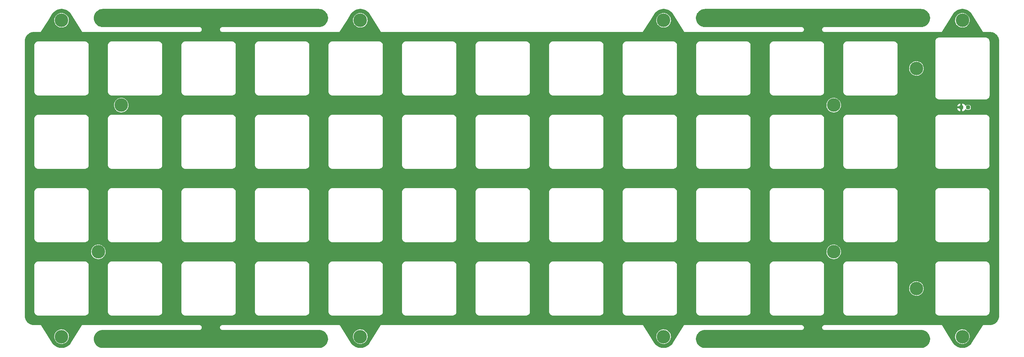
<source format=gbr>
G04 #@! TF.GenerationSoftware,KiCad,Pcbnew,(6.0.1-0)*
G04 #@! TF.CreationDate,2022-06-03T08:49:16-05:00*
G04 #@! TF.ProjectId,plate,706c6174-652e-46b6-9963-61645f706362,rev?*
G04 #@! TF.SameCoordinates,Original*
G04 #@! TF.FileFunction,Copper,L2,Bot*
G04 #@! TF.FilePolarity,Positive*
%FSLAX46Y46*%
G04 Gerber Fmt 4.6, Leading zero omitted, Abs format (unit mm)*
G04 Created by KiCad (PCBNEW (6.0.1-0)) date 2022-06-03 08:49:16*
%MOMM*%
%LPD*%
G01*
G04 APERTURE LIST*
G04 Aperture macros list*
%AMRoundRect*
0 Rectangle with rounded corners*
0 $1 Rounding radius*
0 $2 $3 $4 $5 $6 $7 $8 $9 X,Y pos of 4 corners*
0 Add a 4 corners polygon primitive as box body*
4,1,4,$2,$3,$4,$5,$6,$7,$8,$9,$2,$3,0*
0 Add four circle primitives for the rounded corners*
1,1,$1+$1,$2,$3*
1,1,$1+$1,$4,$5*
1,1,$1+$1,$6,$7*
1,1,$1+$1,$8,$9*
0 Add four rect primitives between the rounded corners*
20,1,$1+$1,$2,$3,$4,$5,0*
20,1,$1+$1,$4,$5,$6,$7,0*
20,1,$1+$1,$6,$7,$8,$9,0*
20,1,$1+$1,$8,$9,$2,$3,0*%
G04 Aperture macros list end*
G04 #@! TA.AperFunction,ComponentPad*
%ADD10C,3.500000*%
G04 #@! TD*
G04 #@! TA.AperFunction,SMDPad,CuDef*
%ADD11RoundRect,0.237500X-0.287500X-0.237500X0.287500X-0.237500X0.287500X0.237500X-0.287500X0.237500X0*%
G04 #@! TD*
G04 #@! TA.AperFunction,ViaPad*
%ADD12C,0.500000*%
G04 #@! TD*
G04 #@! TA.AperFunction,Conductor*
%ADD13C,0.250000*%
G04 #@! TD*
G04 APERTURE END LIST*
D10*
X377429670Y-50006460D03*
X355997174Y-97631332D03*
X233362696Y-37504719D03*
X233362696Y-119657913D03*
X155972006Y-37504719D03*
X389334702Y-37504719D03*
X377428442Y-107156340D03*
X165497014Y-97631332D03*
X355997174Y-59531300D03*
X171450144Y-59531300D03*
X155972006Y-119657913D03*
X311944012Y-119657913D03*
X311944012Y-37504719D03*
X389334702Y-119657913D03*
D11*
X389056243Y-60126781D03*
X390806243Y-60126781D03*
D12*
X387531243Y-60133041D03*
D13*
X387537503Y-60126781D02*
X387531243Y-60133041D01*
X389056243Y-60126781D02*
X387537503Y-60126781D01*
G04 #@! TA.AperFunction,Conductor*
G36*
X166709847Y-34552510D02*
G01*
X166710042Y-34552482D01*
X222644545Y-34553154D01*
X222644545Y-34553177D01*
X222644585Y-34553171D01*
X222649518Y-34555214D01*
X222653835Y-34553426D01*
X222667040Y-34554257D01*
X222667041Y-34554257D01*
X222833526Y-34564731D01*
X222936965Y-34571238D01*
X222952661Y-34573221D01*
X223227799Y-34625707D01*
X223243109Y-34629638D01*
X223430336Y-34690472D01*
X223509498Y-34716193D01*
X223524210Y-34722018D01*
X223777641Y-34841273D01*
X223791507Y-34848896D01*
X224027986Y-34998970D01*
X224040788Y-35008270D01*
X224255797Y-35186141D01*
X224256609Y-35186813D01*
X224268143Y-35197645D01*
X224459874Y-35401818D01*
X224469960Y-35414010D01*
X224634102Y-35639931D01*
X224634590Y-35640603D01*
X224643065Y-35653957D01*
X224778009Y-35899418D01*
X224784740Y-35913724D01*
X224838489Y-36049479D01*
X224887849Y-36174149D01*
X224892738Y-36189197D01*
X224961558Y-36457229D01*
X224962393Y-36460483D01*
X224965357Y-36476020D01*
X224968189Y-36498439D01*
X225000462Y-36753903D01*
X225001456Y-36769695D01*
X225001456Y-37049789D01*
X225000462Y-37065581D01*
X224965443Y-37342786D01*
X224965358Y-37343458D01*
X224962394Y-37358995D01*
X224925806Y-37501498D01*
X224892738Y-37630287D01*
X224887849Y-37645335D01*
X224863374Y-37707153D01*
X224790458Y-37891320D01*
X224784743Y-37905754D01*
X224778009Y-37920066D01*
X224643438Y-38164849D01*
X224643069Y-38165521D01*
X224634593Y-38178876D01*
X224486402Y-38382843D01*
X224469960Y-38405474D01*
X224459874Y-38417666D01*
X224276563Y-38612873D01*
X224268143Y-38621839D01*
X224256612Y-38632668D01*
X224195178Y-38683491D01*
X224040788Y-38811214D01*
X224027986Y-38820514D01*
X223791507Y-38970588D01*
X223777641Y-38978211D01*
X223524210Y-39097466D01*
X223509498Y-39103291D01*
X223430336Y-39129012D01*
X223243109Y-39189846D01*
X223227799Y-39193777D01*
X222952662Y-39246263D01*
X222936965Y-39248246D01*
X222653835Y-39266058D01*
X222653673Y-39263490D01*
X222649566Y-39264290D01*
X222649518Y-39264270D01*
X222649386Y-39264325D01*
X222644547Y-39265267D01*
X222644547Y-39266329D01*
X222644545Y-39266330D01*
X222627666Y-39266330D01*
X222627143Y-39266302D01*
X222626949Y-39266330D01*
X201597963Y-39266047D01*
X197652191Y-39265994D01*
X197648134Y-39265681D01*
X197643916Y-39263934D01*
X197643916Y-39261438D01*
X197494375Y-39279596D01*
X197487249Y-39282298D01*
X197487247Y-39282299D01*
X197436877Y-39301402D01*
X197353525Y-39333013D01*
X197347249Y-39337345D01*
X197235825Y-39414255D01*
X197235823Y-39414257D01*
X197229551Y-39418586D01*
X197224495Y-39424293D01*
X197224494Y-39424294D01*
X197193374Y-39459422D01*
X197129659Y-39531341D01*
X197126119Y-39538086D01*
X197063193Y-39657979D01*
X197063191Y-39657983D01*
X197059653Y-39664725D01*
X197057831Y-39672118D01*
X197057830Y-39672120D01*
X197054885Y-39684071D01*
X197023603Y-39810987D01*
X197023603Y-39961627D01*
X197025425Y-39969017D01*
X197025425Y-39969021D01*
X197057747Y-40100158D01*
X197059653Y-40107889D01*
X197063191Y-40114631D01*
X197063193Y-40114635D01*
X197118539Y-40220085D01*
X197129659Y-40241273D01*
X197134711Y-40246976D01*
X197134712Y-40246977D01*
X197224196Y-40347984D01*
X197229551Y-40354028D01*
X197235823Y-40358357D01*
X197235825Y-40358359D01*
X197283053Y-40390958D01*
X197353525Y-40439601D01*
X197360655Y-40442305D01*
X197487247Y-40490315D01*
X197487249Y-40490316D01*
X197494375Y-40493018D01*
X197643916Y-40511176D01*
X197643916Y-40508680D01*
X197648463Y-40506797D01*
X197650601Y-40506620D01*
X200214323Y-40506606D01*
X228004032Y-40506452D01*
X228012197Y-40507817D01*
X228018306Y-40503459D01*
X228025241Y-40500586D01*
X228028409Y-40492937D01*
X228030246Y-40489997D01*
X228030439Y-40489841D01*
X228031848Y-40487432D01*
X229932205Y-37445500D01*
X231478322Y-37445500D01*
X231478497Y-37449952D01*
X231485858Y-37637296D01*
X231488777Y-37711602D01*
X231536622Y-37973575D01*
X231620902Y-38226194D01*
X231622892Y-38230177D01*
X231622893Y-38230179D01*
X231716576Y-38417666D01*
X231739936Y-38464417D01*
X231742463Y-38468073D01*
X231742464Y-38468075D01*
X231852269Y-38626949D01*
X231891347Y-38683491D01*
X232072117Y-38879046D01*
X232278636Y-39047180D01*
X232282453Y-39049478D01*
X232502970Y-39182240D01*
X232502974Y-39182242D01*
X232506786Y-39184537D01*
X232644255Y-39242748D01*
X232747910Y-39286641D01*
X232747915Y-39286643D01*
X232752013Y-39288378D01*
X232756310Y-39289517D01*
X232756315Y-39289519D01*
X232854901Y-39315658D01*
X233009425Y-39356629D01*
X233273886Y-39387930D01*
X233540119Y-39381656D01*
X233623836Y-39367722D01*
X233798421Y-39338663D01*
X233798425Y-39338662D01*
X233802811Y-39337932D01*
X233807052Y-39336591D01*
X233807055Y-39336590D01*
X234052477Y-39258973D01*
X234052479Y-39258972D01*
X234056723Y-39257630D01*
X234213722Y-39182240D01*
X234292767Y-39144283D01*
X234292768Y-39144282D01*
X234296786Y-39142353D01*
X234408107Y-39067971D01*
X234514504Y-38996879D01*
X234514508Y-38996876D01*
X234518212Y-38994401D01*
X234521529Y-38991430D01*
X234521533Y-38991427D01*
X234713266Y-38819696D01*
X234716582Y-38816726D01*
X234747856Y-38779522D01*
X234885072Y-38616284D01*
X234885074Y-38616282D01*
X234887939Y-38612873D01*
X235028863Y-38386909D01*
X235098153Y-38230179D01*
X235134744Y-38147410D01*
X235136542Y-38143343D01*
X235208829Y-37887035D01*
X235231804Y-37715982D01*
X235243853Y-37626280D01*
X235243854Y-37626272D01*
X235244280Y-37623098D01*
X235248000Y-37504719D01*
X235229192Y-37239077D01*
X235173142Y-36978736D01*
X235080968Y-36728889D01*
X234954511Y-36494523D01*
X234796292Y-36280312D01*
X234752559Y-36235886D01*
X234612601Y-36093713D01*
X234609470Y-36090532D01*
X234605930Y-36087831D01*
X234605924Y-36087825D01*
X234401312Y-35931670D01*
X234401308Y-35931667D01*
X234397771Y-35928968D01*
X234165419Y-35798845D01*
X233917051Y-35702759D01*
X233912726Y-35701756D01*
X233912721Y-35701755D01*
X233809133Y-35677745D01*
X233657623Y-35642626D01*
X233392309Y-35619648D01*
X233387874Y-35619892D01*
X233387870Y-35619892D01*
X233288361Y-35625368D01*
X233126405Y-35634281D01*
X233122045Y-35635148D01*
X233122039Y-35635149D01*
X232994281Y-35660562D01*
X232865215Y-35686235D01*
X232861005Y-35687713D01*
X232861003Y-35687714D01*
X232813597Y-35704362D01*
X232613951Y-35774473D01*
X232610000Y-35776526D01*
X232609994Y-35776528D01*
X232404948Y-35883041D01*
X232377627Y-35897233D01*
X232374012Y-35899816D01*
X232374006Y-35899820D01*
X232333218Y-35928968D01*
X232160958Y-36052067D01*
X231968267Y-36235886D01*
X231965511Y-36239381D01*
X231965510Y-36239383D01*
X231930413Y-36283904D01*
X231803398Y-36445021D01*
X231669641Y-36675300D01*
X231667976Y-36679412D01*
X231667973Y-36679417D01*
X231631679Y-36769023D01*
X231569665Y-36922128D01*
X231505465Y-37180580D01*
X231505011Y-37185008D01*
X231505011Y-37185010D01*
X231499015Y-37243529D01*
X231478322Y-37445500D01*
X229932205Y-37445500D01*
X230997192Y-35740757D01*
X231000057Y-35736813D01*
X231003092Y-35735016D01*
X231004034Y-35731336D01*
X231007520Y-35726538D01*
X231203883Y-35492481D01*
X231213262Y-35482466D01*
X231435799Y-35269403D01*
X231446217Y-35260465D01*
X231690634Y-35072893D01*
X231701948Y-35065152D01*
X231965343Y-34905301D01*
X231977449Y-34898830D01*
X232256654Y-34768620D01*
X232269404Y-34763500D01*
X232411620Y-34715219D01*
X232561137Y-34664460D01*
X232574354Y-34660763D01*
X232783887Y-34614306D01*
X232875139Y-34594074D01*
X232888694Y-34591836D01*
X233194939Y-34558293D01*
X233208658Y-34557544D01*
X233516734Y-34557544D01*
X233530453Y-34558293D01*
X233836698Y-34591836D01*
X233850253Y-34594074D01*
X233941505Y-34614306D01*
X234151038Y-34660763D01*
X234164255Y-34664460D01*
X234313772Y-34715219D01*
X234455988Y-34763500D01*
X234468738Y-34768620D01*
X234747943Y-34898830D01*
X234760049Y-34905301D01*
X235023444Y-35065152D01*
X235034758Y-35072893D01*
X235279175Y-35260465D01*
X235289593Y-35269403D01*
X235512130Y-35482466D01*
X235521509Y-35492481D01*
X235717888Y-35726557D01*
X235721356Y-35731329D01*
X235722300Y-35735016D01*
X235725345Y-35736819D01*
X235728191Y-35740736D01*
X238689610Y-40477219D01*
X238689612Y-40477220D01*
X238699440Y-40492940D01*
X238702607Y-40500586D01*
X238709546Y-40503460D01*
X238715661Y-40507820D01*
X238723822Y-40506452D01*
X238727294Y-40506452D01*
X238727528Y-40506533D01*
X238730291Y-40506452D01*
X306585348Y-40506452D01*
X306593513Y-40507817D01*
X306599622Y-40503459D01*
X306606557Y-40500586D01*
X306609725Y-40492937D01*
X306611562Y-40489997D01*
X306611755Y-40489841D01*
X306613164Y-40487432D01*
X308513521Y-37445500D01*
X310059638Y-37445500D01*
X310059813Y-37449952D01*
X310067174Y-37637296D01*
X310070093Y-37711602D01*
X310117938Y-37973575D01*
X310202218Y-38226194D01*
X310204208Y-38230177D01*
X310204209Y-38230179D01*
X310297892Y-38417666D01*
X310321252Y-38464417D01*
X310323779Y-38468073D01*
X310323780Y-38468075D01*
X310433585Y-38626949D01*
X310472663Y-38683491D01*
X310653433Y-38879046D01*
X310859952Y-39047180D01*
X310863769Y-39049478D01*
X311084286Y-39182240D01*
X311084290Y-39182242D01*
X311088102Y-39184537D01*
X311225571Y-39242748D01*
X311329226Y-39286641D01*
X311329231Y-39286643D01*
X311333329Y-39288378D01*
X311337626Y-39289517D01*
X311337631Y-39289519D01*
X311436217Y-39315658D01*
X311590741Y-39356629D01*
X311855202Y-39387930D01*
X312121435Y-39381656D01*
X312205152Y-39367722D01*
X312379737Y-39338663D01*
X312379741Y-39338662D01*
X312384127Y-39337932D01*
X312388368Y-39336591D01*
X312388371Y-39336590D01*
X312633793Y-39258973D01*
X312633795Y-39258972D01*
X312638039Y-39257630D01*
X312795038Y-39182240D01*
X312874083Y-39144283D01*
X312874084Y-39144282D01*
X312878102Y-39142353D01*
X312989423Y-39067971D01*
X313095820Y-38996879D01*
X313095824Y-38996876D01*
X313099528Y-38994401D01*
X313102845Y-38991430D01*
X313102849Y-38991427D01*
X313294582Y-38819696D01*
X313297898Y-38816726D01*
X313329172Y-38779522D01*
X313466388Y-38616284D01*
X313466390Y-38616282D01*
X313469255Y-38612873D01*
X313610179Y-38386909D01*
X313679469Y-38230179D01*
X313716060Y-38147410D01*
X313717858Y-38143343D01*
X313790145Y-37887035D01*
X313813120Y-37715982D01*
X313825169Y-37626280D01*
X313825170Y-37626272D01*
X313825596Y-37623098D01*
X313829316Y-37504719D01*
X313810508Y-37239077D01*
X313754458Y-36978736D01*
X313662284Y-36728889D01*
X313535827Y-36494523D01*
X313377608Y-36280312D01*
X313333875Y-36235886D01*
X313193917Y-36093713D01*
X313190786Y-36090532D01*
X313187246Y-36087831D01*
X313187240Y-36087825D01*
X312982628Y-35931670D01*
X312982624Y-35931667D01*
X312979087Y-35928968D01*
X312746735Y-35798845D01*
X312498367Y-35702759D01*
X312494042Y-35701756D01*
X312494037Y-35701755D01*
X312390449Y-35677745D01*
X312238939Y-35642626D01*
X311973625Y-35619648D01*
X311969190Y-35619892D01*
X311969186Y-35619892D01*
X311869677Y-35625368D01*
X311707721Y-35634281D01*
X311703361Y-35635148D01*
X311703355Y-35635149D01*
X311575597Y-35660562D01*
X311446531Y-35686235D01*
X311442321Y-35687713D01*
X311442319Y-35687714D01*
X311394913Y-35704362D01*
X311195267Y-35774473D01*
X311191316Y-35776526D01*
X311191310Y-35776528D01*
X310986264Y-35883041D01*
X310958943Y-35897233D01*
X310955328Y-35899816D01*
X310955322Y-35899820D01*
X310914534Y-35928968D01*
X310742274Y-36052067D01*
X310549583Y-36235886D01*
X310546827Y-36239381D01*
X310546826Y-36239383D01*
X310511729Y-36283904D01*
X310384714Y-36445021D01*
X310250957Y-36675300D01*
X310249292Y-36679412D01*
X310249289Y-36679417D01*
X310212995Y-36769023D01*
X310150981Y-36922128D01*
X310086781Y-37180580D01*
X310086327Y-37185008D01*
X310086327Y-37185010D01*
X310080331Y-37243529D01*
X310059638Y-37445500D01*
X308513521Y-37445500D01*
X309578508Y-35740757D01*
X309581373Y-35736813D01*
X309584408Y-35735016D01*
X309585350Y-35731336D01*
X309588836Y-35726538D01*
X309785199Y-35492481D01*
X309794578Y-35482466D01*
X310017115Y-35269403D01*
X310027533Y-35260465D01*
X310271950Y-35072893D01*
X310283264Y-35065152D01*
X310546659Y-34905301D01*
X310558765Y-34898830D01*
X310837970Y-34768620D01*
X310850720Y-34763500D01*
X310992936Y-34715219D01*
X311142453Y-34664460D01*
X311155670Y-34660763D01*
X311365203Y-34614306D01*
X311456455Y-34594074D01*
X311470010Y-34591836D01*
X311776255Y-34558293D01*
X311789974Y-34557544D01*
X312098050Y-34557544D01*
X312111769Y-34558293D01*
X312418014Y-34591836D01*
X312431569Y-34594074D01*
X312522821Y-34614306D01*
X312732354Y-34660763D01*
X312745571Y-34664460D01*
X312895088Y-34715219D01*
X313037304Y-34763500D01*
X313050054Y-34768620D01*
X313329259Y-34898830D01*
X313341365Y-34905301D01*
X313604760Y-35065152D01*
X313616074Y-35072893D01*
X313860491Y-35260465D01*
X313870909Y-35269403D01*
X314093446Y-35482466D01*
X314102825Y-35492481D01*
X314299204Y-35726557D01*
X314302672Y-35731329D01*
X314303616Y-35735016D01*
X314306661Y-35736819D01*
X314309507Y-35740736D01*
X317270926Y-40477219D01*
X317270928Y-40477220D01*
X317280756Y-40492940D01*
X317283923Y-40500586D01*
X317290862Y-40503460D01*
X317296977Y-40507820D01*
X317305138Y-40506452D01*
X317308610Y-40506452D01*
X317308844Y-40506533D01*
X317311607Y-40506452D01*
X337394304Y-40506341D01*
X347654514Y-40506284D01*
X347658574Y-40506597D01*
X347662792Y-40508344D01*
X347662792Y-40510840D01*
X347812333Y-40492682D01*
X347819459Y-40489980D01*
X347819461Y-40489979D01*
X347946053Y-40441969D01*
X347953183Y-40439265D01*
X348070396Y-40358359D01*
X348070883Y-40358023D01*
X348070885Y-40358021D01*
X348077157Y-40353692D01*
X348113037Y-40313192D01*
X348171996Y-40246641D01*
X348171997Y-40246640D01*
X348177049Y-40240937D01*
X348193138Y-40210282D01*
X348243515Y-40114299D01*
X348243517Y-40114295D01*
X348247055Y-40107553D01*
X348248878Y-40100158D01*
X348281283Y-39968685D01*
X348281283Y-39968681D01*
X348283105Y-39961291D01*
X348283105Y-39810651D01*
X348251824Y-39683735D01*
X348248878Y-39671784D01*
X348248877Y-39671782D01*
X348247055Y-39664389D01*
X348243517Y-39657647D01*
X348243515Y-39657643D01*
X348180589Y-39537750D01*
X348177049Y-39531005D01*
X348113335Y-39459086D01*
X348082214Y-39423958D01*
X348082213Y-39423957D01*
X348077157Y-39418250D01*
X348070885Y-39413921D01*
X348070883Y-39413919D01*
X347959459Y-39337009D01*
X347953183Y-39332677D01*
X347870717Y-39301402D01*
X347819461Y-39281963D01*
X347819459Y-39281962D01*
X347812333Y-39279260D01*
X347662792Y-39261102D01*
X347662792Y-39263598D01*
X347658245Y-39265481D01*
X347656106Y-39265658D01*
X322664451Y-39265658D01*
X322664451Y-39265631D01*
X322664404Y-39265639D01*
X322659478Y-39263598D01*
X322655161Y-39265386D01*
X322641945Y-39264555D01*
X322641944Y-39264554D01*
X322423162Y-39250790D01*
X322372031Y-39247574D01*
X322356334Y-39245591D01*
X322081197Y-39193105D01*
X322065887Y-39189174D01*
X321878660Y-39128340D01*
X321799498Y-39102619D01*
X321784786Y-39096794D01*
X321531355Y-38977539D01*
X321517489Y-38969916D01*
X321281010Y-38819842D01*
X321268208Y-38810542D01*
X321110199Y-38679825D01*
X321052384Y-38631996D01*
X321040853Y-38621167D01*
X321033065Y-38612873D01*
X320849122Y-38416994D01*
X320839036Y-38404802D01*
X320712165Y-38230179D01*
X320674403Y-38178204D01*
X320665927Y-38164849D01*
X320654104Y-38143343D01*
X320530987Y-37919394D01*
X320524253Y-37905082D01*
X320518805Y-37891320D01*
X320425196Y-37654889D01*
X320421147Y-37644663D01*
X320416258Y-37629615D01*
X320367847Y-37441068D01*
X320346602Y-37358323D01*
X320343638Y-37342786D01*
X320308534Y-37064909D01*
X320307540Y-37049117D01*
X320307540Y-36769023D01*
X320308534Y-36753231D01*
X320340722Y-36498439D01*
X320343639Y-36475348D01*
X320346603Y-36459811D01*
X320347094Y-36457901D01*
X320416258Y-36188525D01*
X320421147Y-36173477D01*
X320524253Y-35913058D01*
X320530987Y-35898746D01*
X320665931Y-35653285D01*
X320674406Y-35639931D01*
X320677881Y-35635149D01*
X320839036Y-35413338D01*
X320849122Y-35401146D01*
X321040853Y-35196973D01*
X321052387Y-35186141D01*
X321268208Y-35007598D01*
X321281010Y-34998298D01*
X321517489Y-34848224D01*
X321531355Y-34840601D01*
X321784786Y-34721346D01*
X321799498Y-34715521D01*
X321946586Y-34667729D01*
X322065887Y-34628966D01*
X322081197Y-34625035D01*
X322356335Y-34572549D01*
X322372031Y-34570566D01*
X322655161Y-34552754D01*
X322655323Y-34555322D01*
X322659430Y-34554522D01*
X322659478Y-34554542D01*
X322659610Y-34554487D01*
X322664449Y-34553545D01*
X322664449Y-34552483D01*
X322664451Y-34552482D01*
X322681330Y-34552482D01*
X322681853Y-34552510D01*
X322682048Y-34552482D01*
X378616551Y-34553154D01*
X378616551Y-34553177D01*
X378616591Y-34553171D01*
X378621524Y-34555214D01*
X378625841Y-34553426D01*
X378639046Y-34554257D01*
X378639047Y-34554257D01*
X378805532Y-34564731D01*
X378908971Y-34571238D01*
X378924667Y-34573221D01*
X379199805Y-34625707D01*
X379215115Y-34629638D01*
X379402342Y-34690472D01*
X379481504Y-34716193D01*
X379496216Y-34722018D01*
X379749647Y-34841273D01*
X379763513Y-34848896D01*
X379999992Y-34998970D01*
X380012794Y-35008270D01*
X380227803Y-35186141D01*
X380228615Y-35186813D01*
X380240149Y-35197645D01*
X380431880Y-35401818D01*
X380441966Y-35414010D01*
X380606108Y-35639931D01*
X380606596Y-35640603D01*
X380615071Y-35653957D01*
X380750015Y-35899418D01*
X380756746Y-35913724D01*
X380810495Y-36049479D01*
X380859855Y-36174149D01*
X380864744Y-36189197D01*
X380933564Y-36457229D01*
X380934399Y-36460483D01*
X380937363Y-36476020D01*
X380940195Y-36498439D01*
X380972468Y-36753903D01*
X380973462Y-36769695D01*
X380973462Y-37049789D01*
X380972468Y-37065581D01*
X380937449Y-37342786D01*
X380937364Y-37343458D01*
X380934400Y-37358995D01*
X380897812Y-37501498D01*
X380864744Y-37630287D01*
X380859855Y-37645335D01*
X380835380Y-37707153D01*
X380762464Y-37891320D01*
X380756749Y-37905754D01*
X380750015Y-37920066D01*
X380615444Y-38164849D01*
X380615075Y-38165521D01*
X380606599Y-38178876D01*
X380458408Y-38382843D01*
X380441966Y-38405474D01*
X380431880Y-38417666D01*
X380248569Y-38612873D01*
X380240149Y-38621839D01*
X380228618Y-38632668D01*
X380167184Y-38683491D01*
X380012794Y-38811214D01*
X379999992Y-38820514D01*
X379763513Y-38970588D01*
X379749647Y-38978211D01*
X379496216Y-39097466D01*
X379481504Y-39103291D01*
X379402342Y-39129012D01*
X379215115Y-39189846D01*
X379199805Y-39193777D01*
X378924668Y-39246263D01*
X378908971Y-39248246D01*
X378625841Y-39266058D01*
X378625679Y-39263486D01*
X378621565Y-39264287D01*
X378621524Y-39264270D01*
X378621411Y-39264317D01*
X378616555Y-39265262D01*
X378616555Y-39266329D01*
X378616552Y-39266330D01*
X378599665Y-39266330D01*
X378599148Y-39266302D01*
X378598956Y-39266330D01*
X357567767Y-39265764D01*
X353624196Y-39265658D01*
X353620142Y-39265346D01*
X353615922Y-39263598D01*
X353615922Y-39261102D01*
X353466381Y-39279260D01*
X353459255Y-39281962D01*
X353459253Y-39281963D01*
X353407997Y-39301402D01*
X353325531Y-39332677D01*
X353319255Y-39337009D01*
X353207831Y-39413919D01*
X353207829Y-39413921D01*
X353201557Y-39418250D01*
X353196501Y-39423957D01*
X353196500Y-39423958D01*
X353165380Y-39459086D01*
X353101665Y-39531005D01*
X353098125Y-39537750D01*
X353035199Y-39657643D01*
X353035197Y-39657647D01*
X353031659Y-39664389D01*
X353029837Y-39671782D01*
X353029836Y-39671784D01*
X353026891Y-39683735D01*
X352995609Y-39810651D01*
X352995609Y-39961291D01*
X352997431Y-39968681D01*
X352997431Y-39968685D01*
X353029836Y-40100158D01*
X353031659Y-40107553D01*
X353035197Y-40114295D01*
X353035199Y-40114299D01*
X353085576Y-40210282D01*
X353101665Y-40240937D01*
X353106717Y-40246640D01*
X353106718Y-40246641D01*
X353165677Y-40313192D01*
X353201557Y-40353692D01*
X353207829Y-40358021D01*
X353207831Y-40358023D01*
X353208318Y-40358359D01*
X353325531Y-40439265D01*
X353332661Y-40441969D01*
X353459253Y-40489979D01*
X353459255Y-40489980D01*
X353466381Y-40492682D01*
X353615922Y-40510840D01*
X353615922Y-40508344D01*
X353620468Y-40506461D01*
X353622608Y-40506284D01*
X356187701Y-40506298D01*
X383957493Y-40506452D01*
X383976038Y-40506452D01*
X383984203Y-40507817D01*
X383990312Y-40503459D01*
X383997247Y-40500586D01*
X384000415Y-40492937D01*
X384002252Y-40489997D01*
X384002445Y-40489841D01*
X384003854Y-40487432D01*
X385904211Y-37445500D01*
X387450328Y-37445500D01*
X387450503Y-37449952D01*
X387457864Y-37637296D01*
X387460783Y-37711602D01*
X387508628Y-37973575D01*
X387592908Y-38226194D01*
X387594898Y-38230177D01*
X387594899Y-38230179D01*
X387688582Y-38417666D01*
X387711942Y-38464417D01*
X387714469Y-38468073D01*
X387714470Y-38468075D01*
X387824275Y-38626949D01*
X387863353Y-38683491D01*
X388044123Y-38879046D01*
X388250642Y-39047180D01*
X388254459Y-39049478D01*
X388474976Y-39182240D01*
X388474980Y-39182242D01*
X388478792Y-39184537D01*
X388616261Y-39242748D01*
X388719916Y-39286641D01*
X388719921Y-39286643D01*
X388724019Y-39288378D01*
X388728316Y-39289517D01*
X388728321Y-39289519D01*
X388826907Y-39315658D01*
X388981431Y-39356629D01*
X389245892Y-39387930D01*
X389512125Y-39381656D01*
X389595842Y-39367722D01*
X389770427Y-39338663D01*
X389770431Y-39338662D01*
X389774817Y-39337932D01*
X389779058Y-39336591D01*
X389779061Y-39336590D01*
X390024483Y-39258973D01*
X390024485Y-39258972D01*
X390028729Y-39257630D01*
X390185728Y-39182240D01*
X390264773Y-39144283D01*
X390264774Y-39144282D01*
X390268792Y-39142353D01*
X390380113Y-39067971D01*
X390486510Y-38996879D01*
X390486514Y-38996876D01*
X390490218Y-38994401D01*
X390493535Y-38991430D01*
X390493539Y-38991427D01*
X390685272Y-38819696D01*
X390688588Y-38816726D01*
X390719862Y-38779522D01*
X390857078Y-38616284D01*
X390857080Y-38616282D01*
X390859945Y-38612873D01*
X391000869Y-38386909D01*
X391070159Y-38230179D01*
X391106750Y-38147410D01*
X391108548Y-38143343D01*
X391180835Y-37887035D01*
X391203810Y-37715982D01*
X391215859Y-37626280D01*
X391215860Y-37626272D01*
X391216286Y-37623098D01*
X391220006Y-37504719D01*
X391201198Y-37239077D01*
X391145148Y-36978736D01*
X391052974Y-36728889D01*
X390926517Y-36494523D01*
X390768298Y-36280312D01*
X390724565Y-36235886D01*
X390584607Y-36093713D01*
X390581476Y-36090532D01*
X390577936Y-36087831D01*
X390577930Y-36087825D01*
X390373318Y-35931670D01*
X390373314Y-35931667D01*
X390369777Y-35928968D01*
X390137425Y-35798845D01*
X389889057Y-35702759D01*
X389884732Y-35701756D01*
X389884727Y-35701755D01*
X389781139Y-35677745D01*
X389629629Y-35642626D01*
X389364315Y-35619648D01*
X389359880Y-35619892D01*
X389359876Y-35619892D01*
X389260367Y-35625368D01*
X389098411Y-35634281D01*
X389094051Y-35635148D01*
X389094045Y-35635149D01*
X388966287Y-35660562D01*
X388837221Y-35686235D01*
X388833011Y-35687713D01*
X388833009Y-35687714D01*
X388785603Y-35704362D01*
X388585957Y-35774473D01*
X388582006Y-35776526D01*
X388582000Y-35776528D01*
X388376954Y-35883041D01*
X388349633Y-35897233D01*
X388346018Y-35899816D01*
X388346012Y-35899820D01*
X388305224Y-35928968D01*
X388132964Y-36052067D01*
X387940273Y-36235886D01*
X387937517Y-36239381D01*
X387937516Y-36239383D01*
X387902419Y-36283904D01*
X387775404Y-36445021D01*
X387641647Y-36675300D01*
X387639982Y-36679412D01*
X387639979Y-36679417D01*
X387603685Y-36769023D01*
X387541671Y-36922128D01*
X387477471Y-37180580D01*
X387477017Y-37185008D01*
X387477017Y-37185010D01*
X387471021Y-37243529D01*
X387450328Y-37445500D01*
X385904211Y-37445500D01*
X386969198Y-35740757D01*
X386972063Y-35736813D01*
X386975098Y-35735016D01*
X386976040Y-35731336D01*
X386979526Y-35726538D01*
X387175889Y-35492481D01*
X387185268Y-35482466D01*
X387407805Y-35269403D01*
X387418223Y-35260465D01*
X387662640Y-35072893D01*
X387673954Y-35065152D01*
X387937349Y-34905301D01*
X387949455Y-34898830D01*
X388228660Y-34768620D01*
X388241410Y-34763500D01*
X388383626Y-34715219D01*
X388533143Y-34664460D01*
X388546360Y-34660763D01*
X388755893Y-34614306D01*
X388847145Y-34594074D01*
X388860700Y-34591836D01*
X389166945Y-34558293D01*
X389180664Y-34557544D01*
X389488740Y-34557544D01*
X389502459Y-34558293D01*
X389808704Y-34591836D01*
X389822259Y-34594074D01*
X389913511Y-34614306D01*
X390123044Y-34660763D01*
X390136261Y-34664460D01*
X390285778Y-34715219D01*
X390427994Y-34763500D01*
X390440744Y-34768620D01*
X390719949Y-34898830D01*
X390732055Y-34905301D01*
X390995450Y-35065152D01*
X391006764Y-35072893D01*
X391251181Y-35260465D01*
X391261599Y-35269403D01*
X391484136Y-35482466D01*
X391493515Y-35492481D01*
X391689894Y-35726557D01*
X391693362Y-35731329D01*
X391694306Y-35735016D01*
X391697351Y-35736819D01*
X391700197Y-35740736D01*
X394661616Y-40477219D01*
X394661618Y-40477220D01*
X394671446Y-40492940D01*
X394674613Y-40500586D01*
X394681552Y-40503460D01*
X394687667Y-40507820D01*
X394695828Y-40506452D01*
X394699300Y-40506452D01*
X394699534Y-40506533D01*
X394702297Y-40506452D01*
X396474661Y-40506456D01*
X396474661Y-40506481D01*
X396474704Y-40506474D01*
X396479634Y-40508516D01*
X396483973Y-40506718D01*
X396557670Y-40511176D01*
X396756043Y-40523176D01*
X396771147Y-40525010D01*
X397036026Y-40573551D01*
X397050799Y-40577192D01*
X397307894Y-40657306D01*
X397322119Y-40662700D01*
X397567703Y-40773227D01*
X397581167Y-40780295D01*
X397811618Y-40919608D01*
X397824140Y-40928251D01*
X398036129Y-41094334D01*
X398047517Y-41104424D01*
X398237926Y-41294833D01*
X398248016Y-41306221D01*
X398414099Y-41518210D01*
X398422742Y-41530732D01*
X398562053Y-41761179D01*
X398569123Y-41774647D01*
X398668114Y-41994600D01*
X398679649Y-42020229D01*
X398685043Y-42034454D01*
X398755191Y-42259566D01*
X398765158Y-42291551D01*
X398768799Y-42306324D01*
X398817340Y-42571203D01*
X398819174Y-42586307D01*
X398835632Y-42858377D01*
X398833153Y-42858527D01*
X398833921Y-42862506D01*
X398833834Y-42862716D01*
X398834072Y-42863292D01*
X398834921Y-42867689D01*
X398835894Y-42867689D01*
X398835894Y-42884503D01*
X398835864Y-42885067D01*
X398835894Y-42885278D01*
X398835894Y-114295171D01*
X398835869Y-114295171D01*
X398835876Y-114295214D01*
X398833834Y-114300144D01*
X398835632Y-114304483D01*
X398834825Y-114317825D01*
X398819174Y-114576553D01*
X398817340Y-114591657D01*
X398768799Y-114856536D01*
X398765158Y-114871309D01*
X398685044Y-115128404D01*
X398679650Y-115142629D01*
X398679644Y-115142643D01*
X398569125Y-115388208D01*
X398562055Y-115401677D01*
X398422742Y-115632128D01*
X398414100Y-115644649D01*
X398249943Y-115854179D01*
X398248016Y-115856639D01*
X398237926Y-115868027D01*
X398047517Y-116058436D01*
X398036129Y-116068526D01*
X397824140Y-116234609D01*
X397811619Y-116243251D01*
X397581167Y-116382565D01*
X397567703Y-116389633D01*
X397467593Y-116434688D01*
X397322121Y-116500159D01*
X397307894Y-116505554D01*
X397050799Y-116585668D01*
X397036026Y-116589309D01*
X396771147Y-116637850D01*
X396756043Y-116639684D01*
X396483973Y-116656142D01*
X396483823Y-116653664D01*
X396479845Y-116654431D01*
X396479634Y-116654344D01*
X396479055Y-116654584D01*
X396474659Y-116655432D01*
X396474659Y-116656405D01*
X396469614Y-116656405D01*
X396458540Y-116656406D01*
X396457874Y-116656406D01*
X396457291Y-116656375D01*
X396457073Y-116656406D01*
X395790207Y-116656448D01*
X394695826Y-116656516D01*
X394687668Y-116655148D01*
X394681552Y-116659508D01*
X394674612Y-116662383D01*
X394671447Y-116670024D01*
X394669599Y-116672979D01*
X394669406Y-116673135D01*
X394668012Y-116675517D01*
X391700198Y-121421895D01*
X391697350Y-121425814D01*
X391694306Y-121427616D01*
X391693361Y-121431304D01*
X391689895Y-121436074D01*
X391493515Y-121670151D01*
X391484140Y-121680162D01*
X391411584Y-121749630D01*
X391261604Y-121893225D01*
X391251181Y-121902167D01*
X391006764Y-122089739D01*
X390995450Y-122097480D01*
X390732055Y-122257331D01*
X390719949Y-122263802D01*
X390440744Y-122394012D01*
X390427994Y-122399132D01*
X390305145Y-122440838D01*
X390136261Y-122498172D01*
X390123044Y-122501869D01*
X389913511Y-122548326D01*
X389822259Y-122568558D01*
X389808704Y-122570796D01*
X389502459Y-122604339D01*
X389488740Y-122605088D01*
X389180664Y-122605088D01*
X389166945Y-122604339D01*
X388860700Y-122570796D01*
X388847145Y-122568558D01*
X388755893Y-122548326D01*
X388546360Y-122501869D01*
X388533143Y-122498172D01*
X388364259Y-122440838D01*
X388241410Y-122399132D01*
X388228660Y-122394012D01*
X387949455Y-122263802D01*
X387937349Y-122257331D01*
X387673954Y-122097480D01*
X387662640Y-122089739D01*
X387418223Y-121902167D01*
X387407800Y-121893225D01*
X387257821Y-121749630D01*
X387185264Y-121680162D01*
X387175877Y-121670137D01*
X387062466Y-121534955D01*
X386979530Y-121436099D01*
X386976041Y-121431296D01*
X386975098Y-121427616D01*
X386972061Y-121425818D01*
X386969201Y-121421881D01*
X386962293Y-121410824D01*
X385830139Y-119598694D01*
X387450328Y-119598694D01*
X387450503Y-119603146D01*
X387458314Y-119801945D01*
X387460783Y-119864796D01*
X387508628Y-120126769D01*
X387592908Y-120379388D01*
X387594898Y-120383371D01*
X387594899Y-120383373D01*
X387671182Y-120536037D01*
X387711942Y-120617611D01*
X387714469Y-120621267D01*
X387714470Y-120621269D01*
X387760247Y-120687502D01*
X387863353Y-120836685D01*
X387971131Y-120953278D01*
X388013438Y-120999045D01*
X388044123Y-121032240D01*
X388250642Y-121200374D01*
X388254459Y-121202672D01*
X388474976Y-121335434D01*
X388474980Y-121335436D01*
X388478792Y-121337731D01*
X388616261Y-121395942D01*
X388719916Y-121439835D01*
X388719921Y-121439837D01*
X388724019Y-121441572D01*
X388728316Y-121442711D01*
X388728321Y-121442713D01*
X388799167Y-121461497D01*
X388981431Y-121509823D01*
X389245892Y-121541124D01*
X389512125Y-121534850D01*
X389622317Y-121516509D01*
X389770427Y-121491857D01*
X389770431Y-121491856D01*
X389774817Y-121491126D01*
X389779058Y-121489785D01*
X389779061Y-121489784D01*
X390024483Y-121412167D01*
X390024485Y-121412166D01*
X390028729Y-121410824D01*
X390268792Y-121295547D01*
X390380113Y-121221165D01*
X390486510Y-121150073D01*
X390486514Y-121150070D01*
X390490218Y-121147595D01*
X390493535Y-121144624D01*
X390493539Y-121144621D01*
X390667613Y-120988707D01*
X390688588Y-120969920D01*
X390719862Y-120932716D01*
X390857078Y-120769478D01*
X390857080Y-120769476D01*
X390859945Y-120766067D01*
X391000869Y-120540103D01*
X391061982Y-120401869D01*
X391106750Y-120300604D01*
X391108548Y-120296537D01*
X391180835Y-120040229D01*
X391203810Y-119869176D01*
X391215859Y-119779474D01*
X391215860Y-119779466D01*
X391216286Y-119776292D01*
X391220006Y-119657913D01*
X391201198Y-119392271D01*
X391170534Y-119249840D01*
X391146084Y-119136277D01*
X391146084Y-119136275D01*
X391145148Y-119131930D01*
X391052974Y-118882083D01*
X390963758Y-118716736D01*
X390928630Y-118651633D01*
X390926517Y-118647717D01*
X390768298Y-118433506D01*
X390724565Y-118389080D01*
X390639903Y-118303078D01*
X390581476Y-118243726D01*
X390577936Y-118241025D01*
X390577930Y-118241019D01*
X390373318Y-118084864D01*
X390373314Y-118084861D01*
X390369777Y-118082162D01*
X390137425Y-117952039D01*
X389889057Y-117855953D01*
X389884732Y-117854950D01*
X389884727Y-117854949D01*
X389757723Y-117825511D01*
X389629629Y-117795820D01*
X389364315Y-117772842D01*
X389359880Y-117773086D01*
X389359876Y-117773086D01*
X389260367Y-117778562D01*
X389098411Y-117787475D01*
X389094051Y-117788342D01*
X389094045Y-117788343D01*
X388966287Y-117813756D01*
X388837221Y-117839429D01*
X388833011Y-117840907D01*
X388833009Y-117840908D01*
X388785603Y-117857556D01*
X388585957Y-117927667D01*
X388582006Y-117929720D01*
X388582000Y-117929722D01*
X388353583Y-118048375D01*
X388349633Y-118050427D01*
X388346018Y-118053010D01*
X388346012Y-118053014D01*
X388305224Y-118082162D01*
X388132964Y-118205261D01*
X387940273Y-118389080D01*
X387937517Y-118392575D01*
X387937516Y-118392577D01*
X387819966Y-118541689D01*
X387775404Y-118598215D01*
X387641647Y-118828494D01*
X387541671Y-119075322D01*
X387526530Y-119136277D01*
X387496350Y-119257774D01*
X387477471Y-119333774D01*
X387477017Y-119338202D01*
X387477017Y-119338204D01*
X387457034Y-119533241D01*
X387450328Y-119598694D01*
X385830139Y-119598694D01*
X384000416Y-116670031D01*
X383997247Y-116662382D01*
X383990313Y-116659510D01*
X383984202Y-116655150D01*
X383976036Y-116656516D01*
X383972573Y-116656516D01*
X383972337Y-116656434D01*
X383969564Y-116656516D01*
X363876934Y-116656405D01*
X353624198Y-116656348D01*
X353620140Y-116656035D01*
X353615922Y-116654288D01*
X353615922Y-116651792D01*
X353466381Y-116669950D01*
X353459255Y-116672652D01*
X353459253Y-116672653D01*
X353358662Y-116710802D01*
X353325531Y-116723367D01*
X353319255Y-116727699D01*
X353207831Y-116804609D01*
X353207829Y-116804611D01*
X353201557Y-116808940D01*
X353196501Y-116814647D01*
X353196500Y-116814648D01*
X353106818Y-116915879D01*
X353101665Y-116921695D01*
X353098125Y-116928440D01*
X353035199Y-117048333D01*
X353035197Y-117048337D01*
X353031659Y-117055079D01*
X353029837Y-117062472D01*
X353029836Y-117062474D01*
X353026891Y-117074425D01*
X352995609Y-117201341D01*
X352995609Y-117351981D01*
X352997431Y-117359371D01*
X352997431Y-117359375D01*
X353029836Y-117490848D01*
X353031659Y-117498243D01*
X353035197Y-117504985D01*
X353035199Y-117504989D01*
X353090545Y-117610439D01*
X353101665Y-117631627D01*
X353106717Y-117637330D01*
X353106718Y-117637331D01*
X353196401Y-117738562D01*
X353201557Y-117744382D01*
X353207829Y-117748711D01*
X353207831Y-117748713D01*
X353276078Y-117795820D01*
X353325531Y-117829955D01*
X353332661Y-117832659D01*
X353459253Y-117880669D01*
X353459255Y-117880670D01*
X353466381Y-117883372D01*
X353615922Y-117901530D01*
X353615922Y-117899034D01*
X353620468Y-117897151D01*
X353622609Y-117896974D01*
X378616716Y-117897310D01*
X378616719Y-117897310D01*
X378616719Y-117897333D01*
X378616759Y-117897327D01*
X378621692Y-117899370D01*
X378626009Y-117897582D01*
X378639214Y-117898413D01*
X378639215Y-117898413D01*
X378805700Y-117908887D01*
X378909139Y-117915394D01*
X378924835Y-117917377D01*
X379199973Y-117969863D01*
X379215283Y-117973794D01*
X379402510Y-118034628D01*
X379481672Y-118060349D01*
X379496384Y-118066174D01*
X379749815Y-118185429D01*
X379763679Y-118193051D01*
X380000160Y-118343126D01*
X380012962Y-118352426D01*
X380228648Y-118530857D01*
X380228783Y-118530969D01*
X380240317Y-118541801D01*
X380432048Y-118745974D01*
X380442134Y-118758166D01*
X380606683Y-118984647D01*
X380606764Y-118984759D01*
X380615239Y-118998113D01*
X380750183Y-119243574D01*
X380756917Y-119257886D01*
X380860023Y-119518305D01*
X380864912Y-119533353D01*
X380934366Y-119803855D01*
X380934567Y-119804639D01*
X380937531Y-119820176D01*
X380965330Y-120040229D01*
X380972636Y-120098059D01*
X380973630Y-120113851D01*
X380973630Y-120393945D01*
X380972636Y-120409737D01*
X380937617Y-120686942D01*
X380937532Y-120687614D01*
X380934568Y-120703151D01*
X380899441Y-120839961D01*
X380864912Y-120974443D01*
X380860023Y-120989491D01*
X380844394Y-121028967D01*
X380775620Y-121202672D01*
X380756917Y-121249910D01*
X380750183Y-121264222D01*
X380615243Y-121509677D01*
X380606767Y-121523032D01*
X380590596Y-121545290D01*
X380442134Y-121749630D01*
X380432048Y-121761822D01*
X380300252Y-121902171D01*
X380240317Y-121965995D01*
X380228786Y-121976824D01*
X380186636Y-122011694D01*
X380012962Y-122155370D01*
X380000161Y-122164670D01*
X379848534Y-122260895D01*
X379763681Y-122314744D01*
X379749815Y-122322367D01*
X379496384Y-122441622D01*
X379481672Y-122447447D01*
X379402510Y-122473168D01*
X379215283Y-122534002D01*
X379199973Y-122537933D01*
X378925423Y-122590307D01*
X378924836Y-122590419D01*
X378909139Y-122592402D01*
X378626009Y-122610214D01*
X378625847Y-122607646D01*
X378621740Y-122608446D01*
X378621692Y-122608426D01*
X378621560Y-122608481D01*
X378616721Y-122609423D01*
X378616721Y-122610485D01*
X378616719Y-122610486D01*
X378599840Y-122610486D01*
X378599317Y-122610458D01*
X378599122Y-122610486D01*
X322664619Y-122609814D01*
X322664619Y-122609791D01*
X322664579Y-122609797D01*
X322659646Y-122607754D01*
X322655329Y-122609542D01*
X322642124Y-122608711D01*
X322642123Y-122608711D01*
X322475638Y-122598237D01*
X322372199Y-122591730D01*
X322356502Y-122589747D01*
X322355915Y-122589635D01*
X322081365Y-122537261D01*
X322066055Y-122533330D01*
X321878828Y-122472496D01*
X321799666Y-122446775D01*
X321784954Y-122440950D01*
X321531523Y-122321695D01*
X321517657Y-122314072D01*
X321433864Y-122260895D01*
X321281177Y-122163998D01*
X321268376Y-122154698D01*
X321194908Y-122093920D01*
X321052552Y-121976152D01*
X321041021Y-121965323D01*
X321016562Y-121939276D01*
X320849290Y-121761150D01*
X320839204Y-121748958D01*
X320781937Y-121670137D01*
X320674571Y-121522360D01*
X320666095Y-121509005D01*
X320531155Y-121263550D01*
X320524421Y-121249238D01*
X320505985Y-121202672D01*
X320438506Y-121032240D01*
X320421315Y-120988819D01*
X320416426Y-120973771D01*
X320362125Y-120762284D01*
X320346770Y-120702479D01*
X320343806Y-120686942D01*
X320335048Y-120617611D01*
X320308702Y-120409065D01*
X320307708Y-120393273D01*
X320307708Y-120113179D01*
X320308702Y-120097387D01*
X320338647Y-119860347D01*
X320343807Y-119819504D01*
X320346771Y-119803967D01*
X320347262Y-119802057D01*
X320396843Y-119608953D01*
X320416426Y-119532681D01*
X320421315Y-119517633D01*
X320524155Y-119257886D01*
X320524424Y-119257208D01*
X320531155Y-119242902D01*
X320666099Y-118997441D01*
X320674574Y-118984087D01*
X320674656Y-118983975D01*
X320839204Y-118757494D01*
X320849290Y-118745302D01*
X321041021Y-118541129D01*
X321052555Y-118530297D01*
X321052691Y-118530185D01*
X321268376Y-118351754D01*
X321281178Y-118342454D01*
X321517659Y-118192379D01*
X321531523Y-118184757D01*
X321784954Y-118065502D01*
X321799666Y-118059677D01*
X321946754Y-118011885D01*
X322066055Y-117973122D01*
X322081365Y-117969191D01*
X322356503Y-117916705D01*
X322372199Y-117914722D01*
X322655329Y-117896910D01*
X322655491Y-117899478D01*
X322659598Y-117898678D01*
X322659646Y-117898698D01*
X322659778Y-117898643D01*
X322664617Y-117897701D01*
X322664617Y-117896639D01*
X322664619Y-117896638D01*
X322681498Y-117896638D01*
X322682021Y-117896666D01*
X322682215Y-117896638D01*
X343709132Y-117896921D01*
X347654517Y-117896974D01*
X347658574Y-117897287D01*
X347662792Y-117899034D01*
X347662792Y-117901530D01*
X347812333Y-117883372D01*
X347819459Y-117880670D01*
X347819461Y-117880669D01*
X347946053Y-117832659D01*
X347953183Y-117829955D01*
X348002636Y-117795820D01*
X348070883Y-117748713D01*
X348070885Y-117748711D01*
X348077157Y-117744382D01*
X348082313Y-117738562D01*
X348171996Y-117637331D01*
X348171997Y-117637330D01*
X348177049Y-117631627D01*
X348188169Y-117610439D01*
X348243515Y-117504989D01*
X348243517Y-117504985D01*
X348247055Y-117498243D01*
X348248878Y-117490848D01*
X348281283Y-117359375D01*
X348281283Y-117359371D01*
X348283105Y-117351981D01*
X348283105Y-117201341D01*
X348251824Y-117074425D01*
X348248878Y-117062474D01*
X348248877Y-117062472D01*
X348247055Y-117055079D01*
X348243517Y-117048337D01*
X348243515Y-117048333D01*
X348180589Y-116928440D01*
X348177049Y-116921695D01*
X348171897Y-116915879D01*
X348082214Y-116814648D01*
X348082213Y-116814647D01*
X348077157Y-116808940D01*
X348070885Y-116804611D01*
X348070883Y-116804609D01*
X347959459Y-116727699D01*
X347953183Y-116723367D01*
X347920052Y-116710802D01*
X347819461Y-116672653D01*
X347819459Y-116672652D01*
X347812333Y-116669950D01*
X347662792Y-116651792D01*
X347662792Y-116654288D01*
X347658245Y-116656171D01*
X347656107Y-116656348D01*
X345091961Y-116656362D01*
X317305138Y-116656516D01*
X317296978Y-116655148D01*
X317290861Y-116659508D01*
X317283923Y-116662382D01*
X317280757Y-116670024D01*
X317278912Y-116672975D01*
X317278717Y-116673132D01*
X317277317Y-116675525D01*
X314309508Y-121421895D01*
X314306660Y-121425814D01*
X314303616Y-121427616D01*
X314302671Y-121431304D01*
X314299205Y-121436074D01*
X314102825Y-121670151D01*
X314093450Y-121680162D01*
X314020894Y-121749630D01*
X313870914Y-121893225D01*
X313860491Y-121902167D01*
X313616074Y-122089739D01*
X313604760Y-122097480D01*
X313341365Y-122257331D01*
X313329259Y-122263802D01*
X313050054Y-122394012D01*
X313037304Y-122399132D01*
X312914455Y-122440838D01*
X312745571Y-122498172D01*
X312732354Y-122501869D01*
X312522821Y-122548326D01*
X312431569Y-122568558D01*
X312418014Y-122570796D01*
X312111769Y-122604339D01*
X312098050Y-122605088D01*
X311789974Y-122605088D01*
X311776255Y-122604339D01*
X311470010Y-122570796D01*
X311456455Y-122568558D01*
X311365203Y-122548326D01*
X311155670Y-122501869D01*
X311142453Y-122498172D01*
X310973569Y-122440838D01*
X310850720Y-122399132D01*
X310837970Y-122394012D01*
X310558765Y-122263802D01*
X310546659Y-122257331D01*
X310283264Y-122097480D01*
X310271950Y-122089739D01*
X310027533Y-121902167D01*
X310017110Y-121893225D01*
X309867131Y-121749630D01*
X309794574Y-121680162D01*
X309785187Y-121670137D01*
X309671776Y-121534955D01*
X309588840Y-121436099D01*
X309585351Y-121431296D01*
X309584408Y-121427616D01*
X309581371Y-121425818D01*
X309578511Y-121421881D01*
X309571603Y-121410824D01*
X308439449Y-119598694D01*
X310059638Y-119598694D01*
X310059813Y-119603146D01*
X310067624Y-119801945D01*
X310070093Y-119864796D01*
X310117938Y-120126769D01*
X310202218Y-120379388D01*
X310204208Y-120383371D01*
X310204209Y-120383373D01*
X310280492Y-120536037D01*
X310321252Y-120617611D01*
X310323779Y-120621267D01*
X310323780Y-120621269D01*
X310369557Y-120687502D01*
X310472663Y-120836685D01*
X310580441Y-120953278D01*
X310622748Y-120999045D01*
X310653433Y-121032240D01*
X310859952Y-121200374D01*
X310863769Y-121202672D01*
X311084286Y-121335434D01*
X311084290Y-121335436D01*
X311088102Y-121337731D01*
X311225571Y-121395942D01*
X311329226Y-121439835D01*
X311329231Y-121439837D01*
X311333329Y-121441572D01*
X311337626Y-121442711D01*
X311337631Y-121442713D01*
X311408477Y-121461497D01*
X311590741Y-121509823D01*
X311855202Y-121541124D01*
X312121435Y-121534850D01*
X312231627Y-121516509D01*
X312379737Y-121491857D01*
X312379741Y-121491856D01*
X312384127Y-121491126D01*
X312388368Y-121489785D01*
X312388371Y-121489784D01*
X312633793Y-121412167D01*
X312633795Y-121412166D01*
X312638039Y-121410824D01*
X312878102Y-121295547D01*
X312989423Y-121221165D01*
X313095820Y-121150073D01*
X313095824Y-121150070D01*
X313099528Y-121147595D01*
X313102845Y-121144624D01*
X313102849Y-121144621D01*
X313276923Y-120988707D01*
X313297898Y-120969920D01*
X313329172Y-120932716D01*
X313466388Y-120769478D01*
X313466390Y-120769476D01*
X313469255Y-120766067D01*
X313610179Y-120540103D01*
X313671292Y-120401869D01*
X313716060Y-120300604D01*
X313717858Y-120296537D01*
X313790145Y-120040229D01*
X313813120Y-119869176D01*
X313825169Y-119779474D01*
X313825170Y-119779466D01*
X313825596Y-119776292D01*
X313829316Y-119657913D01*
X313810508Y-119392271D01*
X313779844Y-119249840D01*
X313755394Y-119136277D01*
X313755394Y-119136275D01*
X313754458Y-119131930D01*
X313662284Y-118882083D01*
X313573068Y-118716736D01*
X313537940Y-118651633D01*
X313535827Y-118647717D01*
X313377608Y-118433506D01*
X313333875Y-118389080D01*
X313249213Y-118303078D01*
X313190786Y-118243726D01*
X313187246Y-118241025D01*
X313187240Y-118241019D01*
X312982628Y-118084864D01*
X312982624Y-118084861D01*
X312979087Y-118082162D01*
X312746735Y-117952039D01*
X312498367Y-117855953D01*
X312494042Y-117854950D01*
X312494037Y-117854949D01*
X312367033Y-117825511D01*
X312238939Y-117795820D01*
X311973625Y-117772842D01*
X311969190Y-117773086D01*
X311969186Y-117773086D01*
X311869677Y-117778562D01*
X311707721Y-117787475D01*
X311703361Y-117788342D01*
X311703355Y-117788343D01*
X311575597Y-117813756D01*
X311446531Y-117839429D01*
X311442321Y-117840907D01*
X311442319Y-117840908D01*
X311394913Y-117857556D01*
X311195267Y-117927667D01*
X311191316Y-117929720D01*
X311191310Y-117929722D01*
X310962893Y-118048375D01*
X310958943Y-118050427D01*
X310955328Y-118053010D01*
X310955322Y-118053014D01*
X310914534Y-118082162D01*
X310742274Y-118205261D01*
X310549583Y-118389080D01*
X310546827Y-118392575D01*
X310546826Y-118392577D01*
X310429276Y-118541689D01*
X310384714Y-118598215D01*
X310250957Y-118828494D01*
X310150981Y-119075322D01*
X310135840Y-119136277D01*
X310105660Y-119257774D01*
X310086781Y-119333774D01*
X310086327Y-119338202D01*
X310086327Y-119338204D01*
X310066344Y-119533241D01*
X310059638Y-119598694D01*
X308439449Y-119598694D01*
X306609726Y-116670031D01*
X306606557Y-116662382D01*
X306599623Y-116659510D01*
X306593512Y-116655150D01*
X306585346Y-116656516D01*
X306581884Y-116656516D01*
X306581648Y-116656434D01*
X306578874Y-116656516D01*
X289025718Y-116656521D01*
X238723822Y-116656535D01*
X238715662Y-116655167D01*
X238709545Y-116659527D01*
X238702607Y-116662401D01*
X238699441Y-116670043D01*
X238697596Y-116672994D01*
X238697402Y-116673150D01*
X238696018Y-116675517D01*
X236741048Y-119802057D01*
X235728190Y-121421899D01*
X235725346Y-121425813D01*
X235722300Y-121427616D01*
X235721355Y-121431304D01*
X235717891Y-121436072D01*
X235521509Y-121670151D01*
X235512134Y-121680162D01*
X235439578Y-121749630D01*
X235289598Y-121893225D01*
X235279175Y-121902167D01*
X235034758Y-122089739D01*
X235023444Y-122097480D01*
X234760049Y-122257331D01*
X234747943Y-122263802D01*
X234468738Y-122394012D01*
X234455988Y-122399132D01*
X234333139Y-122440838D01*
X234164255Y-122498172D01*
X234151038Y-122501869D01*
X233941505Y-122548326D01*
X233850253Y-122568558D01*
X233836698Y-122570796D01*
X233530453Y-122604339D01*
X233516734Y-122605088D01*
X233208658Y-122605088D01*
X233194939Y-122604339D01*
X232888694Y-122570796D01*
X232875139Y-122568558D01*
X232783887Y-122548326D01*
X232574354Y-122501869D01*
X232561137Y-122498172D01*
X232392253Y-122440838D01*
X232269404Y-122399132D01*
X232256654Y-122394012D01*
X231977449Y-122263802D01*
X231965343Y-122257331D01*
X231701948Y-122097480D01*
X231690634Y-122089739D01*
X231446217Y-121902167D01*
X231435794Y-121893225D01*
X231285815Y-121749630D01*
X231213258Y-121680162D01*
X231203871Y-121670137D01*
X231090460Y-121534955D01*
X231007524Y-121436099D01*
X231004035Y-121431296D01*
X231003092Y-121427616D01*
X231000055Y-121425818D01*
X230997195Y-121421881D01*
X230989083Y-121408896D01*
X229858129Y-119598694D01*
X231478322Y-119598694D01*
X231478497Y-119603146D01*
X231486308Y-119801945D01*
X231488777Y-119864796D01*
X231536622Y-120126769D01*
X231620902Y-120379388D01*
X231622892Y-120383371D01*
X231622893Y-120383373D01*
X231699176Y-120536037D01*
X231739936Y-120617611D01*
X231742463Y-120621267D01*
X231742464Y-120621269D01*
X231788241Y-120687502D01*
X231891347Y-120836685D01*
X231999125Y-120953278D01*
X232041432Y-120999045D01*
X232072117Y-121032240D01*
X232278636Y-121200374D01*
X232282453Y-121202672D01*
X232502970Y-121335434D01*
X232502974Y-121335436D01*
X232506786Y-121337731D01*
X232644255Y-121395942D01*
X232747910Y-121439835D01*
X232747915Y-121439837D01*
X232752013Y-121441572D01*
X232756310Y-121442711D01*
X232756315Y-121442713D01*
X232827161Y-121461497D01*
X233009425Y-121509823D01*
X233273886Y-121541124D01*
X233540119Y-121534850D01*
X233650311Y-121516509D01*
X233798421Y-121491857D01*
X233798425Y-121491856D01*
X233802811Y-121491126D01*
X233807052Y-121489785D01*
X233807055Y-121489784D01*
X234052477Y-121412167D01*
X234052479Y-121412166D01*
X234056723Y-121410824D01*
X234296786Y-121295547D01*
X234408107Y-121221165D01*
X234514504Y-121150073D01*
X234514508Y-121150070D01*
X234518212Y-121147595D01*
X234521529Y-121144624D01*
X234521533Y-121144621D01*
X234695607Y-120988707D01*
X234716582Y-120969920D01*
X234747856Y-120932716D01*
X234885072Y-120769478D01*
X234885074Y-120769476D01*
X234887939Y-120766067D01*
X235028863Y-120540103D01*
X235089976Y-120401869D01*
X235134744Y-120300604D01*
X235136542Y-120296537D01*
X235208829Y-120040229D01*
X235231804Y-119869176D01*
X235243853Y-119779474D01*
X235243854Y-119779466D01*
X235244280Y-119776292D01*
X235248000Y-119657913D01*
X235229192Y-119392271D01*
X235198528Y-119249840D01*
X235174078Y-119136277D01*
X235174078Y-119136275D01*
X235173142Y-119131930D01*
X235080968Y-118882083D01*
X234991752Y-118716736D01*
X234956624Y-118651633D01*
X234954511Y-118647717D01*
X234796292Y-118433506D01*
X234752559Y-118389080D01*
X234667897Y-118303078D01*
X234609470Y-118243726D01*
X234605930Y-118241025D01*
X234605924Y-118241019D01*
X234401312Y-118084864D01*
X234401308Y-118084861D01*
X234397771Y-118082162D01*
X234165419Y-117952039D01*
X233917051Y-117855953D01*
X233912726Y-117854950D01*
X233912721Y-117854949D01*
X233785717Y-117825511D01*
X233657623Y-117795820D01*
X233392309Y-117772842D01*
X233387874Y-117773086D01*
X233387870Y-117773086D01*
X233288361Y-117778562D01*
X233126405Y-117787475D01*
X233122045Y-117788342D01*
X233122039Y-117788343D01*
X232994281Y-117813756D01*
X232865215Y-117839429D01*
X232861005Y-117840907D01*
X232861003Y-117840908D01*
X232813597Y-117857556D01*
X232613951Y-117927667D01*
X232610000Y-117929720D01*
X232609994Y-117929722D01*
X232381577Y-118048375D01*
X232377627Y-118050427D01*
X232374012Y-118053010D01*
X232374006Y-118053014D01*
X232333218Y-118082162D01*
X232160958Y-118205261D01*
X231968267Y-118389080D01*
X231965511Y-118392575D01*
X231965510Y-118392577D01*
X231847960Y-118541689D01*
X231803398Y-118598215D01*
X231669641Y-118828494D01*
X231569665Y-119075322D01*
X231554524Y-119136277D01*
X231524344Y-119257774D01*
X231505465Y-119333774D01*
X231505011Y-119338202D01*
X231505011Y-119338204D01*
X231485028Y-119533241D01*
X231478322Y-119598694D01*
X229858129Y-119598694D01*
X228064357Y-116727587D01*
X228038170Y-116685672D01*
X228028571Y-116670308D01*
X228025241Y-116662270D01*
X228017869Y-116659216D01*
X228012196Y-116655169D01*
X228004813Y-116656404D01*
X228000186Y-116656404D01*
X228000154Y-116656393D01*
X227999787Y-116656404D01*
X209685574Y-116656303D01*
X197652192Y-116656236D01*
X197648134Y-116655923D01*
X197643916Y-116654176D01*
X197643916Y-116651680D01*
X197494375Y-116669838D01*
X197487249Y-116672540D01*
X197487247Y-116672541D01*
X197392526Y-116708464D01*
X197353525Y-116723255D01*
X197347249Y-116727587D01*
X197235825Y-116804497D01*
X197235823Y-116804499D01*
X197229551Y-116808828D01*
X197224495Y-116814535D01*
X197224494Y-116814536D01*
X197193374Y-116849664D01*
X197129659Y-116921583D01*
X197126119Y-116928328D01*
X197063193Y-117048221D01*
X197063191Y-117048225D01*
X197059653Y-117054967D01*
X197057831Y-117062360D01*
X197057830Y-117062362D01*
X197054885Y-117074313D01*
X197023603Y-117201229D01*
X197023603Y-117351869D01*
X197025425Y-117359259D01*
X197025425Y-117359263D01*
X197054912Y-117478897D01*
X197059653Y-117498131D01*
X197063191Y-117504873D01*
X197063193Y-117504877D01*
X197113452Y-117600636D01*
X197129659Y-117631515D01*
X197134711Y-117637218D01*
X197134712Y-117637219D01*
X197193473Y-117703546D01*
X197229551Y-117744270D01*
X197235823Y-117748599D01*
X197235825Y-117748601D01*
X197347249Y-117825511D01*
X197353525Y-117829843D01*
X197360655Y-117832547D01*
X197487247Y-117880557D01*
X197487249Y-117880558D01*
X197494375Y-117883260D01*
X197643916Y-117901418D01*
X197643916Y-117898922D01*
X197648462Y-117897039D01*
X197650603Y-117896862D01*
X222644701Y-117897198D01*
X222644713Y-117897198D01*
X222644713Y-117897221D01*
X222644753Y-117897215D01*
X222649686Y-117899258D01*
X222654003Y-117897470D01*
X222667208Y-117898301D01*
X222667209Y-117898301D01*
X222833694Y-117908775D01*
X222937133Y-117915282D01*
X222952829Y-117917265D01*
X223227967Y-117969751D01*
X223243277Y-117973682D01*
X223430504Y-118034516D01*
X223509666Y-118060237D01*
X223524378Y-118066062D01*
X223777809Y-118185317D01*
X223791673Y-118192939D01*
X224028154Y-118343014D01*
X224040956Y-118352314D01*
X224255965Y-118530185D01*
X224256777Y-118530857D01*
X224268311Y-118541689D01*
X224460042Y-118745862D01*
X224470128Y-118758054D01*
X224634270Y-118983975D01*
X224634758Y-118984647D01*
X224643233Y-118998001D01*
X224778177Y-119243462D01*
X224784908Y-119257768D01*
X224839924Y-119396723D01*
X224888017Y-119518193D01*
X224892906Y-119533241D01*
X224961927Y-119802057D01*
X224962561Y-119804527D01*
X224965525Y-119820064D01*
X224993880Y-120044514D01*
X225000630Y-120097947D01*
X225001624Y-120113739D01*
X225001624Y-120393833D01*
X225000630Y-120409625D01*
X224965597Y-120686942D01*
X224965526Y-120687502D01*
X224962562Y-120703039D01*
X224945504Y-120769478D01*
X224892906Y-120974331D01*
X224888017Y-120989379D01*
X224884190Y-120999045D01*
X224785133Y-121249238D01*
X224784911Y-121249798D01*
X224778177Y-121264110D01*
X224643237Y-121509565D01*
X224634761Y-121522920D01*
X224527802Y-121670137D01*
X224470128Y-121749518D01*
X224460042Y-121761710D01*
X224293297Y-121939276D01*
X224268311Y-121965883D01*
X224256780Y-121976712D01*
X224115101Y-122093920D01*
X224040956Y-122155258D01*
X224028155Y-122164558D01*
X224027978Y-122164670D01*
X223791675Y-122314632D01*
X223777809Y-122322255D01*
X223524378Y-122441510D01*
X223509666Y-122447335D01*
X223430504Y-122473056D01*
X223243277Y-122533890D01*
X223227967Y-122537821D01*
X222952830Y-122590307D01*
X222937133Y-122592290D01*
X222654003Y-122610102D01*
X222653841Y-122607534D01*
X222649734Y-122608334D01*
X222649686Y-122608314D01*
X222649554Y-122608369D01*
X222644715Y-122609311D01*
X222644715Y-122610373D01*
X222644713Y-122610374D01*
X222627834Y-122610374D01*
X222627311Y-122610346D01*
X222627116Y-122610374D01*
X166692613Y-122609702D01*
X166692613Y-122609679D01*
X166692573Y-122609685D01*
X166687640Y-122607642D01*
X166683323Y-122609430D01*
X166670118Y-122608599D01*
X166670117Y-122608599D01*
X166503632Y-122598125D01*
X166400193Y-122591618D01*
X166384496Y-122589635D01*
X166109359Y-122537149D01*
X166094049Y-122533218D01*
X165906822Y-122472384D01*
X165827660Y-122446663D01*
X165812948Y-122440838D01*
X165559517Y-122321583D01*
X165545651Y-122313960D01*
X165309349Y-122163998D01*
X165309171Y-122163886D01*
X165296370Y-122154586D01*
X165080546Y-121976040D01*
X165069015Y-121965211D01*
X165044661Y-121939276D01*
X164877284Y-121761038D01*
X164867198Y-121748846D01*
X164813844Y-121675411D01*
X164702565Y-121522248D01*
X164694089Y-121508893D01*
X164693973Y-121508682D01*
X164559149Y-121263438D01*
X164552415Y-121249126D01*
X164512217Y-121147595D01*
X164453136Y-120998373D01*
X164449309Y-120988707D01*
X164444420Y-120973659D01*
X164409251Y-120836685D01*
X164374764Y-120702367D01*
X164371800Y-120686830D01*
X164352751Y-120536037D01*
X164336696Y-120408953D01*
X164335702Y-120393161D01*
X164335702Y-120113067D01*
X164336696Y-120097275D01*
X164343903Y-120040229D01*
X164371801Y-119819392D01*
X164374765Y-119803855D01*
X164375256Y-119801945D01*
X164444420Y-119532569D01*
X164449309Y-119517521D01*
X164497136Y-119396723D01*
X164552418Y-119257096D01*
X164559149Y-119242790D01*
X164694093Y-118997329D01*
X164702568Y-118983975D01*
X164718655Y-118961834D01*
X164867198Y-118757382D01*
X164877284Y-118745190D01*
X165069015Y-118541017D01*
X165080549Y-118530185D01*
X165121749Y-118496102D01*
X165296370Y-118351642D01*
X165309172Y-118342342D01*
X165525177Y-118205261D01*
X165545653Y-118192267D01*
X165559517Y-118184645D01*
X165812948Y-118065390D01*
X165827660Y-118059565D01*
X165906822Y-118033844D01*
X166094049Y-117973010D01*
X166109359Y-117969079D01*
X166384497Y-117916593D01*
X166400193Y-117914610D01*
X166683323Y-117896798D01*
X166683485Y-117899366D01*
X166687592Y-117898566D01*
X166687640Y-117898586D01*
X166687772Y-117898531D01*
X166692611Y-117897589D01*
X166692611Y-117896527D01*
X166692613Y-117896526D01*
X166709492Y-117896526D01*
X166710015Y-117896554D01*
X166710209Y-117896526D01*
X187737126Y-117896809D01*
X191682511Y-117896862D01*
X191686568Y-117897175D01*
X191690786Y-117898922D01*
X191690786Y-117901418D01*
X191840327Y-117883260D01*
X191847453Y-117880558D01*
X191847455Y-117880557D01*
X191974047Y-117832547D01*
X191981177Y-117829843D01*
X191987453Y-117825511D01*
X192098877Y-117748601D01*
X192098879Y-117748599D01*
X192105151Y-117744270D01*
X192141229Y-117703546D01*
X192199990Y-117637219D01*
X192199991Y-117637218D01*
X192205043Y-117631515D01*
X192221250Y-117600636D01*
X192271509Y-117504877D01*
X192271511Y-117504873D01*
X192275049Y-117498131D01*
X192279790Y-117478897D01*
X192309277Y-117359263D01*
X192309277Y-117359259D01*
X192311099Y-117351869D01*
X192311099Y-117201229D01*
X192279818Y-117074313D01*
X192276872Y-117062362D01*
X192276871Y-117062360D01*
X192275049Y-117054967D01*
X192271511Y-117048225D01*
X192271509Y-117048221D01*
X192208583Y-116928328D01*
X192205043Y-116921583D01*
X192141329Y-116849664D01*
X192110208Y-116814536D01*
X192110207Y-116814535D01*
X192105151Y-116808828D01*
X192098879Y-116804499D01*
X192098877Y-116804497D01*
X191987453Y-116727587D01*
X191981177Y-116723255D01*
X191942176Y-116708464D01*
X191847455Y-116672541D01*
X191847453Y-116672540D01*
X191840327Y-116669838D01*
X191690786Y-116651680D01*
X191690786Y-116654176D01*
X191686239Y-116656059D01*
X191684101Y-116656236D01*
X189120081Y-116656250D01*
X161333132Y-116656404D01*
X161324971Y-116655036D01*
X161318854Y-116659396D01*
X161311917Y-116662270D01*
X161308751Y-116669913D01*
X161306905Y-116672866D01*
X161306712Y-116673021D01*
X161305317Y-116675405D01*
X158337499Y-121421899D01*
X158334655Y-121425813D01*
X158331610Y-121427616D01*
X158330666Y-121431303D01*
X158327196Y-121436077D01*
X158130819Y-121670151D01*
X158121444Y-121680162D01*
X158048888Y-121749630D01*
X157898908Y-121893225D01*
X157888485Y-121902167D01*
X157644068Y-122089739D01*
X157632754Y-122097480D01*
X157369359Y-122257331D01*
X157357253Y-122263802D01*
X157078048Y-122394012D01*
X157065298Y-122399132D01*
X156942449Y-122440838D01*
X156773565Y-122498172D01*
X156760348Y-122501869D01*
X156550815Y-122548326D01*
X156459563Y-122568558D01*
X156446008Y-122570796D01*
X156139763Y-122604339D01*
X156126044Y-122605088D01*
X155817968Y-122605088D01*
X155804249Y-122604339D01*
X155498004Y-122570796D01*
X155484449Y-122568558D01*
X155393197Y-122548326D01*
X155183664Y-122501869D01*
X155170447Y-122498172D01*
X155001563Y-122440838D01*
X154878714Y-122399132D01*
X154865964Y-122394012D01*
X154586759Y-122263802D01*
X154574653Y-122257331D01*
X154311258Y-122097480D01*
X154299944Y-122089739D01*
X154055527Y-121902167D01*
X154045104Y-121893225D01*
X153895125Y-121749630D01*
X153822568Y-121680162D01*
X153813193Y-121670151D01*
X153616831Y-121436095D01*
X153613345Y-121431296D01*
X153612402Y-121427616D01*
X153609365Y-121425818D01*
X153606506Y-121421882D01*
X152740565Y-120035821D01*
X152467470Y-119598694D01*
X154087632Y-119598694D01*
X154087807Y-119603146D01*
X154095618Y-119801945D01*
X154098087Y-119864796D01*
X154145932Y-120126769D01*
X154230212Y-120379388D01*
X154232202Y-120383371D01*
X154232203Y-120383373D01*
X154308486Y-120536037D01*
X154349246Y-120617611D01*
X154351773Y-120621267D01*
X154351774Y-120621269D01*
X154397551Y-120687502D01*
X154500657Y-120836685D01*
X154608435Y-120953278D01*
X154650742Y-120999045D01*
X154681427Y-121032240D01*
X154887946Y-121200374D01*
X154891763Y-121202672D01*
X155112280Y-121335434D01*
X155112284Y-121335436D01*
X155116096Y-121337731D01*
X155253565Y-121395942D01*
X155357220Y-121439835D01*
X155357225Y-121439837D01*
X155361323Y-121441572D01*
X155365620Y-121442711D01*
X155365625Y-121442713D01*
X155436471Y-121461497D01*
X155618735Y-121509823D01*
X155883196Y-121541124D01*
X156149429Y-121534850D01*
X156259621Y-121516509D01*
X156407731Y-121491857D01*
X156407735Y-121491856D01*
X156412121Y-121491126D01*
X156416362Y-121489785D01*
X156416365Y-121489784D01*
X156661787Y-121412167D01*
X156661789Y-121412166D01*
X156666033Y-121410824D01*
X156906096Y-121295547D01*
X157017417Y-121221165D01*
X157123814Y-121150073D01*
X157123818Y-121150070D01*
X157127522Y-121147595D01*
X157130839Y-121144624D01*
X157130843Y-121144621D01*
X157304917Y-120988707D01*
X157325892Y-120969920D01*
X157357166Y-120932716D01*
X157494382Y-120769478D01*
X157494384Y-120769476D01*
X157497249Y-120766067D01*
X157638173Y-120540103D01*
X157699286Y-120401869D01*
X157744054Y-120300604D01*
X157745852Y-120296537D01*
X157818139Y-120040229D01*
X157841114Y-119869176D01*
X157853163Y-119779474D01*
X157853164Y-119779466D01*
X157853590Y-119776292D01*
X157857310Y-119657913D01*
X157838502Y-119392271D01*
X157807838Y-119249840D01*
X157783388Y-119136277D01*
X157783388Y-119136275D01*
X157782452Y-119131930D01*
X157690278Y-118882083D01*
X157601062Y-118716736D01*
X157565934Y-118651633D01*
X157563821Y-118647717D01*
X157405602Y-118433506D01*
X157361869Y-118389080D01*
X157277207Y-118303078D01*
X157218780Y-118243726D01*
X157215240Y-118241025D01*
X157215234Y-118241019D01*
X157010622Y-118084864D01*
X157010618Y-118084861D01*
X157007081Y-118082162D01*
X156774729Y-117952039D01*
X156526361Y-117855953D01*
X156522036Y-117854950D01*
X156522031Y-117854949D01*
X156395027Y-117825511D01*
X156266933Y-117795820D01*
X156001619Y-117772842D01*
X155997184Y-117773086D01*
X155997180Y-117773086D01*
X155897671Y-117778562D01*
X155735715Y-117787475D01*
X155731355Y-117788342D01*
X155731349Y-117788343D01*
X155603591Y-117813756D01*
X155474525Y-117839429D01*
X155470315Y-117840907D01*
X155470313Y-117840908D01*
X155422907Y-117857556D01*
X155223261Y-117927667D01*
X155219310Y-117929720D01*
X155219304Y-117929722D01*
X154990887Y-118048375D01*
X154986937Y-118050427D01*
X154983322Y-118053010D01*
X154983316Y-118053014D01*
X154942528Y-118082162D01*
X154770268Y-118205261D01*
X154577577Y-118389080D01*
X154574821Y-118392575D01*
X154574820Y-118392577D01*
X154457270Y-118541689D01*
X154412708Y-118598215D01*
X154278951Y-118828494D01*
X154178975Y-119075322D01*
X154163834Y-119136277D01*
X154133654Y-119257774D01*
X154114775Y-119333774D01*
X154114321Y-119338202D01*
X154114321Y-119338204D01*
X154094338Y-119533241D01*
X154087632Y-119598694D01*
X152467470Y-119598694D01*
X150637720Y-116669920D01*
X150634551Y-116662270D01*
X150627617Y-116659398D01*
X150621506Y-116655038D01*
X150613340Y-116656404D01*
X150609878Y-116656404D01*
X150609642Y-116656322D01*
X150606868Y-116656404D01*
X148834786Y-116656404D01*
X148834786Y-116656385D01*
X148834753Y-116656390D01*
X148829842Y-116654356D01*
X148825503Y-116656154D01*
X148668779Y-116646674D01*
X148553433Y-116639696D01*
X148538329Y-116637862D01*
X148273450Y-116589321D01*
X148258677Y-116585680D01*
X148001582Y-116505566D01*
X147987355Y-116500171D01*
X147741773Y-116389645D01*
X147728309Y-116382577D01*
X147497857Y-116243263D01*
X147485336Y-116234621D01*
X147273347Y-116068538D01*
X147261959Y-116058448D01*
X147071550Y-115868039D01*
X147061460Y-115856651D01*
X146895377Y-115644662D01*
X146886734Y-115632140D01*
X146747423Y-115401693D01*
X146740351Y-115388220D01*
X146629827Y-115142643D01*
X146624432Y-115128416D01*
X146544318Y-114871321D01*
X146540677Y-114856548D01*
X146492136Y-114591669D01*
X146490302Y-114576565D01*
X146473844Y-114304495D01*
X146476323Y-114304345D01*
X146475555Y-114300366D01*
X146475642Y-114300156D01*
X146475404Y-114299580D01*
X146474555Y-114295183D01*
X146473582Y-114295183D01*
X146473582Y-114278369D01*
X146473612Y-114277802D01*
X146473582Y-114277594D01*
X146473582Y-113156700D01*
X148943615Y-113156700D01*
X148959246Y-113335369D01*
X149005666Y-113508610D01*
X149007989Y-113513591D01*
X149007989Y-113513592D01*
X149079137Y-113666171D01*
X149079140Y-113666176D01*
X149081463Y-113671158D01*
X149138901Y-113753188D01*
X149160069Y-113783418D01*
X149184335Y-113818074D01*
X149311156Y-113944895D01*
X149315664Y-113948052D01*
X149315667Y-113948054D01*
X149320380Y-113951354D01*
X149458072Y-114047767D01*
X149463054Y-114050090D01*
X149463059Y-114050093D01*
X149606303Y-114116888D01*
X149620620Y-114123564D01*
X149625928Y-114124986D01*
X149625930Y-114124987D01*
X149678891Y-114139178D01*
X149793861Y-114169984D01*
X149899231Y-114179202D01*
X149954845Y-114184068D01*
X149954846Y-114184068D01*
X149972530Y-114185615D01*
X149972530Y-114183760D01*
X149977142Y-114181850D01*
X149978645Y-114181700D01*
X161963563Y-114181700D01*
X161968596Y-114182130D01*
X161972530Y-114183760D01*
X161972530Y-114185615D01*
X161988798Y-114184192D01*
X161988799Y-114184192D01*
X162063803Y-114177630D01*
X162151199Y-114169984D01*
X162266169Y-114139178D01*
X162319130Y-114124987D01*
X162319132Y-114124986D01*
X162324440Y-114123564D01*
X162338757Y-114116888D01*
X162482001Y-114050093D01*
X162482006Y-114050090D01*
X162486988Y-114047767D01*
X162624680Y-113951354D01*
X162629393Y-113948054D01*
X162629396Y-113948052D01*
X162633904Y-113944895D01*
X162760725Y-113818074D01*
X162784992Y-113783418D01*
X162806159Y-113753188D01*
X162863597Y-113671158D01*
X162865920Y-113666176D01*
X162865923Y-113666171D01*
X162937071Y-113513592D01*
X162937071Y-113513591D01*
X162939394Y-113508610D01*
X162985814Y-113335369D01*
X163001445Y-113156700D01*
X167993695Y-113156700D01*
X168009326Y-113335369D01*
X168055746Y-113508610D01*
X168058069Y-113513591D01*
X168058069Y-113513592D01*
X168129217Y-113666171D01*
X168129220Y-113666176D01*
X168131543Y-113671158D01*
X168188981Y-113753188D01*
X168210149Y-113783418D01*
X168234415Y-113818074D01*
X168361236Y-113944895D01*
X168365744Y-113948052D01*
X168365747Y-113948054D01*
X168370460Y-113951354D01*
X168508152Y-114047767D01*
X168513134Y-114050090D01*
X168513139Y-114050093D01*
X168656383Y-114116888D01*
X168670700Y-114123564D01*
X168676008Y-114124986D01*
X168676010Y-114124987D01*
X168728971Y-114139178D01*
X168843941Y-114169984D01*
X168949311Y-114179202D01*
X169004925Y-114184068D01*
X169004926Y-114184068D01*
X169022610Y-114185615D01*
X169022610Y-114183760D01*
X169027222Y-114181850D01*
X169028725Y-114181700D01*
X181013643Y-114181700D01*
X181018676Y-114182130D01*
X181022610Y-114183760D01*
X181022610Y-114185615D01*
X181038878Y-114184192D01*
X181038879Y-114184192D01*
X181113883Y-114177630D01*
X181201279Y-114169984D01*
X181316249Y-114139178D01*
X181369210Y-114124987D01*
X181369212Y-114124986D01*
X181374520Y-114123564D01*
X181388837Y-114116888D01*
X181532081Y-114050093D01*
X181532086Y-114050090D01*
X181537068Y-114047767D01*
X181674760Y-113951354D01*
X181679473Y-113948054D01*
X181679476Y-113948052D01*
X181683984Y-113944895D01*
X181810805Y-113818074D01*
X181835072Y-113783418D01*
X181856239Y-113753188D01*
X181913677Y-113671158D01*
X181916000Y-113666176D01*
X181916003Y-113666171D01*
X181987151Y-113513592D01*
X181987151Y-113513591D01*
X181989474Y-113508610D01*
X182035894Y-113335369D01*
X182051525Y-113156700D01*
X187043775Y-113156700D01*
X187059406Y-113335369D01*
X187105826Y-113508610D01*
X187108149Y-113513591D01*
X187108149Y-113513592D01*
X187179297Y-113666171D01*
X187179300Y-113666176D01*
X187181623Y-113671158D01*
X187239061Y-113753188D01*
X187260229Y-113783418D01*
X187284495Y-113818074D01*
X187411316Y-113944895D01*
X187415824Y-113948052D01*
X187415827Y-113948054D01*
X187420540Y-113951354D01*
X187558232Y-114047767D01*
X187563214Y-114050090D01*
X187563219Y-114050093D01*
X187706463Y-114116888D01*
X187720780Y-114123564D01*
X187726088Y-114124986D01*
X187726090Y-114124987D01*
X187779051Y-114139178D01*
X187894021Y-114169984D01*
X187999391Y-114179202D01*
X188055005Y-114184068D01*
X188055006Y-114184068D01*
X188072690Y-114185615D01*
X188072690Y-114183760D01*
X188077302Y-114181850D01*
X188078805Y-114181700D01*
X200063723Y-114181700D01*
X200068756Y-114182130D01*
X200072690Y-114183760D01*
X200072690Y-114185615D01*
X200088958Y-114184192D01*
X200088959Y-114184192D01*
X200163963Y-114177630D01*
X200251359Y-114169984D01*
X200366329Y-114139178D01*
X200419290Y-114124987D01*
X200419292Y-114124986D01*
X200424600Y-114123564D01*
X200438917Y-114116888D01*
X200582161Y-114050093D01*
X200582166Y-114050090D01*
X200587148Y-114047767D01*
X200724840Y-113951354D01*
X200729553Y-113948054D01*
X200729556Y-113948052D01*
X200734064Y-113944895D01*
X200860885Y-113818074D01*
X200885152Y-113783418D01*
X200906319Y-113753188D01*
X200963757Y-113671158D01*
X200966080Y-113666176D01*
X200966083Y-113666171D01*
X201037231Y-113513592D01*
X201037231Y-113513591D01*
X201039554Y-113508610D01*
X201085974Y-113335369D01*
X201101605Y-113156700D01*
X206093855Y-113156700D01*
X206109486Y-113335369D01*
X206155906Y-113508610D01*
X206158229Y-113513591D01*
X206158229Y-113513592D01*
X206229377Y-113666171D01*
X206229380Y-113666176D01*
X206231703Y-113671158D01*
X206289141Y-113753188D01*
X206310309Y-113783418D01*
X206334575Y-113818074D01*
X206461396Y-113944895D01*
X206465904Y-113948052D01*
X206465907Y-113948054D01*
X206470620Y-113951354D01*
X206608312Y-114047767D01*
X206613294Y-114050090D01*
X206613299Y-114050093D01*
X206756543Y-114116888D01*
X206770860Y-114123564D01*
X206776168Y-114124986D01*
X206776170Y-114124987D01*
X206829131Y-114139178D01*
X206944101Y-114169984D01*
X207049471Y-114179202D01*
X207105085Y-114184068D01*
X207105086Y-114184068D01*
X207122770Y-114185615D01*
X207122770Y-114183760D01*
X207127382Y-114181850D01*
X207128885Y-114181700D01*
X219113803Y-114181700D01*
X219118836Y-114182130D01*
X219122770Y-114183760D01*
X219122770Y-114185615D01*
X219139038Y-114184192D01*
X219139039Y-114184192D01*
X219214043Y-114177630D01*
X219301439Y-114169984D01*
X219416409Y-114139178D01*
X219469370Y-114124987D01*
X219469372Y-114124986D01*
X219474680Y-114123564D01*
X219488997Y-114116888D01*
X219632241Y-114050093D01*
X219632246Y-114050090D01*
X219637228Y-114047767D01*
X219774920Y-113951354D01*
X219779633Y-113948054D01*
X219779636Y-113948052D01*
X219784144Y-113944895D01*
X219910965Y-113818074D01*
X219935232Y-113783418D01*
X219956399Y-113753188D01*
X220013837Y-113671158D01*
X220016160Y-113666176D01*
X220016163Y-113666171D01*
X220087311Y-113513592D01*
X220087311Y-113513591D01*
X220089634Y-113508610D01*
X220136054Y-113335369D01*
X220151685Y-113156700D01*
X225143935Y-113156700D01*
X225159566Y-113335369D01*
X225205986Y-113508610D01*
X225208309Y-113513591D01*
X225208309Y-113513592D01*
X225279457Y-113666171D01*
X225279460Y-113666176D01*
X225281783Y-113671158D01*
X225339221Y-113753188D01*
X225360389Y-113783418D01*
X225384655Y-113818074D01*
X225511476Y-113944895D01*
X225515984Y-113948052D01*
X225515987Y-113948054D01*
X225520700Y-113951354D01*
X225658392Y-114047767D01*
X225663374Y-114050090D01*
X225663379Y-114050093D01*
X225806623Y-114116888D01*
X225820940Y-114123564D01*
X225826248Y-114124986D01*
X225826250Y-114124987D01*
X225879211Y-114139178D01*
X225994181Y-114169984D01*
X226099551Y-114179202D01*
X226155165Y-114184068D01*
X226155166Y-114184068D01*
X226172850Y-114185615D01*
X226172850Y-114183760D01*
X226177462Y-114181850D01*
X226178965Y-114181700D01*
X238163883Y-114181700D01*
X238168916Y-114182130D01*
X238172850Y-114183760D01*
X238172850Y-114185615D01*
X238189118Y-114184192D01*
X238189119Y-114184192D01*
X238264123Y-114177630D01*
X238351519Y-114169984D01*
X238466489Y-114139178D01*
X238519450Y-114124987D01*
X238519452Y-114124986D01*
X238524760Y-114123564D01*
X238539077Y-114116888D01*
X238682321Y-114050093D01*
X238682326Y-114050090D01*
X238687308Y-114047767D01*
X238825000Y-113951354D01*
X238829713Y-113948054D01*
X238829716Y-113948052D01*
X238834224Y-113944895D01*
X238961045Y-113818074D01*
X238985312Y-113783418D01*
X239006479Y-113753188D01*
X239063917Y-113671158D01*
X239066240Y-113666176D01*
X239066243Y-113666171D01*
X239137391Y-113513592D01*
X239137391Y-113513591D01*
X239139714Y-113508610D01*
X239186134Y-113335369D01*
X239201765Y-113156700D01*
X244194015Y-113156700D01*
X244209646Y-113335369D01*
X244256066Y-113508610D01*
X244258389Y-113513591D01*
X244258389Y-113513592D01*
X244329537Y-113666171D01*
X244329540Y-113666176D01*
X244331863Y-113671158D01*
X244389301Y-113753188D01*
X244410469Y-113783418D01*
X244434735Y-113818074D01*
X244561556Y-113944895D01*
X244566064Y-113948052D01*
X244566067Y-113948054D01*
X244570780Y-113951354D01*
X244708472Y-114047767D01*
X244713454Y-114050090D01*
X244713459Y-114050093D01*
X244856703Y-114116888D01*
X244871020Y-114123564D01*
X244876328Y-114124986D01*
X244876330Y-114124987D01*
X244929291Y-114139178D01*
X245044261Y-114169984D01*
X245149631Y-114179202D01*
X245205245Y-114184068D01*
X245205246Y-114184068D01*
X245222930Y-114185615D01*
X245222930Y-114183760D01*
X245227542Y-114181850D01*
X245229045Y-114181700D01*
X257213963Y-114181700D01*
X257218996Y-114182130D01*
X257222930Y-114183760D01*
X257222930Y-114185615D01*
X257239198Y-114184192D01*
X257239199Y-114184192D01*
X257314203Y-114177630D01*
X257401599Y-114169984D01*
X257516569Y-114139178D01*
X257569530Y-114124987D01*
X257569532Y-114124986D01*
X257574840Y-114123564D01*
X257589157Y-114116888D01*
X257732401Y-114050093D01*
X257732406Y-114050090D01*
X257737388Y-114047767D01*
X257875080Y-113951354D01*
X257879793Y-113948054D01*
X257879796Y-113948052D01*
X257884304Y-113944895D01*
X258011125Y-113818074D01*
X258035392Y-113783418D01*
X258056559Y-113753188D01*
X258113997Y-113671158D01*
X258116320Y-113666176D01*
X258116323Y-113666171D01*
X258187471Y-113513592D01*
X258187471Y-113513591D01*
X258189794Y-113508610D01*
X258236214Y-113335369D01*
X258251845Y-113156700D01*
X263244095Y-113156700D01*
X263259726Y-113335369D01*
X263306146Y-113508610D01*
X263308469Y-113513591D01*
X263308469Y-113513592D01*
X263379617Y-113666171D01*
X263379620Y-113666176D01*
X263381943Y-113671158D01*
X263439381Y-113753188D01*
X263460549Y-113783418D01*
X263484815Y-113818074D01*
X263611636Y-113944895D01*
X263616144Y-113948052D01*
X263616147Y-113948054D01*
X263620860Y-113951354D01*
X263758552Y-114047767D01*
X263763534Y-114050090D01*
X263763539Y-114050093D01*
X263906783Y-114116888D01*
X263921100Y-114123564D01*
X263926408Y-114124986D01*
X263926410Y-114124987D01*
X263979371Y-114139178D01*
X264094341Y-114169984D01*
X264199711Y-114179202D01*
X264255325Y-114184068D01*
X264255326Y-114184068D01*
X264273010Y-114185615D01*
X264273010Y-114183760D01*
X264277622Y-114181850D01*
X264279125Y-114181700D01*
X276264043Y-114181700D01*
X276269076Y-114182130D01*
X276273010Y-114183760D01*
X276273010Y-114185615D01*
X276289278Y-114184192D01*
X276289279Y-114184192D01*
X276364283Y-114177630D01*
X276451679Y-114169984D01*
X276566649Y-114139178D01*
X276619610Y-114124987D01*
X276619612Y-114124986D01*
X276624920Y-114123564D01*
X276639237Y-114116888D01*
X276782481Y-114050093D01*
X276782486Y-114050090D01*
X276787468Y-114047767D01*
X276925160Y-113951354D01*
X276929873Y-113948054D01*
X276929876Y-113948052D01*
X276934384Y-113944895D01*
X277061205Y-113818074D01*
X277085472Y-113783418D01*
X277106639Y-113753188D01*
X277164077Y-113671158D01*
X277166400Y-113666176D01*
X277166403Y-113666171D01*
X277237551Y-113513592D01*
X277237551Y-113513591D01*
X277239874Y-113508610D01*
X277286294Y-113335369D01*
X277301925Y-113156700D01*
X282294175Y-113156700D01*
X282309806Y-113335369D01*
X282356226Y-113508610D01*
X282358549Y-113513591D01*
X282358549Y-113513592D01*
X282429697Y-113666171D01*
X282429700Y-113666176D01*
X282432023Y-113671158D01*
X282489461Y-113753188D01*
X282510629Y-113783418D01*
X282534895Y-113818074D01*
X282661716Y-113944895D01*
X282666224Y-113948052D01*
X282666227Y-113948054D01*
X282670940Y-113951354D01*
X282808632Y-114047767D01*
X282813614Y-114050090D01*
X282813619Y-114050093D01*
X282956863Y-114116888D01*
X282971180Y-114123564D01*
X282976488Y-114124986D01*
X282976490Y-114124987D01*
X283029451Y-114139178D01*
X283144421Y-114169984D01*
X283249791Y-114179202D01*
X283305405Y-114184068D01*
X283305406Y-114184068D01*
X283323090Y-114185615D01*
X283323090Y-114183760D01*
X283327702Y-114181850D01*
X283329205Y-114181700D01*
X295314123Y-114181700D01*
X295319156Y-114182130D01*
X295323090Y-114183760D01*
X295323090Y-114185615D01*
X295339358Y-114184192D01*
X295339359Y-114184192D01*
X295414363Y-114177630D01*
X295501759Y-114169984D01*
X295616729Y-114139178D01*
X295669690Y-114124987D01*
X295669692Y-114124986D01*
X295675000Y-114123564D01*
X295689317Y-114116888D01*
X295832561Y-114050093D01*
X295832566Y-114050090D01*
X295837548Y-114047767D01*
X295975240Y-113951354D01*
X295979953Y-113948054D01*
X295979956Y-113948052D01*
X295984464Y-113944895D01*
X296111285Y-113818074D01*
X296135552Y-113783418D01*
X296156719Y-113753188D01*
X296214157Y-113671158D01*
X296216480Y-113666176D01*
X296216483Y-113666171D01*
X296287631Y-113513592D01*
X296287631Y-113513591D01*
X296289954Y-113508610D01*
X296336374Y-113335369D01*
X296352005Y-113156700D01*
X301344255Y-113156700D01*
X301359886Y-113335369D01*
X301406306Y-113508610D01*
X301408629Y-113513591D01*
X301408629Y-113513592D01*
X301479777Y-113666171D01*
X301479780Y-113666176D01*
X301482103Y-113671158D01*
X301539541Y-113753188D01*
X301560709Y-113783418D01*
X301584975Y-113818074D01*
X301711796Y-113944895D01*
X301716304Y-113948052D01*
X301716307Y-113948054D01*
X301721020Y-113951354D01*
X301858712Y-114047767D01*
X301863694Y-114050090D01*
X301863699Y-114050093D01*
X302006943Y-114116888D01*
X302021260Y-114123564D01*
X302026568Y-114124986D01*
X302026570Y-114124987D01*
X302079531Y-114139178D01*
X302194501Y-114169984D01*
X302299871Y-114179202D01*
X302355485Y-114184068D01*
X302355486Y-114184068D01*
X302373170Y-114185615D01*
X302373170Y-114183760D01*
X302377782Y-114181850D01*
X302379285Y-114181700D01*
X314364203Y-114181700D01*
X314369236Y-114182130D01*
X314373170Y-114183760D01*
X314373170Y-114185615D01*
X314389438Y-114184192D01*
X314389439Y-114184192D01*
X314464443Y-114177630D01*
X314551839Y-114169984D01*
X314666809Y-114139178D01*
X314719770Y-114124987D01*
X314719772Y-114124986D01*
X314725080Y-114123564D01*
X314739397Y-114116888D01*
X314882641Y-114050093D01*
X314882646Y-114050090D01*
X314887628Y-114047767D01*
X315025320Y-113951354D01*
X315030033Y-113948054D01*
X315030036Y-113948052D01*
X315034544Y-113944895D01*
X315161365Y-113818074D01*
X315185632Y-113783418D01*
X315206799Y-113753188D01*
X315264237Y-113671158D01*
X315266560Y-113666176D01*
X315266563Y-113666171D01*
X315337711Y-113513592D01*
X315337711Y-113513591D01*
X315340034Y-113508610D01*
X315386454Y-113335369D01*
X315402085Y-113156700D01*
X320394335Y-113156700D01*
X320409966Y-113335369D01*
X320456386Y-113508610D01*
X320458709Y-113513591D01*
X320458709Y-113513592D01*
X320529857Y-113666171D01*
X320529860Y-113666176D01*
X320532183Y-113671158D01*
X320589621Y-113753188D01*
X320610789Y-113783418D01*
X320635055Y-113818074D01*
X320761876Y-113944895D01*
X320766384Y-113948052D01*
X320766387Y-113948054D01*
X320771100Y-113951354D01*
X320908792Y-114047767D01*
X320913774Y-114050090D01*
X320913779Y-114050093D01*
X321057023Y-114116888D01*
X321071340Y-114123564D01*
X321076648Y-114124986D01*
X321076650Y-114124987D01*
X321129611Y-114139178D01*
X321244581Y-114169984D01*
X321349951Y-114179202D01*
X321405565Y-114184068D01*
X321405566Y-114184068D01*
X321423250Y-114185615D01*
X321423250Y-114183760D01*
X321427862Y-114181850D01*
X321429365Y-114181700D01*
X333414283Y-114181700D01*
X333419316Y-114182130D01*
X333423250Y-114183760D01*
X333423250Y-114185615D01*
X333439518Y-114184192D01*
X333439519Y-114184192D01*
X333514523Y-114177630D01*
X333601919Y-114169984D01*
X333716889Y-114139178D01*
X333769850Y-114124987D01*
X333769852Y-114124986D01*
X333775160Y-114123564D01*
X333789477Y-114116888D01*
X333932721Y-114050093D01*
X333932726Y-114050090D01*
X333937708Y-114047767D01*
X334075400Y-113951354D01*
X334080113Y-113948054D01*
X334080116Y-113948052D01*
X334084624Y-113944895D01*
X334211445Y-113818074D01*
X334235712Y-113783418D01*
X334256879Y-113753188D01*
X334314317Y-113671158D01*
X334316640Y-113666176D01*
X334316643Y-113666171D01*
X334387791Y-113513592D01*
X334387791Y-113513591D01*
X334390114Y-113508610D01*
X334436534Y-113335369D01*
X334451876Y-113160000D01*
X339444415Y-113160000D01*
X339460046Y-113338669D01*
X339506466Y-113511910D01*
X339508789Y-113516891D01*
X339508789Y-113516892D01*
X339579937Y-113669471D01*
X339579940Y-113669476D01*
X339582263Y-113674458D01*
X339585420Y-113678966D01*
X339679666Y-113813563D01*
X339685135Y-113821374D01*
X339811956Y-113948195D01*
X339816464Y-113951352D01*
X339816467Y-113951354D01*
X339876842Y-113993629D01*
X339958872Y-114051067D01*
X339963854Y-114053390D01*
X339963859Y-114053393D01*
X340100026Y-114116888D01*
X340121420Y-114126864D01*
X340126728Y-114128286D01*
X340126730Y-114128287D01*
X340179691Y-114142478D01*
X340294661Y-114173284D01*
X340400031Y-114182502D01*
X340455645Y-114187368D01*
X340455646Y-114187368D01*
X340473330Y-114188915D01*
X340473330Y-114187060D01*
X340477942Y-114185150D01*
X340479445Y-114185000D01*
X352464363Y-114185000D01*
X352469396Y-114185430D01*
X352473330Y-114187060D01*
X352473330Y-114188915D01*
X352489598Y-114187492D01*
X352489599Y-114187492D01*
X352564603Y-114180930D01*
X352651999Y-114173284D01*
X352766969Y-114142478D01*
X352819930Y-114128287D01*
X352819932Y-114128286D01*
X352825240Y-114126864D01*
X352846634Y-114116888D01*
X352982801Y-114053393D01*
X352982806Y-114053390D01*
X352987788Y-114051067D01*
X353069818Y-113993629D01*
X353130193Y-113951354D01*
X353130196Y-113951352D01*
X353134704Y-113948195D01*
X353261525Y-113821374D01*
X353266995Y-113813563D01*
X353361240Y-113678966D01*
X353364397Y-113674458D01*
X353366720Y-113669476D01*
X353366723Y-113669471D01*
X353437871Y-113516892D01*
X353437871Y-113516891D01*
X353440194Y-113511910D01*
X353486614Y-113338669D01*
X353502245Y-113160000D01*
X353500390Y-113160000D01*
X353499023Y-113156700D01*
X358494495Y-113156700D01*
X358510126Y-113335369D01*
X358556546Y-113508610D01*
X358558869Y-113513591D01*
X358558869Y-113513592D01*
X358630017Y-113666171D01*
X358630020Y-113666176D01*
X358632343Y-113671158D01*
X358689781Y-113753188D01*
X358710949Y-113783418D01*
X358735215Y-113818074D01*
X358862036Y-113944895D01*
X358866544Y-113948052D01*
X358866547Y-113948054D01*
X358871260Y-113951354D01*
X359008952Y-114047767D01*
X359013934Y-114050090D01*
X359013939Y-114050093D01*
X359157183Y-114116888D01*
X359171500Y-114123564D01*
X359176808Y-114124986D01*
X359176810Y-114124987D01*
X359229771Y-114139178D01*
X359344741Y-114169984D01*
X359450111Y-114179202D01*
X359505725Y-114184068D01*
X359505726Y-114184068D01*
X359523410Y-114185615D01*
X359523410Y-114183760D01*
X359528022Y-114181850D01*
X359529525Y-114181700D01*
X371514443Y-114181700D01*
X371519476Y-114182130D01*
X371523410Y-114183760D01*
X371523410Y-114185615D01*
X371539678Y-114184192D01*
X371539679Y-114184192D01*
X371614683Y-114177630D01*
X371702079Y-114169984D01*
X371817049Y-114139178D01*
X371870010Y-114124987D01*
X371870012Y-114124986D01*
X371875320Y-114123564D01*
X371889637Y-114116888D01*
X372032881Y-114050093D01*
X372032886Y-114050090D01*
X372037868Y-114047767D01*
X372175560Y-113951354D01*
X372180273Y-113948054D01*
X372180276Y-113948052D01*
X372184784Y-113944895D01*
X372311605Y-113818074D01*
X372335872Y-113783418D01*
X372357039Y-113753188D01*
X372414477Y-113671158D01*
X372416800Y-113666176D01*
X372416803Y-113666171D01*
X372487951Y-113513592D01*
X372487951Y-113513591D01*
X372490274Y-113508610D01*
X372536694Y-113335369D01*
X372552325Y-113156700D01*
X382307095Y-113156700D01*
X382322726Y-113335369D01*
X382369146Y-113508610D01*
X382371469Y-113513591D01*
X382371469Y-113513592D01*
X382442617Y-113666171D01*
X382442620Y-113666176D01*
X382444943Y-113671158D01*
X382502381Y-113753188D01*
X382523549Y-113783418D01*
X382547815Y-113818074D01*
X382674636Y-113944895D01*
X382679144Y-113948052D01*
X382679147Y-113948054D01*
X382683860Y-113951354D01*
X382821552Y-114047767D01*
X382826534Y-114050090D01*
X382826539Y-114050093D01*
X382969783Y-114116888D01*
X382984100Y-114123564D01*
X382989408Y-114124986D01*
X382989410Y-114124987D01*
X383042371Y-114139178D01*
X383157341Y-114169984D01*
X383262711Y-114179202D01*
X383318325Y-114184068D01*
X383318326Y-114184068D01*
X383336010Y-114185615D01*
X383336010Y-114183760D01*
X383340622Y-114181850D01*
X383342125Y-114181700D01*
X395327043Y-114181700D01*
X395332076Y-114182130D01*
X395336010Y-114183760D01*
X395336010Y-114185615D01*
X395352278Y-114184192D01*
X395352279Y-114184192D01*
X395427283Y-114177630D01*
X395514679Y-114169984D01*
X395629649Y-114139178D01*
X395682610Y-114124987D01*
X395682612Y-114124986D01*
X395687920Y-114123564D01*
X395702237Y-114116888D01*
X395845481Y-114050093D01*
X395845486Y-114050090D01*
X395850468Y-114047767D01*
X395988160Y-113951354D01*
X395992873Y-113948054D01*
X395992876Y-113948052D01*
X395997384Y-113944895D01*
X396124205Y-113818074D01*
X396148472Y-113783418D01*
X396169639Y-113753188D01*
X396227077Y-113671158D01*
X396229400Y-113666176D01*
X396229403Y-113666171D01*
X396300551Y-113513592D01*
X396300551Y-113513591D01*
X396302874Y-113508610D01*
X396349294Y-113335369D01*
X396364925Y-113156700D01*
X396363070Y-113156700D01*
X396361160Y-113152088D01*
X396361010Y-113150585D01*
X396361010Y-101165667D01*
X396361440Y-101160634D01*
X396363070Y-101156700D01*
X396364925Y-101156700D01*
X396349294Y-100978031D01*
X396302874Y-100804790D01*
X396300551Y-100799808D01*
X396229403Y-100647229D01*
X396229400Y-100647224D01*
X396227077Y-100642242D01*
X396150782Y-100533282D01*
X396127364Y-100499837D01*
X396127362Y-100499834D01*
X396124205Y-100495326D01*
X395997384Y-100368505D01*
X395992876Y-100365348D01*
X395992873Y-100365346D01*
X395917151Y-100312325D01*
X395850468Y-100265633D01*
X395845486Y-100263310D01*
X395845481Y-100263307D01*
X395692902Y-100192159D01*
X395692901Y-100192159D01*
X395687920Y-100189836D01*
X395682612Y-100188414D01*
X395682610Y-100188413D01*
X395629649Y-100174222D01*
X395514679Y-100143416D01*
X395409309Y-100134198D01*
X395353695Y-100129332D01*
X395353694Y-100129332D01*
X395336010Y-100127785D01*
X395336010Y-100129640D01*
X395331398Y-100131550D01*
X395329895Y-100131700D01*
X383344977Y-100131700D01*
X383339944Y-100131270D01*
X383336010Y-100129640D01*
X383336010Y-100127785D01*
X383319742Y-100129208D01*
X383319741Y-100129208D01*
X383253539Y-100135000D01*
X383157341Y-100143416D01*
X383042371Y-100174222D01*
X382989410Y-100188413D01*
X382989408Y-100188414D01*
X382984100Y-100189836D01*
X382979119Y-100192159D01*
X382979118Y-100192159D01*
X382826539Y-100263307D01*
X382826534Y-100263310D01*
X382821552Y-100265633D01*
X382754869Y-100312325D01*
X382679147Y-100365346D01*
X382679144Y-100365348D01*
X382674636Y-100368505D01*
X382547815Y-100495326D01*
X382544658Y-100499834D01*
X382544656Y-100499837D01*
X382521238Y-100533282D01*
X382444943Y-100642242D01*
X382442620Y-100647224D01*
X382442617Y-100647229D01*
X382371469Y-100799808D01*
X382369146Y-100804790D01*
X382322726Y-100978031D01*
X382307095Y-101156700D01*
X382308950Y-101156700D01*
X382310860Y-101161312D01*
X382311010Y-101162815D01*
X382311010Y-113147733D01*
X382310580Y-113152766D01*
X382308950Y-113156700D01*
X382307095Y-113156700D01*
X372552325Y-113156700D01*
X372550470Y-113156700D01*
X372548560Y-113152088D01*
X372548410Y-113150585D01*
X372548410Y-107097121D01*
X375544068Y-107097121D01*
X375544243Y-107101573D01*
X375550920Y-107271508D01*
X375554523Y-107363223D01*
X375602368Y-107625196D01*
X375686648Y-107877815D01*
X375688638Y-107881798D01*
X375688639Y-107881800D01*
X375764922Y-108034464D01*
X375805682Y-108116038D01*
X375957093Y-108335112D01*
X376137863Y-108530667D01*
X376344382Y-108698801D01*
X376348199Y-108701099D01*
X376568716Y-108833861D01*
X376568720Y-108833863D01*
X376572532Y-108836158D01*
X376710001Y-108894369D01*
X376813656Y-108938262D01*
X376813661Y-108938264D01*
X376817759Y-108939999D01*
X376822056Y-108941138D01*
X376822061Y-108941140D01*
X376946465Y-108974124D01*
X377075171Y-109008250D01*
X377339632Y-109039551D01*
X377605865Y-109033277D01*
X377689582Y-109019343D01*
X377864167Y-108990284D01*
X377864171Y-108990283D01*
X377868557Y-108989553D01*
X377872798Y-108988212D01*
X377872801Y-108988211D01*
X378118223Y-108910594D01*
X378118225Y-108910593D01*
X378122469Y-108909251D01*
X378362532Y-108793974D01*
X378473853Y-108719592D01*
X378580250Y-108648500D01*
X378580254Y-108648497D01*
X378583958Y-108646022D01*
X378587275Y-108643051D01*
X378587279Y-108643048D01*
X378779012Y-108471317D01*
X378782328Y-108468347D01*
X378813602Y-108431143D01*
X378950818Y-108267905D01*
X378950820Y-108267903D01*
X378953685Y-108264494D01*
X379094609Y-108038530D01*
X379163899Y-107881800D01*
X379200490Y-107799031D01*
X379202288Y-107794964D01*
X379274575Y-107538656D01*
X379297550Y-107367603D01*
X379309599Y-107277901D01*
X379309600Y-107277893D01*
X379310026Y-107274719D01*
X379313746Y-107156340D01*
X379294938Y-106890698D01*
X379238888Y-106630357D01*
X379146714Y-106380510D01*
X379020257Y-106146144D01*
X378862038Y-105931933D01*
X378818305Y-105887507D01*
X378678347Y-105745334D01*
X378675216Y-105742153D01*
X378671676Y-105739452D01*
X378671670Y-105739446D01*
X378467058Y-105583291D01*
X378467054Y-105583288D01*
X378463517Y-105580589D01*
X378231165Y-105450466D01*
X377982797Y-105354380D01*
X377978472Y-105353377D01*
X377978467Y-105353376D01*
X377874879Y-105329366D01*
X377723369Y-105294247D01*
X377458055Y-105271269D01*
X377453620Y-105271513D01*
X377453616Y-105271513D01*
X377354107Y-105276989D01*
X377192151Y-105285902D01*
X377187791Y-105286769D01*
X377187785Y-105286770D01*
X377060027Y-105312183D01*
X376930961Y-105337856D01*
X376926751Y-105339334D01*
X376926749Y-105339335D01*
X376879343Y-105355983D01*
X376679697Y-105426094D01*
X376675746Y-105428147D01*
X376675740Y-105428149D01*
X376628595Y-105452639D01*
X376443373Y-105548854D01*
X376439758Y-105551437D01*
X376439752Y-105551441D01*
X376398964Y-105580589D01*
X376226704Y-105703688D01*
X376034013Y-105887507D01*
X376031257Y-105891002D01*
X376031256Y-105891004D01*
X375996159Y-105935525D01*
X375869144Y-106096642D01*
X375735387Y-106326921D01*
X375635411Y-106573749D01*
X375571211Y-106832201D01*
X375570757Y-106836629D01*
X375570757Y-106836631D01*
X375564761Y-106895150D01*
X375544068Y-107097121D01*
X372548410Y-107097121D01*
X372548410Y-101165667D01*
X372548840Y-101160634D01*
X372550470Y-101156700D01*
X372552325Y-101156700D01*
X372536694Y-100978031D01*
X372490274Y-100804790D01*
X372487951Y-100799808D01*
X372416803Y-100647229D01*
X372416800Y-100647224D01*
X372414477Y-100642242D01*
X372338182Y-100533282D01*
X372314764Y-100499837D01*
X372314762Y-100499834D01*
X372311605Y-100495326D01*
X372184784Y-100368505D01*
X372180276Y-100365348D01*
X372180273Y-100365346D01*
X372104551Y-100312325D01*
X372037868Y-100265633D01*
X372032886Y-100263310D01*
X372032881Y-100263307D01*
X371880302Y-100192159D01*
X371880301Y-100192159D01*
X371875320Y-100189836D01*
X371870012Y-100188414D01*
X371870010Y-100188413D01*
X371817049Y-100174222D01*
X371702079Y-100143416D01*
X371596709Y-100134198D01*
X371541095Y-100129332D01*
X371541094Y-100129332D01*
X371523410Y-100127785D01*
X371523410Y-100129640D01*
X371518798Y-100131550D01*
X371517295Y-100131700D01*
X359532377Y-100131700D01*
X359527344Y-100131270D01*
X359523410Y-100129640D01*
X359523410Y-100127785D01*
X359507142Y-100129208D01*
X359507141Y-100129208D01*
X359440939Y-100135000D01*
X359344741Y-100143416D01*
X359229771Y-100174222D01*
X359176810Y-100188413D01*
X359176808Y-100188414D01*
X359171500Y-100189836D01*
X359166519Y-100192159D01*
X359166518Y-100192159D01*
X359013939Y-100263307D01*
X359013934Y-100263310D01*
X359008952Y-100265633D01*
X358942269Y-100312325D01*
X358866547Y-100365346D01*
X358866544Y-100365348D01*
X358862036Y-100368505D01*
X358735215Y-100495326D01*
X358732058Y-100499834D01*
X358732056Y-100499837D01*
X358708638Y-100533282D01*
X358632343Y-100642242D01*
X358630020Y-100647224D01*
X358630017Y-100647229D01*
X358558869Y-100799808D01*
X358556546Y-100804790D01*
X358510126Y-100978031D01*
X358494495Y-101156700D01*
X358496350Y-101156700D01*
X358498260Y-101161312D01*
X358498410Y-101162815D01*
X358498410Y-113147733D01*
X358497980Y-113152766D01*
X358496350Y-113156700D01*
X358494495Y-113156700D01*
X353499023Y-113156700D01*
X353498480Y-113155388D01*
X353498330Y-113153885D01*
X353498330Y-101168967D01*
X353498760Y-101163934D01*
X353500390Y-101160000D01*
X353502245Y-101160000D01*
X353486614Y-100981331D01*
X353440194Y-100808090D01*
X353375429Y-100669200D01*
X353366723Y-100650529D01*
X353366720Y-100650524D01*
X353364397Y-100645542D01*
X353306959Y-100563512D01*
X353264684Y-100503137D01*
X353264682Y-100503134D01*
X353261525Y-100498626D01*
X353134704Y-100371805D01*
X353130196Y-100368648D01*
X353130193Y-100368646D01*
X353049758Y-100312325D01*
X352987788Y-100268933D01*
X352982806Y-100266610D01*
X352982801Y-100266607D01*
X352830222Y-100195459D01*
X352830221Y-100195459D01*
X352825240Y-100193136D01*
X352819932Y-100191714D01*
X352819930Y-100191713D01*
X352766969Y-100177522D01*
X352651999Y-100146716D01*
X352546629Y-100137498D01*
X352491015Y-100132632D01*
X352491014Y-100132632D01*
X352473330Y-100131085D01*
X352473330Y-100132940D01*
X352468718Y-100134850D01*
X352467215Y-100135000D01*
X340482297Y-100135000D01*
X340477264Y-100134570D01*
X340473330Y-100132940D01*
X340473330Y-100131085D01*
X340457062Y-100132508D01*
X340457061Y-100132508D01*
X340382057Y-100139070D01*
X340294661Y-100146716D01*
X340179691Y-100177522D01*
X340126730Y-100191713D01*
X340126728Y-100191714D01*
X340121420Y-100193136D01*
X340116439Y-100195459D01*
X340116438Y-100195459D01*
X339963859Y-100266607D01*
X339963854Y-100266610D01*
X339958872Y-100268933D01*
X339896902Y-100312325D01*
X339816467Y-100368646D01*
X339816464Y-100368648D01*
X339811956Y-100371805D01*
X339685135Y-100498626D01*
X339681978Y-100503134D01*
X339681976Y-100503137D01*
X339639701Y-100563512D01*
X339582263Y-100645542D01*
X339579940Y-100650524D01*
X339579937Y-100650529D01*
X339571231Y-100669200D01*
X339506466Y-100808090D01*
X339460046Y-100981331D01*
X339444415Y-101160000D01*
X339446270Y-101160000D01*
X339448180Y-101164612D01*
X339448330Y-101166115D01*
X339448330Y-113151033D01*
X339447900Y-113156066D01*
X339446270Y-113160000D01*
X339444415Y-113160000D01*
X334451876Y-113160000D01*
X334452165Y-113156700D01*
X334450310Y-113156700D01*
X334448400Y-113152088D01*
X334448250Y-113150585D01*
X334448250Y-101165667D01*
X334448680Y-101160634D01*
X334450310Y-101156700D01*
X334452165Y-101156700D01*
X334436534Y-100978031D01*
X334390114Y-100804790D01*
X334387791Y-100799808D01*
X334316643Y-100647229D01*
X334316640Y-100647224D01*
X334314317Y-100642242D01*
X334238022Y-100533282D01*
X334214604Y-100499837D01*
X334214602Y-100499834D01*
X334211445Y-100495326D01*
X334084624Y-100368505D01*
X334080116Y-100365348D01*
X334080113Y-100365346D01*
X334004391Y-100312325D01*
X333937708Y-100265633D01*
X333932726Y-100263310D01*
X333932721Y-100263307D01*
X333780142Y-100192159D01*
X333780141Y-100192159D01*
X333775160Y-100189836D01*
X333769852Y-100188414D01*
X333769850Y-100188413D01*
X333716889Y-100174222D01*
X333601919Y-100143416D01*
X333496549Y-100134198D01*
X333440935Y-100129332D01*
X333440934Y-100129332D01*
X333423250Y-100127785D01*
X333423250Y-100129640D01*
X333418638Y-100131550D01*
X333417135Y-100131700D01*
X321432217Y-100131700D01*
X321427184Y-100131270D01*
X321423250Y-100129640D01*
X321423250Y-100127785D01*
X321406982Y-100129208D01*
X321406981Y-100129208D01*
X321340779Y-100135000D01*
X321244581Y-100143416D01*
X321129611Y-100174222D01*
X321076650Y-100188413D01*
X321076648Y-100188414D01*
X321071340Y-100189836D01*
X321066359Y-100192159D01*
X321066358Y-100192159D01*
X320913779Y-100263307D01*
X320913774Y-100263310D01*
X320908792Y-100265633D01*
X320842109Y-100312325D01*
X320766387Y-100365346D01*
X320766384Y-100365348D01*
X320761876Y-100368505D01*
X320635055Y-100495326D01*
X320631898Y-100499834D01*
X320631896Y-100499837D01*
X320608478Y-100533282D01*
X320532183Y-100642242D01*
X320529860Y-100647224D01*
X320529857Y-100647229D01*
X320458709Y-100799808D01*
X320456386Y-100804790D01*
X320409966Y-100978031D01*
X320394335Y-101156700D01*
X320396190Y-101156700D01*
X320398100Y-101161312D01*
X320398250Y-101162815D01*
X320398250Y-113147733D01*
X320397820Y-113152766D01*
X320396190Y-113156700D01*
X320394335Y-113156700D01*
X315402085Y-113156700D01*
X315400230Y-113156700D01*
X315398320Y-113152088D01*
X315398170Y-113150585D01*
X315398170Y-101165667D01*
X315398600Y-101160634D01*
X315400230Y-101156700D01*
X315402085Y-101156700D01*
X315386454Y-100978031D01*
X315340034Y-100804790D01*
X315337711Y-100799808D01*
X315266563Y-100647229D01*
X315266560Y-100647224D01*
X315264237Y-100642242D01*
X315187942Y-100533282D01*
X315164524Y-100499837D01*
X315164522Y-100499834D01*
X315161365Y-100495326D01*
X315034544Y-100368505D01*
X315030036Y-100365348D01*
X315030033Y-100365346D01*
X314954311Y-100312325D01*
X314887628Y-100265633D01*
X314882646Y-100263310D01*
X314882641Y-100263307D01*
X314730062Y-100192159D01*
X314730061Y-100192159D01*
X314725080Y-100189836D01*
X314719772Y-100188414D01*
X314719770Y-100188413D01*
X314666809Y-100174222D01*
X314551839Y-100143416D01*
X314446469Y-100134198D01*
X314390855Y-100129332D01*
X314390854Y-100129332D01*
X314373170Y-100127785D01*
X314373170Y-100129640D01*
X314368558Y-100131550D01*
X314367055Y-100131700D01*
X302382137Y-100131700D01*
X302377104Y-100131270D01*
X302373170Y-100129640D01*
X302373170Y-100127785D01*
X302356902Y-100129208D01*
X302356901Y-100129208D01*
X302290699Y-100135000D01*
X302194501Y-100143416D01*
X302079531Y-100174222D01*
X302026570Y-100188413D01*
X302026568Y-100188414D01*
X302021260Y-100189836D01*
X302016279Y-100192159D01*
X302016278Y-100192159D01*
X301863699Y-100263307D01*
X301863694Y-100263310D01*
X301858712Y-100265633D01*
X301792029Y-100312325D01*
X301716307Y-100365346D01*
X301716304Y-100365348D01*
X301711796Y-100368505D01*
X301584975Y-100495326D01*
X301581818Y-100499834D01*
X301581816Y-100499837D01*
X301558398Y-100533282D01*
X301482103Y-100642242D01*
X301479780Y-100647224D01*
X301479777Y-100647229D01*
X301408629Y-100799808D01*
X301406306Y-100804790D01*
X301359886Y-100978031D01*
X301344255Y-101156700D01*
X301346110Y-101156700D01*
X301348020Y-101161312D01*
X301348170Y-101162815D01*
X301348170Y-113147733D01*
X301347740Y-113152766D01*
X301346110Y-113156700D01*
X301344255Y-113156700D01*
X296352005Y-113156700D01*
X296350150Y-113156700D01*
X296348240Y-113152088D01*
X296348090Y-113150585D01*
X296348090Y-101165667D01*
X296348520Y-101160634D01*
X296350150Y-101156700D01*
X296352005Y-101156700D01*
X296336374Y-100978031D01*
X296289954Y-100804790D01*
X296287631Y-100799808D01*
X296216483Y-100647229D01*
X296216480Y-100647224D01*
X296214157Y-100642242D01*
X296137862Y-100533282D01*
X296114444Y-100499837D01*
X296114442Y-100499834D01*
X296111285Y-100495326D01*
X295984464Y-100368505D01*
X295979956Y-100365348D01*
X295979953Y-100365346D01*
X295904231Y-100312325D01*
X295837548Y-100265633D01*
X295832566Y-100263310D01*
X295832561Y-100263307D01*
X295679982Y-100192159D01*
X295679981Y-100192159D01*
X295675000Y-100189836D01*
X295669692Y-100188414D01*
X295669690Y-100188413D01*
X295616729Y-100174222D01*
X295501759Y-100143416D01*
X295396389Y-100134198D01*
X295340775Y-100129332D01*
X295340774Y-100129332D01*
X295323090Y-100127785D01*
X295323090Y-100129640D01*
X295318478Y-100131550D01*
X295316975Y-100131700D01*
X283332057Y-100131700D01*
X283327024Y-100131270D01*
X283323090Y-100129640D01*
X283323090Y-100127785D01*
X283306822Y-100129208D01*
X283306821Y-100129208D01*
X283240619Y-100135000D01*
X283144421Y-100143416D01*
X283029451Y-100174222D01*
X282976490Y-100188413D01*
X282976488Y-100188414D01*
X282971180Y-100189836D01*
X282966199Y-100192159D01*
X282966198Y-100192159D01*
X282813619Y-100263307D01*
X282813614Y-100263310D01*
X282808632Y-100265633D01*
X282741949Y-100312325D01*
X282666227Y-100365346D01*
X282666224Y-100365348D01*
X282661716Y-100368505D01*
X282534895Y-100495326D01*
X282531738Y-100499834D01*
X282531736Y-100499837D01*
X282508318Y-100533282D01*
X282432023Y-100642242D01*
X282429700Y-100647224D01*
X282429697Y-100647229D01*
X282358549Y-100799808D01*
X282356226Y-100804790D01*
X282309806Y-100978031D01*
X282294175Y-101156700D01*
X282296030Y-101156700D01*
X282297940Y-101161312D01*
X282298090Y-101162815D01*
X282298090Y-113147733D01*
X282297660Y-113152766D01*
X282296030Y-113156700D01*
X282294175Y-113156700D01*
X277301925Y-113156700D01*
X277300070Y-113156700D01*
X277298160Y-113152088D01*
X277298010Y-113150585D01*
X277298010Y-101165667D01*
X277298440Y-101160634D01*
X277300070Y-101156700D01*
X277301925Y-101156700D01*
X277286294Y-100978031D01*
X277239874Y-100804790D01*
X277237551Y-100799808D01*
X277166403Y-100647229D01*
X277166400Y-100647224D01*
X277164077Y-100642242D01*
X277087782Y-100533282D01*
X277064364Y-100499837D01*
X277064362Y-100499834D01*
X277061205Y-100495326D01*
X276934384Y-100368505D01*
X276929876Y-100365348D01*
X276929873Y-100365346D01*
X276854151Y-100312325D01*
X276787468Y-100265633D01*
X276782486Y-100263310D01*
X276782481Y-100263307D01*
X276629902Y-100192159D01*
X276629901Y-100192159D01*
X276624920Y-100189836D01*
X276619612Y-100188414D01*
X276619610Y-100188413D01*
X276566649Y-100174222D01*
X276451679Y-100143416D01*
X276346309Y-100134198D01*
X276290695Y-100129332D01*
X276290694Y-100129332D01*
X276273010Y-100127785D01*
X276273010Y-100129640D01*
X276268398Y-100131550D01*
X276266895Y-100131700D01*
X264281977Y-100131700D01*
X264276944Y-100131270D01*
X264273010Y-100129640D01*
X264273010Y-100127785D01*
X264256742Y-100129208D01*
X264256741Y-100129208D01*
X264190539Y-100135000D01*
X264094341Y-100143416D01*
X263979371Y-100174222D01*
X263926410Y-100188413D01*
X263926408Y-100188414D01*
X263921100Y-100189836D01*
X263916119Y-100192159D01*
X263916118Y-100192159D01*
X263763539Y-100263307D01*
X263763534Y-100263310D01*
X263758552Y-100265633D01*
X263691869Y-100312325D01*
X263616147Y-100365346D01*
X263616144Y-100365348D01*
X263611636Y-100368505D01*
X263484815Y-100495326D01*
X263481658Y-100499834D01*
X263481656Y-100499837D01*
X263458238Y-100533282D01*
X263381943Y-100642242D01*
X263379620Y-100647224D01*
X263379617Y-100647229D01*
X263308469Y-100799808D01*
X263306146Y-100804790D01*
X263259726Y-100978031D01*
X263244095Y-101156700D01*
X263245950Y-101156700D01*
X263247860Y-101161312D01*
X263248010Y-101162815D01*
X263248010Y-113147733D01*
X263247580Y-113152766D01*
X263245950Y-113156700D01*
X263244095Y-113156700D01*
X258251845Y-113156700D01*
X258249990Y-113156700D01*
X258248080Y-113152088D01*
X258247930Y-113150585D01*
X258247930Y-101165667D01*
X258248360Y-101160634D01*
X258249990Y-101156700D01*
X258251845Y-101156700D01*
X258236214Y-100978031D01*
X258189794Y-100804790D01*
X258187471Y-100799808D01*
X258116323Y-100647229D01*
X258116320Y-100647224D01*
X258113997Y-100642242D01*
X258037702Y-100533282D01*
X258014284Y-100499837D01*
X258014282Y-100499834D01*
X258011125Y-100495326D01*
X257884304Y-100368505D01*
X257879796Y-100365348D01*
X257879793Y-100365346D01*
X257804071Y-100312325D01*
X257737388Y-100265633D01*
X257732406Y-100263310D01*
X257732401Y-100263307D01*
X257579822Y-100192159D01*
X257579821Y-100192159D01*
X257574840Y-100189836D01*
X257569532Y-100188414D01*
X257569530Y-100188413D01*
X257516569Y-100174222D01*
X257401599Y-100143416D01*
X257296229Y-100134198D01*
X257240615Y-100129332D01*
X257240614Y-100129332D01*
X257222930Y-100127785D01*
X257222930Y-100129640D01*
X257218318Y-100131550D01*
X257216815Y-100131700D01*
X245231897Y-100131700D01*
X245226864Y-100131270D01*
X245222930Y-100129640D01*
X245222930Y-100127785D01*
X245206662Y-100129208D01*
X245206661Y-100129208D01*
X245140459Y-100135000D01*
X245044261Y-100143416D01*
X244929291Y-100174222D01*
X244876330Y-100188413D01*
X244876328Y-100188414D01*
X244871020Y-100189836D01*
X244866039Y-100192159D01*
X244866038Y-100192159D01*
X244713459Y-100263307D01*
X244713454Y-100263310D01*
X244708472Y-100265633D01*
X244641789Y-100312325D01*
X244566067Y-100365346D01*
X244566064Y-100365348D01*
X244561556Y-100368505D01*
X244434735Y-100495326D01*
X244431578Y-100499834D01*
X244431576Y-100499837D01*
X244408158Y-100533282D01*
X244331863Y-100642242D01*
X244329540Y-100647224D01*
X244329537Y-100647229D01*
X244258389Y-100799808D01*
X244256066Y-100804790D01*
X244209646Y-100978031D01*
X244194015Y-101156700D01*
X244195870Y-101156700D01*
X244197780Y-101161312D01*
X244197930Y-101162815D01*
X244197930Y-113147733D01*
X244197500Y-113152766D01*
X244195870Y-113156700D01*
X244194015Y-113156700D01*
X239201765Y-113156700D01*
X239199910Y-113156700D01*
X239198000Y-113152088D01*
X239197850Y-113150585D01*
X239197850Y-101165667D01*
X239198280Y-101160634D01*
X239199910Y-101156700D01*
X239201765Y-101156700D01*
X239186134Y-100978031D01*
X239139714Y-100804790D01*
X239137391Y-100799808D01*
X239066243Y-100647229D01*
X239066240Y-100647224D01*
X239063917Y-100642242D01*
X238987622Y-100533282D01*
X238964204Y-100499837D01*
X238964202Y-100499834D01*
X238961045Y-100495326D01*
X238834224Y-100368505D01*
X238829716Y-100365348D01*
X238829713Y-100365346D01*
X238753991Y-100312325D01*
X238687308Y-100265633D01*
X238682326Y-100263310D01*
X238682321Y-100263307D01*
X238529742Y-100192159D01*
X238529741Y-100192159D01*
X238524760Y-100189836D01*
X238519452Y-100188414D01*
X238519450Y-100188413D01*
X238466489Y-100174222D01*
X238351519Y-100143416D01*
X238246149Y-100134198D01*
X238190535Y-100129332D01*
X238190534Y-100129332D01*
X238172850Y-100127785D01*
X238172850Y-100129640D01*
X238168238Y-100131550D01*
X238166735Y-100131700D01*
X226181817Y-100131700D01*
X226176784Y-100131270D01*
X226172850Y-100129640D01*
X226172850Y-100127785D01*
X226156582Y-100129208D01*
X226156581Y-100129208D01*
X226090379Y-100135000D01*
X225994181Y-100143416D01*
X225879211Y-100174222D01*
X225826250Y-100188413D01*
X225826248Y-100188414D01*
X225820940Y-100189836D01*
X225815959Y-100192159D01*
X225815958Y-100192159D01*
X225663379Y-100263307D01*
X225663374Y-100263310D01*
X225658392Y-100265633D01*
X225591709Y-100312325D01*
X225515987Y-100365346D01*
X225515984Y-100365348D01*
X225511476Y-100368505D01*
X225384655Y-100495326D01*
X225381498Y-100499834D01*
X225381496Y-100499837D01*
X225358078Y-100533282D01*
X225281783Y-100642242D01*
X225279460Y-100647224D01*
X225279457Y-100647229D01*
X225208309Y-100799808D01*
X225205986Y-100804790D01*
X225159566Y-100978031D01*
X225143935Y-101156700D01*
X225145790Y-101156700D01*
X225147700Y-101161312D01*
X225147850Y-101162815D01*
X225147850Y-113147733D01*
X225147420Y-113152766D01*
X225145790Y-113156700D01*
X225143935Y-113156700D01*
X220151685Y-113156700D01*
X220149830Y-113156700D01*
X220147920Y-113152088D01*
X220147770Y-113150585D01*
X220147770Y-101165667D01*
X220148200Y-101160634D01*
X220149830Y-101156700D01*
X220151685Y-101156700D01*
X220136054Y-100978031D01*
X220089634Y-100804790D01*
X220087311Y-100799808D01*
X220016163Y-100647229D01*
X220016160Y-100647224D01*
X220013837Y-100642242D01*
X219937542Y-100533282D01*
X219914124Y-100499837D01*
X219914122Y-100499834D01*
X219910965Y-100495326D01*
X219784144Y-100368505D01*
X219779636Y-100365348D01*
X219779633Y-100365346D01*
X219703911Y-100312325D01*
X219637228Y-100265633D01*
X219632246Y-100263310D01*
X219632241Y-100263307D01*
X219479662Y-100192159D01*
X219479661Y-100192159D01*
X219474680Y-100189836D01*
X219469372Y-100188414D01*
X219469370Y-100188413D01*
X219416409Y-100174222D01*
X219301439Y-100143416D01*
X219196069Y-100134198D01*
X219140455Y-100129332D01*
X219140454Y-100129332D01*
X219122770Y-100127785D01*
X219122770Y-100129640D01*
X219118158Y-100131550D01*
X219116655Y-100131700D01*
X207131737Y-100131700D01*
X207126704Y-100131270D01*
X207122770Y-100129640D01*
X207122770Y-100127785D01*
X207106502Y-100129208D01*
X207106501Y-100129208D01*
X207040299Y-100135000D01*
X206944101Y-100143416D01*
X206829131Y-100174222D01*
X206776170Y-100188413D01*
X206776168Y-100188414D01*
X206770860Y-100189836D01*
X206765879Y-100192159D01*
X206765878Y-100192159D01*
X206613299Y-100263307D01*
X206613294Y-100263310D01*
X206608312Y-100265633D01*
X206541629Y-100312325D01*
X206465907Y-100365346D01*
X206465904Y-100365348D01*
X206461396Y-100368505D01*
X206334575Y-100495326D01*
X206331418Y-100499834D01*
X206331416Y-100499837D01*
X206307998Y-100533282D01*
X206231703Y-100642242D01*
X206229380Y-100647224D01*
X206229377Y-100647229D01*
X206158229Y-100799808D01*
X206155906Y-100804790D01*
X206109486Y-100978031D01*
X206093855Y-101156700D01*
X206095710Y-101156700D01*
X206097620Y-101161312D01*
X206097770Y-101162815D01*
X206097770Y-113147733D01*
X206097340Y-113152766D01*
X206095710Y-113156700D01*
X206093855Y-113156700D01*
X201101605Y-113156700D01*
X201099750Y-113156700D01*
X201097840Y-113152088D01*
X201097690Y-113150585D01*
X201097690Y-101165667D01*
X201098120Y-101160634D01*
X201099750Y-101156700D01*
X201101605Y-101156700D01*
X201085974Y-100978031D01*
X201039554Y-100804790D01*
X201037231Y-100799808D01*
X200966083Y-100647229D01*
X200966080Y-100647224D01*
X200963757Y-100642242D01*
X200887462Y-100533282D01*
X200864044Y-100499837D01*
X200864042Y-100499834D01*
X200860885Y-100495326D01*
X200734064Y-100368505D01*
X200729556Y-100365348D01*
X200729553Y-100365346D01*
X200653831Y-100312325D01*
X200587148Y-100265633D01*
X200582166Y-100263310D01*
X200582161Y-100263307D01*
X200429582Y-100192159D01*
X200429581Y-100192159D01*
X200424600Y-100189836D01*
X200419292Y-100188414D01*
X200419290Y-100188413D01*
X200366329Y-100174222D01*
X200251359Y-100143416D01*
X200145989Y-100134198D01*
X200090375Y-100129332D01*
X200090374Y-100129332D01*
X200072690Y-100127785D01*
X200072690Y-100129640D01*
X200068078Y-100131550D01*
X200066575Y-100131700D01*
X188081657Y-100131700D01*
X188076624Y-100131270D01*
X188072690Y-100129640D01*
X188072690Y-100127785D01*
X188056422Y-100129208D01*
X188056421Y-100129208D01*
X187990219Y-100135000D01*
X187894021Y-100143416D01*
X187779051Y-100174222D01*
X187726090Y-100188413D01*
X187726088Y-100188414D01*
X187720780Y-100189836D01*
X187715799Y-100192159D01*
X187715798Y-100192159D01*
X187563219Y-100263307D01*
X187563214Y-100263310D01*
X187558232Y-100265633D01*
X187491549Y-100312325D01*
X187415827Y-100365346D01*
X187415824Y-100365348D01*
X187411316Y-100368505D01*
X187284495Y-100495326D01*
X187281338Y-100499834D01*
X187281336Y-100499837D01*
X187257918Y-100533282D01*
X187181623Y-100642242D01*
X187179300Y-100647224D01*
X187179297Y-100647229D01*
X187108149Y-100799808D01*
X187105826Y-100804790D01*
X187059406Y-100978031D01*
X187043775Y-101156700D01*
X187045630Y-101156700D01*
X187047540Y-101161312D01*
X187047690Y-101162815D01*
X187047690Y-113147733D01*
X187047260Y-113152766D01*
X187045630Y-113156700D01*
X187043775Y-113156700D01*
X182051525Y-113156700D01*
X182049670Y-113156700D01*
X182047760Y-113152088D01*
X182047610Y-113150585D01*
X182047610Y-101165667D01*
X182048040Y-101160634D01*
X182049670Y-101156700D01*
X182051525Y-101156700D01*
X182035894Y-100978031D01*
X181989474Y-100804790D01*
X181987151Y-100799808D01*
X181916003Y-100647229D01*
X181916000Y-100647224D01*
X181913677Y-100642242D01*
X181837382Y-100533282D01*
X181813964Y-100499837D01*
X181813962Y-100499834D01*
X181810805Y-100495326D01*
X181683984Y-100368505D01*
X181679476Y-100365348D01*
X181679473Y-100365346D01*
X181603751Y-100312325D01*
X181537068Y-100265633D01*
X181532086Y-100263310D01*
X181532081Y-100263307D01*
X181379502Y-100192159D01*
X181379501Y-100192159D01*
X181374520Y-100189836D01*
X181369212Y-100188414D01*
X181369210Y-100188413D01*
X181316249Y-100174222D01*
X181201279Y-100143416D01*
X181095909Y-100134198D01*
X181040295Y-100129332D01*
X181040294Y-100129332D01*
X181022610Y-100127785D01*
X181022610Y-100129640D01*
X181017998Y-100131550D01*
X181016495Y-100131700D01*
X169031577Y-100131700D01*
X169026544Y-100131270D01*
X169022610Y-100129640D01*
X169022610Y-100127785D01*
X169006342Y-100129208D01*
X169006341Y-100129208D01*
X168940139Y-100135000D01*
X168843941Y-100143416D01*
X168728971Y-100174222D01*
X168676010Y-100188413D01*
X168676008Y-100188414D01*
X168670700Y-100189836D01*
X168665719Y-100192159D01*
X168665718Y-100192159D01*
X168513139Y-100263307D01*
X168513134Y-100263310D01*
X168508152Y-100265633D01*
X168441469Y-100312325D01*
X168365747Y-100365346D01*
X168365744Y-100365348D01*
X168361236Y-100368505D01*
X168234415Y-100495326D01*
X168231258Y-100499834D01*
X168231256Y-100499837D01*
X168207838Y-100533282D01*
X168131543Y-100642242D01*
X168129220Y-100647224D01*
X168129217Y-100647229D01*
X168058069Y-100799808D01*
X168055746Y-100804790D01*
X168009326Y-100978031D01*
X167993695Y-101156700D01*
X167995550Y-101156700D01*
X167997460Y-101161312D01*
X167997610Y-101162815D01*
X167997610Y-113147733D01*
X167997180Y-113152766D01*
X167995550Y-113156700D01*
X167993695Y-113156700D01*
X163001445Y-113156700D01*
X162999590Y-113156700D01*
X162997680Y-113152088D01*
X162997530Y-113150585D01*
X162997530Y-101165667D01*
X162997960Y-101160634D01*
X162999590Y-101156700D01*
X163001445Y-101156700D01*
X162985814Y-100978031D01*
X162939394Y-100804790D01*
X162937071Y-100799808D01*
X162865923Y-100647229D01*
X162865920Y-100647224D01*
X162863597Y-100642242D01*
X162787302Y-100533282D01*
X162763884Y-100499837D01*
X162763882Y-100499834D01*
X162760725Y-100495326D01*
X162633904Y-100368505D01*
X162629396Y-100365348D01*
X162629393Y-100365346D01*
X162553671Y-100312325D01*
X162486988Y-100265633D01*
X162482006Y-100263310D01*
X162482001Y-100263307D01*
X162329422Y-100192159D01*
X162329421Y-100192159D01*
X162324440Y-100189836D01*
X162319132Y-100188414D01*
X162319130Y-100188413D01*
X162266169Y-100174222D01*
X162151199Y-100143416D01*
X162045829Y-100134198D01*
X161990215Y-100129332D01*
X161990214Y-100129332D01*
X161972530Y-100127785D01*
X161972530Y-100129640D01*
X161967918Y-100131550D01*
X161966415Y-100131700D01*
X149981497Y-100131700D01*
X149976464Y-100131270D01*
X149972530Y-100129640D01*
X149972530Y-100127785D01*
X149956262Y-100129208D01*
X149956261Y-100129208D01*
X149890059Y-100135000D01*
X149793861Y-100143416D01*
X149678891Y-100174222D01*
X149625930Y-100188413D01*
X149625928Y-100188414D01*
X149620620Y-100189836D01*
X149615639Y-100192159D01*
X149615638Y-100192159D01*
X149463059Y-100263307D01*
X149463054Y-100263310D01*
X149458072Y-100265633D01*
X149391389Y-100312325D01*
X149315667Y-100365346D01*
X149315664Y-100365348D01*
X149311156Y-100368505D01*
X149184335Y-100495326D01*
X149181178Y-100499834D01*
X149181176Y-100499837D01*
X149157758Y-100533282D01*
X149081463Y-100642242D01*
X149079140Y-100647224D01*
X149079137Y-100647229D01*
X149007989Y-100799808D01*
X149005666Y-100804790D01*
X148959246Y-100978031D01*
X148943615Y-101156700D01*
X148945470Y-101156700D01*
X148947380Y-101161312D01*
X148947530Y-101162815D01*
X148947530Y-113147733D01*
X148947100Y-113152766D01*
X148945470Y-113156700D01*
X148943615Y-113156700D01*
X146473582Y-113156700D01*
X146473582Y-97572113D01*
X163612640Y-97572113D01*
X163612815Y-97576565D01*
X163619492Y-97746500D01*
X163623095Y-97838215D01*
X163670940Y-98100188D01*
X163755220Y-98352807D01*
X163757210Y-98356790D01*
X163757211Y-98356792D01*
X163833494Y-98509456D01*
X163874254Y-98591030D01*
X164025665Y-98810104D01*
X164206435Y-99005659D01*
X164412954Y-99173793D01*
X164416771Y-99176091D01*
X164637288Y-99308853D01*
X164637292Y-99308855D01*
X164641104Y-99311150D01*
X164778573Y-99369361D01*
X164882228Y-99413254D01*
X164882233Y-99413256D01*
X164886331Y-99414991D01*
X164890628Y-99416130D01*
X164890633Y-99416132D01*
X165015037Y-99449117D01*
X165143743Y-99483242D01*
X165408204Y-99514543D01*
X165674437Y-99508269D01*
X165758154Y-99494335D01*
X165932739Y-99465276D01*
X165932743Y-99465275D01*
X165937129Y-99464545D01*
X165941370Y-99463204D01*
X165941373Y-99463203D01*
X166186795Y-99385586D01*
X166186797Y-99385585D01*
X166191041Y-99384243D01*
X166431104Y-99268966D01*
X166542425Y-99194584D01*
X166648822Y-99123492D01*
X166648826Y-99123489D01*
X166652530Y-99121014D01*
X166655847Y-99118043D01*
X166655851Y-99118040D01*
X166847584Y-98946309D01*
X166850900Y-98943339D01*
X166882174Y-98906135D01*
X167019390Y-98742897D01*
X167019392Y-98742895D01*
X167022257Y-98739486D01*
X167163181Y-98513522D01*
X167232471Y-98356792D01*
X167269062Y-98274023D01*
X167270860Y-98269956D01*
X167343147Y-98013648D01*
X167366122Y-97842595D01*
X167378171Y-97752893D01*
X167378172Y-97752885D01*
X167378598Y-97749711D01*
X167382318Y-97631332D01*
X167378125Y-97572113D01*
X354112800Y-97572113D01*
X354112975Y-97576565D01*
X354119652Y-97746500D01*
X354123255Y-97838215D01*
X354171100Y-98100188D01*
X354255380Y-98352807D01*
X354257370Y-98356790D01*
X354257371Y-98356792D01*
X354333654Y-98509456D01*
X354374414Y-98591030D01*
X354525825Y-98810104D01*
X354706595Y-99005659D01*
X354913114Y-99173793D01*
X354916931Y-99176091D01*
X355137448Y-99308853D01*
X355137452Y-99308855D01*
X355141264Y-99311150D01*
X355278733Y-99369361D01*
X355382388Y-99413254D01*
X355382393Y-99413256D01*
X355386491Y-99414991D01*
X355390788Y-99416130D01*
X355390793Y-99416132D01*
X355515197Y-99449117D01*
X355643903Y-99483242D01*
X355908364Y-99514543D01*
X356174597Y-99508269D01*
X356258314Y-99494335D01*
X356432899Y-99465276D01*
X356432903Y-99465275D01*
X356437289Y-99464545D01*
X356441530Y-99463204D01*
X356441533Y-99463203D01*
X356686955Y-99385586D01*
X356686957Y-99385585D01*
X356691201Y-99384243D01*
X356931264Y-99268966D01*
X357042585Y-99194584D01*
X357148982Y-99123492D01*
X357148986Y-99123489D01*
X357152690Y-99121014D01*
X357156007Y-99118043D01*
X357156011Y-99118040D01*
X357347744Y-98946309D01*
X357351060Y-98943339D01*
X357382334Y-98906135D01*
X357519550Y-98742897D01*
X357519552Y-98742895D01*
X357522417Y-98739486D01*
X357663341Y-98513522D01*
X357732631Y-98356792D01*
X357769222Y-98274023D01*
X357771020Y-98269956D01*
X357843307Y-98013648D01*
X357866282Y-97842595D01*
X357878331Y-97752893D01*
X357878332Y-97752885D01*
X357878758Y-97749711D01*
X357882478Y-97631332D01*
X357863670Y-97365690D01*
X357807620Y-97105349D01*
X357715446Y-96855502D01*
X357588989Y-96621136D01*
X357430770Y-96406925D01*
X357387037Y-96362499D01*
X357247079Y-96220326D01*
X357243948Y-96217145D01*
X357240408Y-96214444D01*
X357240402Y-96214438D01*
X357035790Y-96058283D01*
X357035786Y-96058280D01*
X357032249Y-96055581D01*
X356799897Y-95925458D01*
X356551529Y-95829372D01*
X356547204Y-95828369D01*
X356547199Y-95828368D01*
X356443611Y-95804358D01*
X356292101Y-95769239D01*
X356026787Y-95746261D01*
X356022352Y-95746505D01*
X356022348Y-95746505D01*
X355922839Y-95751981D01*
X355760883Y-95760894D01*
X355756523Y-95761761D01*
X355756517Y-95761762D01*
X355628759Y-95787175D01*
X355499693Y-95812848D01*
X355495483Y-95814326D01*
X355495481Y-95814327D01*
X355448075Y-95830975D01*
X355248429Y-95901086D01*
X355244478Y-95903139D01*
X355244472Y-95903141D01*
X355197327Y-95927631D01*
X355012105Y-96023846D01*
X355008490Y-96026429D01*
X355008484Y-96026433D01*
X354967696Y-96055581D01*
X354795436Y-96178680D01*
X354602745Y-96362499D01*
X354599989Y-96365994D01*
X354599988Y-96365996D01*
X354564891Y-96410517D01*
X354437876Y-96571634D01*
X354304119Y-96801913D01*
X354204143Y-97048741D01*
X354139943Y-97307193D01*
X354139489Y-97311621D01*
X354139489Y-97311623D01*
X354133493Y-97370142D01*
X354112800Y-97572113D01*
X167378125Y-97572113D01*
X167363510Y-97365690D01*
X167307460Y-97105349D01*
X167215286Y-96855502D01*
X167088829Y-96621136D01*
X166930610Y-96406925D01*
X166886877Y-96362499D01*
X166746919Y-96220326D01*
X166743788Y-96217145D01*
X166740248Y-96214444D01*
X166740242Y-96214438D01*
X166535630Y-96058283D01*
X166535626Y-96058280D01*
X166532089Y-96055581D01*
X166299737Y-95925458D01*
X166051369Y-95829372D01*
X166047044Y-95828369D01*
X166047039Y-95828368D01*
X165943451Y-95804358D01*
X165791941Y-95769239D01*
X165526627Y-95746261D01*
X165522192Y-95746505D01*
X165522188Y-95746505D01*
X165422679Y-95751981D01*
X165260723Y-95760894D01*
X165256363Y-95761761D01*
X165256357Y-95761762D01*
X165128599Y-95787175D01*
X164999533Y-95812848D01*
X164995323Y-95814326D01*
X164995321Y-95814327D01*
X164947915Y-95830975D01*
X164748269Y-95901086D01*
X164744318Y-95903139D01*
X164744312Y-95903141D01*
X164697167Y-95927631D01*
X164511945Y-96023846D01*
X164508330Y-96026429D01*
X164508324Y-96026433D01*
X164467536Y-96055581D01*
X164295276Y-96178680D01*
X164102585Y-96362499D01*
X164099829Y-96365994D01*
X164099828Y-96365996D01*
X164064731Y-96410517D01*
X163937716Y-96571634D01*
X163803959Y-96801913D01*
X163703983Y-97048741D01*
X163639783Y-97307193D01*
X163639329Y-97311621D01*
X163639329Y-97311623D01*
X163633333Y-97370142D01*
X163612640Y-97572113D01*
X146473582Y-97572113D01*
X146473582Y-94106620D01*
X148943615Y-94106620D01*
X148959246Y-94285289D01*
X148960670Y-94290602D01*
X149000674Y-94439898D01*
X149005666Y-94458530D01*
X149007989Y-94463511D01*
X149007989Y-94463512D01*
X149079137Y-94616091D01*
X149079140Y-94616096D01*
X149081463Y-94621078D01*
X149084620Y-94625586D01*
X149160069Y-94733338D01*
X149184335Y-94767994D01*
X149311156Y-94894815D01*
X149315664Y-94897972D01*
X149315667Y-94897974D01*
X149376042Y-94940249D01*
X149458072Y-94997687D01*
X149463054Y-95000010D01*
X149463059Y-95000013D01*
X149615638Y-95071161D01*
X149620620Y-95073484D01*
X149625928Y-95074906D01*
X149625930Y-95074907D01*
X149678891Y-95089098D01*
X149793861Y-95119904D01*
X149899231Y-95129122D01*
X149954845Y-95133988D01*
X149954846Y-95133988D01*
X149972530Y-95135535D01*
X149972530Y-95133680D01*
X149977142Y-95131770D01*
X149978645Y-95131620D01*
X161963563Y-95131620D01*
X161968596Y-95132050D01*
X161972530Y-95133680D01*
X161972530Y-95135535D01*
X161988798Y-95134112D01*
X161988799Y-95134112D01*
X162063803Y-95127550D01*
X162151199Y-95119904D01*
X162266169Y-95089098D01*
X162319130Y-95074907D01*
X162319132Y-95074906D01*
X162324440Y-95073484D01*
X162329422Y-95071161D01*
X162482001Y-95000013D01*
X162482006Y-95000010D01*
X162486988Y-94997687D01*
X162569018Y-94940249D01*
X162629393Y-94897974D01*
X162629396Y-94897972D01*
X162633904Y-94894815D01*
X162760725Y-94767994D01*
X162784992Y-94733338D01*
X162860440Y-94625586D01*
X162863597Y-94621078D01*
X162865920Y-94616096D01*
X162865923Y-94616091D01*
X162937071Y-94463512D01*
X162937071Y-94463511D01*
X162939394Y-94458530D01*
X162944387Y-94439898D01*
X162984390Y-94290602D01*
X162985814Y-94285289D01*
X163001445Y-94106620D01*
X167993695Y-94106620D01*
X168009326Y-94285289D01*
X168010750Y-94290602D01*
X168050754Y-94439898D01*
X168055746Y-94458530D01*
X168058069Y-94463511D01*
X168058069Y-94463512D01*
X168129217Y-94616091D01*
X168129220Y-94616096D01*
X168131543Y-94621078D01*
X168134700Y-94625586D01*
X168210149Y-94733338D01*
X168234415Y-94767994D01*
X168361236Y-94894815D01*
X168365744Y-94897972D01*
X168365747Y-94897974D01*
X168426122Y-94940249D01*
X168508152Y-94997687D01*
X168513134Y-95000010D01*
X168513139Y-95000013D01*
X168665718Y-95071161D01*
X168670700Y-95073484D01*
X168676008Y-95074906D01*
X168676010Y-95074907D01*
X168728971Y-95089098D01*
X168843941Y-95119904D01*
X168949311Y-95129122D01*
X169004925Y-95133988D01*
X169004926Y-95133988D01*
X169022610Y-95135535D01*
X169022610Y-95133680D01*
X169027222Y-95131770D01*
X169028725Y-95131620D01*
X181013643Y-95131620D01*
X181018676Y-95132050D01*
X181022610Y-95133680D01*
X181022610Y-95135535D01*
X181038878Y-95134112D01*
X181038879Y-95134112D01*
X181113883Y-95127550D01*
X181201279Y-95119904D01*
X181316249Y-95089098D01*
X181369210Y-95074907D01*
X181369212Y-95074906D01*
X181374520Y-95073484D01*
X181379502Y-95071161D01*
X181532081Y-95000013D01*
X181532086Y-95000010D01*
X181537068Y-94997687D01*
X181619098Y-94940249D01*
X181679473Y-94897974D01*
X181679476Y-94897972D01*
X181683984Y-94894815D01*
X181810805Y-94767994D01*
X181835072Y-94733338D01*
X181910520Y-94625586D01*
X181913677Y-94621078D01*
X181916000Y-94616096D01*
X181916003Y-94616091D01*
X181987151Y-94463512D01*
X181987151Y-94463511D01*
X181989474Y-94458530D01*
X181994467Y-94439898D01*
X182034470Y-94290602D01*
X182035894Y-94285289D01*
X182051525Y-94106620D01*
X187043775Y-94106620D01*
X187059406Y-94285289D01*
X187060830Y-94290602D01*
X187100834Y-94439898D01*
X187105826Y-94458530D01*
X187108149Y-94463511D01*
X187108149Y-94463512D01*
X187179297Y-94616091D01*
X187179300Y-94616096D01*
X187181623Y-94621078D01*
X187184780Y-94625586D01*
X187260229Y-94733338D01*
X187284495Y-94767994D01*
X187411316Y-94894815D01*
X187415824Y-94897972D01*
X187415827Y-94897974D01*
X187476202Y-94940249D01*
X187558232Y-94997687D01*
X187563214Y-95000010D01*
X187563219Y-95000013D01*
X187715798Y-95071161D01*
X187720780Y-95073484D01*
X187726088Y-95074906D01*
X187726090Y-95074907D01*
X187779051Y-95089098D01*
X187894021Y-95119904D01*
X187999391Y-95129122D01*
X188055005Y-95133988D01*
X188055006Y-95133988D01*
X188072690Y-95135535D01*
X188072690Y-95133680D01*
X188077302Y-95131770D01*
X188078805Y-95131620D01*
X200063723Y-95131620D01*
X200068756Y-95132050D01*
X200072690Y-95133680D01*
X200072690Y-95135535D01*
X200088958Y-95134112D01*
X200088959Y-95134112D01*
X200163963Y-95127550D01*
X200251359Y-95119904D01*
X200366329Y-95089098D01*
X200419290Y-95074907D01*
X200419292Y-95074906D01*
X200424600Y-95073484D01*
X200429582Y-95071161D01*
X200582161Y-95000013D01*
X200582166Y-95000010D01*
X200587148Y-94997687D01*
X200669178Y-94940249D01*
X200729553Y-94897974D01*
X200729556Y-94897972D01*
X200734064Y-94894815D01*
X200860885Y-94767994D01*
X200885152Y-94733338D01*
X200960600Y-94625586D01*
X200963757Y-94621078D01*
X200966080Y-94616096D01*
X200966083Y-94616091D01*
X201037231Y-94463512D01*
X201037231Y-94463511D01*
X201039554Y-94458530D01*
X201044547Y-94439898D01*
X201084550Y-94290602D01*
X201085974Y-94285289D01*
X201101605Y-94106620D01*
X206093855Y-94106620D01*
X206109486Y-94285289D01*
X206110910Y-94290602D01*
X206150914Y-94439898D01*
X206155906Y-94458530D01*
X206158229Y-94463511D01*
X206158229Y-94463512D01*
X206229377Y-94616091D01*
X206229380Y-94616096D01*
X206231703Y-94621078D01*
X206234860Y-94625586D01*
X206310309Y-94733338D01*
X206334575Y-94767994D01*
X206461396Y-94894815D01*
X206465904Y-94897972D01*
X206465907Y-94897974D01*
X206526282Y-94940249D01*
X206608312Y-94997687D01*
X206613294Y-95000010D01*
X206613299Y-95000013D01*
X206765878Y-95071161D01*
X206770860Y-95073484D01*
X206776168Y-95074906D01*
X206776170Y-95074907D01*
X206829131Y-95089098D01*
X206944101Y-95119904D01*
X207049471Y-95129122D01*
X207105085Y-95133988D01*
X207105086Y-95133988D01*
X207122770Y-95135535D01*
X207122770Y-95133680D01*
X207127382Y-95131770D01*
X207128885Y-95131620D01*
X219113803Y-95131620D01*
X219118836Y-95132050D01*
X219122770Y-95133680D01*
X219122770Y-95135535D01*
X219139038Y-95134112D01*
X219139039Y-95134112D01*
X219214043Y-95127550D01*
X219301439Y-95119904D01*
X219416409Y-95089098D01*
X219469370Y-95074907D01*
X219469372Y-95074906D01*
X219474680Y-95073484D01*
X219479662Y-95071161D01*
X219632241Y-95000013D01*
X219632246Y-95000010D01*
X219637228Y-94997687D01*
X219719258Y-94940249D01*
X219779633Y-94897974D01*
X219779636Y-94897972D01*
X219784144Y-94894815D01*
X219910965Y-94767994D01*
X219935232Y-94733338D01*
X220010680Y-94625586D01*
X220013837Y-94621078D01*
X220016160Y-94616096D01*
X220016163Y-94616091D01*
X220087311Y-94463512D01*
X220087311Y-94463511D01*
X220089634Y-94458530D01*
X220094627Y-94439898D01*
X220134630Y-94290602D01*
X220136054Y-94285289D01*
X220151685Y-94106620D01*
X225143935Y-94106620D01*
X225159566Y-94285289D01*
X225160990Y-94290602D01*
X225200994Y-94439898D01*
X225205986Y-94458530D01*
X225208309Y-94463511D01*
X225208309Y-94463512D01*
X225279457Y-94616091D01*
X225279460Y-94616096D01*
X225281783Y-94621078D01*
X225284940Y-94625586D01*
X225360389Y-94733338D01*
X225384655Y-94767994D01*
X225511476Y-94894815D01*
X225515984Y-94897972D01*
X225515987Y-94897974D01*
X225576362Y-94940249D01*
X225658392Y-94997687D01*
X225663374Y-95000010D01*
X225663379Y-95000013D01*
X225815958Y-95071161D01*
X225820940Y-95073484D01*
X225826248Y-95074906D01*
X225826250Y-95074907D01*
X225879211Y-95089098D01*
X225994181Y-95119904D01*
X226099551Y-95129122D01*
X226155165Y-95133988D01*
X226155166Y-95133988D01*
X226172850Y-95135535D01*
X226172850Y-95133680D01*
X226177462Y-95131770D01*
X226178965Y-95131620D01*
X238163883Y-95131620D01*
X238168916Y-95132050D01*
X238172850Y-95133680D01*
X238172850Y-95135535D01*
X238189118Y-95134112D01*
X238189119Y-95134112D01*
X238264123Y-95127550D01*
X238351519Y-95119904D01*
X238466489Y-95089098D01*
X238519450Y-95074907D01*
X238519452Y-95074906D01*
X238524760Y-95073484D01*
X238529742Y-95071161D01*
X238682321Y-95000013D01*
X238682326Y-95000010D01*
X238687308Y-94997687D01*
X238769338Y-94940249D01*
X238829713Y-94897974D01*
X238829716Y-94897972D01*
X238834224Y-94894815D01*
X238961045Y-94767994D01*
X238985312Y-94733338D01*
X239060760Y-94625586D01*
X239063917Y-94621078D01*
X239066240Y-94616096D01*
X239066243Y-94616091D01*
X239137391Y-94463512D01*
X239137391Y-94463511D01*
X239139714Y-94458530D01*
X239144707Y-94439898D01*
X239184710Y-94290602D01*
X239186134Y-94285289D01*
X239201765Y-94106620D01*
X244194015Y-94106620D01*
X244209646Y-94285289D01*
X244211070Y-94290602D01*
X244251074Y-94439898D01*
X244256066Y-94458530D01*
X244258389Y-94463511D01*
X244258389Y-94463512D01*
X244329537Y-94616091D01*
X244329540Y-94616096D01*
X244331863Y-94621078D01*
X244335020Y-94625586D01*
X244410469Y-94733338D01*
X244434735Y-94767994D01*
X244561556Y-94894815D01*
X244566064Y-94897972D01*
X244566067Y-94897974D01*
X244626442Y-94940249D01*
X244708472Y-94997687D01*
X244713454Y-95000010D01*
X244713459Y-95000013D01*
X244866038Y-95071161D01*
X244871020Y-95073484D01*
X244876328Y-95074906D01*
X244876330Y-95074907D01*
X244929291Y-95089098D01*
X245044261Y-95119904D01*
X245149631Y-95129122D01*
X245205245Y-95133988D01*
X245205246Y-95133988D01*
X245222930Y-95135535D01*
X245222930Y-95133680D01*
X245227542Y-95131770D01*
X245229045Y-95131620D01*
X257213963Y-95131620D01*
X257218996Y-95132050D01*
X257222930Y-95133680D01*
X257222930Y-95135535D01*
X257239198Y-95134112D01*
X257239199Y-95134112D01*
X257314203Y-95127550D01*
X257401599Y-95119904D01*
X257516569Y-95089098D01*
X257569530Y-95074907D01*
X257569532Y-95074906D01*
X257574840Y-95073484D01*
X257579822Y-95071161D01*
X257732401Y-95000013D01*
X257732406Y-95000010D01*
X257737388Y-94997687D01*
X257819418Y-94940249D01*
X257879793Y-94897974D01*
X257879796Y-94897972D01*
X257884304Y-94894815D01*
X258011125Y-94767994D01*
X258035392Y-94733338D01*
X258110840Y-94625586D01*
X258113997Y-94621078D01*
X258116320Y-94616096D01*
X258116323Y-94616091D01*
X258187471Y-94463512D01*
X258187471Y-94463511D01*
X258189794Y-94458530D01*
X258194787Y-94439898D01*
X258234790Y-94290602D01*
X258236214Y-94285289D01*
X258251845Y-94106620D01*
X263244095Y-94106620D01*
X263259726Y-94285289D01*
X263261150Y-94290602D01*
X263301154Y-94439898D01*
X263306146Y-94458530D01*
X263308469Y-94463511D01*
X263308469Y-94463512D01*
X263379617Y-94616091D01*
X263379620Y-94616096D01*
X263381943Y-94621078D01*
X263385100Y-94625586D01*
X263460549Y-94733338D01*
X263484815Y-94767994D01*
X263611636Y-94894815D01*
X263616144Y-94897972D01*
X263616147Y-94897974D01*
X263676522Y-94940249D01*
X263758552Y-94997687D01*
X263763534Y-95000010D01*
X263763539Y-95000013D01*
X263916118Y-95071161D01*
X263921100Y-95073484D01*
X263926408Y-95074906D01*
X263926410Y-95074907D01*
X263979371Y-95089098D01*
X264094341Y-95119904D01*
X264199711Y-95129122D01*
X264255325Y-95133988D01*
X264255326Y-95133988D01*
X264273010Y-95135535D01*
X264273010Y-95133680D01*
X264277622Y-95131770D01*
X264279125Y-95131620D01*
X276264043Y-95131620D01*
X276269076Y-95132050D01*
X276273010Y-95133680D01*
X276273010Y-95135535D01*
X276289278Y-95134112D01*
X276289279Y-95134112D01*
X276364283Y-95127550D01*
X276451679Y-95119904D01*
X276566649Y-95089098D01*
X276619610Y-95074907D01*
X276619612Y-95074906D01*
X276624920Y-95073484D01*
X276629902Y-95071161D01*
X276782481Y-95000013D01*
X276782486Y-95000010D01*
X276787468Y-94997687D01*
X276869498Y-94940249D01*
X276929873Y-94897974D01*
X276929876Y-94897972D01*
X276934384Y-94894815D01*
X277061205Y-94767994D01*
X277085472Y-94733338D01*
X277160920Y-94625586D01*
X277164077Y-94621078D01*
X277166400Y-94616096D01*
X277166403Y-94616091D01*
X277237551Y-94463512D01*
X277237551Y-94463511D01*
X277239874Y-94458530D01*
X277244867Y-94439898D01*
X277284870Y-94290602D01*
X277286294Y-94285289D01*
X277301925Y-94106620D01*
X282294175Y-94106620D01*
X282309806Y-94285289D01*
X282311230Y-94290602D01*
X282351234Y-94439898D01*
X282356226Y-94458530D01*
X282358549Y-94463511D01*
X282358549Y-94463512D01*
X282429697Y-94616091D01*
X282429700Y-94616096D01*
X282432023Y-94621078D01*
X282435180Y-94625586D01*
X282510629Y-94733338D01*
X282534895Y-94767994D01*
X282661716Y-94894815D01*
X282666224Y-94897972D01*
X282666227Y-94897974D01*
X282726602Y-94940249D01*
X282808632Y-94997687D01*
X282813614Y-95000010D01*
X282813619Y-95000013D01*
X282966198Y-95071161D01*
X282971180Y-95073484D01*
X282976488Y-95074906D01*
X282976490Y-95074907D01*
X283029451Y-95089098D01*
X283144421Y-95119904D01*
X283249791Y-95129122D01*
X283305405Y-95133988D01*
X283305406Y-95133988D01*
X283323090Y-95135535D01*
X283323090Y-95133680D01*
X283327702Y-95131770D01*
X283329205Y-95131620D01*
X295314123Y-95131620D01*
X295319156Y-95132050D01*
X295323090Y-95133680D01*
X295323090Y-95135535D01*
X295339358Y-95134112D01*
X295339359Y-95134112D01*
X295414363Y-95127550D01*
X295501759Y-95119904D01*
X295616729Y-95089098D01*
X295669690Y-95074907D01*
X295669692Y-95074906D01*
X295675000Y-95073484D01*
X295679982Y-95071161D01*
X295832561Y-95000013D01*
X295832566Y-95000010D01*
X295837548Y-94997687D01*
X295919578Y-94940249D01*
X295979953Y-94897974D01*
X295979956Y-94897972D01*
X295984464Y-94894815D01*
X296111285Y-94767994D01*
X296135552Y-94733338D01*
X296211000Y-94625586D01*
X296214157Y-94621078D01*
X296216480Y-94616096D01*
X296216483Y-94616091D01*
X296287631Y-94463512D01*
X296287631Y-94463511D01*
X296289954Y-94458530D01*
X296294947Y-94439898D01*
X296334950Y-94290602D01*
X296336374Y-94285289D01*
X296352005Y-94106620D01*
X301344255Y-94106620D01*
X301359886Y-94285289D01*
X301361310Y-94290602D01*
X301401314Y-94439898D01*
X301406306Y-94458530D01*
X301408629Y-94463511D01*
X301408629Y-94463512D01*
X301479777Y-94616091D01*
X301479780Y-94616096D01*
X301482103Y-94621078D01*
X301485260Y-94625586D01*
X301560709Y-94733338D01*
X301584975Y-94767994D01*
X301711796Y-94894815D01*
X301716304Y-94897972D01*
X301716307Y-94897974D01*
X301776682Y-94940249D01*
X301858712Y-94997687D01*
X301863694Y-95000010D01*
X301863699Y-95000013D01*
X302016278Y-95071161D01*
X302021260Y-95073484D01*
X302026568Y-95074906D01*
X302026570Y-95074907D01*
X302079531Y-95089098D01*
X302194501Y-95119904D01*
X302299871Y-95129122D01*
X302355485Y-95133988D01*
X302355486Y-95133988D01*
X302373170Y-95135535D01*
X302373170Y-95133680D01*
X302377782Y-95131770D01*
X302379285Y-95131620D01*
X314364203Y-95131620D01*
X314369236Y-95132050D01*
X314373170Y-95133680D01*
X314373170Y-95135535D01*
X314389438Y-95134112D01*
X314389439Y-95134112D01*
X314464443Y-95127550D01*
X314551839Y-95119904D01*
X314666809Y-95089098D01*
X314719770Y-95074907D01*
X314719772Y-95074906D01*
X314725080Y-95073484D01*
X314730062Y-95071161D01*
X314882641Y-95000013D01*
X314882646Y-95000010D01*
X314887628Y-94997687D01*
X314969658Y-94940249D01*
X315030033Y-94897974D01*
X315030036Y-94897972D01*
X315034544Y-94894815D01*
X315161365Y-94767994D01*
X315185632Y-94733338D01*
X315261080Y-94625586D01*
X315264237Y-94621078D01*
X315266560Y-94616096D01*
X315266563Y-94616091D01*
X315337711Y-94463512D01*
X315337711Y-94463511D01*
X315340034Y-94458530D01*
X315345027Y-94439898D01*
X315385030Y-94290602D01*
X315386454Y-94285289D01*
X315402085Y-94106620D01*
X320394335Y-94106620D01*
X320409966Y-94285289D01*
X320411390Y-94290602D01*
X320451394Y-94439898D01*
X320456386Y-94458530D01*
X320458709Y-94463511D01*
X320458709Y-94463512D01*
X320529857Y-94616091D01*
X320529860Y-94616096D01*
X320532183Y-94621078D01*
X320535340Y-94625586D01*
X320610789Y-94733338D01*
X320635055Y-94767994D01*
X320761876Y-94894815D01*
X320766384Y-94897972D01*
X320766387Y-94897974D01*
X320826762Y-94940249D01*
X320908792Y-94997687D01*
X320913774Y-95000010D01*
X320913779Y-95000013D01*
X321066358Y-95071161D01*
X321071340Y-95073484D01*
X321076648Y-95074906D01*
X321076650Y-95074907D01*
X321129611Y-95089098D01*
X321244581Y-95119904D01*
X321349951Y-95129122D01*
X321405565Y-95133988D01*
X321405566Y-95133988D01*
X321423250Y-95135535D01*
X321423250Y-95133680D01*
X321427862Y-95131770D01*
X321429365Y-95131620D01*
X333414283Y-95131620D01*
X333419316Y-95132050D01*
X333423250Y-95133680D01*
X333423250Y-95135535D01*
X333439518Y-95134112D01*
X333439519Y-95134112D01*
X333514523Y-95127550D01*
X333601919Y-95119904D01*
X333716889Y-95089098D01*
X333769850Y-95074907D01*
X333769852Y-95074906D01*
X333775160Y-95073484D01*
X333780142Y-95071161D01*
X333932721Y-95000013D01*
X333932726Y-95000010D01*
X333937708Y-94997687D01*
X334019738Y-94940249D01*
X334080113Y-94897974D01*
X334080116Y-94897972D01*
X334084624Y-94894815D01*
X334211445Y-94767994D01*
X334235712Y-94733338D01*
X334311160Y-94625586D01*
X334314317Y-94621078D01*
X334316640Y-94616096D01*
X334316643Y-94616091D01*
X334387791Y-94463512D01*
X334387791Y-94463511D01*
X334390114Y-94458530D01*
X334395107Y-94439898D01*
X334435110Y-94290602D01*
X334436534Y-94285289D01*
X334452165Y-94106620D01*
X339444415Y-94106620D01*
X339460046Y-94285289D01*
X339461470Y-94290602D01*
X339501474Y-94439898D01*
X339506466Y-94458530D01*
X339508789Y-94463511D01*
X339508789Y-94463512D01*
X339579937Y-94616091D01*
X339579940Y-94616096D01*
X339582263Y-94621078D01*
X339585420Y-94625586D01*
X339660869Y-94733338D01*
X339685135Y-94767994D01*
X339811956Y-94894815D01*
X339816464Y-94897972D01*
X339816467Y-94897974D01*
X339876842Y-94940249D01*
X339958872Y-94997687D01*
X339963854Y-95000010D01*
X339963859Y-95000013D01*
X340116438Y-95071161D01*
X340121420Y-95073484D01*
X340126728Y-95074906D01*
X340126730Y-95074907D01*
X340179691Y-95089098D01*
X340294661Y-95119904D01*
X340400031Y-95129122D01*
X340455645Y-95133988D01*
X340455646Y-95133988D01*
X340473330Y-95135535D01*
X340473330Y-95133680D01*
X340477942Y-95131770D01*
X340479445Y-95131620D01*
X352464363Y-95131620D01*
X352469396Y-95132050D01*
X352473330Y-95133680D01*
X352473330Y-95135535D01*
X352489598Y-95134112D01*
X352489599Y-95134112D01*
X352564603Y-95127550D01*
X352651999Y-95119904D01*
X352766969Y-95089098D01*
X352819930Y-95074907D01*
X352819932Y-95074906D01*
X352825240Y-95073484D01*
X352830222Y-95071161D01*
X352982801Y-95000013D01*
X352982806Y-95000010D01*
X352987788Y-94997687D01*
X353069818Y-94940249D01*
X353130193Y-94897974D01*
X353130196Y-94897972D01*
X353134704Y-94894815D01*
X353261525Y-94767994D01*
X353285792Y-94733338D01*
X353361240Y-94625586D01*
X353364397Y-94621078D01*
X353366720Y-94616096D01*
X353366723Y-94616091D01*
X353437871Y-94463512D01*
X353437871Y-94463511D01*
X353440194Y-94458530D01*
X353445187Y-94439898D01*
X353485190Y-94290602D01*
X353486614Y-94285289D01*
X353502245Y-94106620D01*
X358494495Y-94106620D01*
X358510126Y-94285289D01*
X358511550Y-94290602D01*
X358551554Y-94439898D01*
X358556546Y-94458530D01*
X358558869Y-94463511D01*
X358558869Y-94463512D01*
X358630017Y-94616091D01*
X358630020Y-94616096D01*
X358632343Y-94621078D01*
X358635500Y-94625586D01*
X358710949Y-94733338D01*
X358735215Y-94767994D01*
X358862036Y-94894815D01*
X358866544Y-94897972D01*
X358866547Y-94897974D01*
X358926922Y-94940249D01*
X359008952Y-94997687D01*
X359013934Y-95000010D01*
X359013939Y-95000013D01*
X359166518Y-95071161D01*
X359171500Y-95073484D01*
X359176808Y-95074906D01*
X359176810Y-95074907D01*
X359229771Y-95089098D01*
X359344741Y-95119904D01*
X359450111Y-95129122D01*
X359505725Y-95133988D01*
X359505726Y-95133988D01*
X359523410Y-95135535D01*
X359523410Y-95133680D01*
X359528022Y-95131770D01*
X359529525Y-95131620D01*
X371514443Y-95131620D01*
X371519476Y-95132050D01*
X371523410Y-95133680D01*
X371523410Y-95135535D01*
X371539678Y-95134112D01*
X371539679Y-95134112D01*
X371614683Y-95127550D01*
X371702079Y-95119904D01*
X371817049Y-95089098D01*
X371870010Y-95074907D01*
X371870012Y-95074906D01*
X371875320Y-95073484D01*
X371880302Y-95071161D01*
X372032881Y-95000013D01*
X372032886Y-95000010D01*
X372037868Y-94997687D01*
X372119898Y-94940249D01*
X372180273Y-94897974D01*
X372180276Y-94897972D01*
X372184784Y-94894815D01*
X372311605Y-94767994D01*
X372335872Y-94733338D01*
X372411320Y-94625586D01*
X372414477Y-94621078D01*
X372416800Y-94616096D01*
X372416803Y-94616091D01*
X372487951Y-94463512D01*
X372487951Y-94463511D01*
X372490274Y-94458530D01*
X372495267Y-94439898D01*
X372535270Y-94290602D01*
X372536694Y-94285289D01*
X372552325Y-94106620D01*
X372550470Y-94106620D01*
X372550390Y-94106428D01*
X382306975Y-94106428D01*
X382322606Y-94285097D01*
X382369026Y-94458338D01*
X382371349Y-94463319D01*
X382371349Y-94463320D01*
X382442497Y-94615899D01*
X382442500Y-94615904D01*
X382444823Y-94620886D01*
X382447980Y-94625394D01*
X382523429Y-94733146D01*
X382547695Y-94767802D01*
X382674516Y-94894623D01*
X382679024Y-94897780D01*
X382679027Y-94897782D01*
X382739402Y-94940057D01*
X382821432Y-94997495D01*
X382826414Y-94999818D01*
X382826419Y-94999821D01*
X382969663Y-95066616D01*
X382983980Y-95073292D01*
X382989288Y-95074714D01*
X382989290Y-95074715D01*
X383015060Y-95081620D01*
X383157221Y-95119712D01*
X383262591Y-95128930D01*
X383318205Y-95133796D01*
X383318206Y-95133796D01*
X383335890Y-95135343D01*
X383335890Y-95133488D01*
X383340502Y-95131578D01*
X383342005Y-95131428D01*
X395326923Y-95131428D01*
X395331956Y-95131858D01*
X395335890Y-95133488D01*
X395335890Y-95135343D01*
X395352158Y-95133920D01*
X395352159Y-95133920D01*
X395427163Y-95127358D01*
X395514559Y-95119712D01*
X395656720Y-95081620D01*
X395682490Y-95074715D01*
X395682492Y-95074714D01*
X395687800Y-95073292D01*
X395702117Y-95066616D01*
X395845361Y-94999821D01*
X395845366Y-94999818D01*
X395850348Y-94997495D01*
X395932378Y-94940057D01*
X395992753Y-94897782D01*
X395992756Y-94897780D01*
X395997264Y-94894623D01*
X396124085Y-94767802D01*
X396148352Y-94733146D01*
X396223800Y-94625394D01*
X396226957Y-94620886D01*
X396229280Y-94615904D01*
X396229283Y-94615899D01*
X396300431Y-94463320D01*
X396300431Y-94463319D01*
X396302754Y-94458338D01*
X396349174Y-94285097D01*
X396364805Y-94106428D01*
X396362950Y-94106428D01*
X396361040Y-94101816D01*
X396360890Y-94100313D01*
X396360890Y-82115395D01*
X396361320Y-82110362D01*
X396362950Y-82106428D01*
X396364805Y-82106428D01*
X396349174Y-81927759D01*
X396318368Y-81812789D01*
X396304177Y-81759828D01*
X396304176Y-81759826D01*
X396302754Y-81754518D01*
X396300431Y-81749536D01*
X396229283Y-81596957D01*
X396229280Y-81596952D01*
X396226957Y-81591970D01*
X396148486Y-81479902D01*
X396127244Y-81449565D01*
X396127242Y-81449562D01*
X396124085Y-81445054D01*
X395997264Y-81318233D01*
X395992756Y-81315076D01*
X395992753Y-81315074D01*
X395917031Y-81262053D01*
X395850348Y-81215361D01*
X395845366Y-81213038D01*
X395845361Y-81213035D01*
X395692782Y-81141887D01*
X395692781Y-81141887D01*
X395687800Y-81139564D01*
X395682492Y-81138142D01*
X395682490Y-81138141D01*
X395629529Y-81123950D01*
X395514559Y-81093144D01*
X395409189Y-81083926D01*
X395353575Y-81079060D01*
X395353574Y-81079060D01*
X395335890Y-81077513D01*
X395335890Y-81079368D01*
X395331278Y-81081278D01*
X395329775Y-81081428D01*
X383344857Y-81081428D01*
X383339824Y-81080998D01*
X383335890Y-81079368D01*
X383335890Y-81077513D01*
X383319622Y-81078936D01*
X383319621Y-81078936D01*
X383244617Y-81085498D01*
X383157221Y-81093144D01*
X383042251Y-81123950D01*
X382989290Y-81138141D01*
X382989288Y-81138142D01*
X382983980Y-81139564D01*
X382978999Y-81141887D01*
X382978998Y-81141887D01*
X382826419Y-81213035D01*
X382826414Y-81213038D01*
X382821432Y-81215361D01*
X382754749Y-81262053D01*
X382679027Y-81315074D01*
X382679024Y-81315076D01*
X382674516Y-81318233D01*
X382547695Y-81445054D01*
X382544538Y-81449562D01*
X382544536Y-81449565D01*
X382523294Y-81479902D01*
X382444823Y-81591970D01*
X382442500Y-81596952D01*
X382442497Y-81596957D01*
X382371349Y-81749536D01*
X382369026Y-81754518D01*
X382367604Y-81759826D01*
X382367603Y-81759828D01*
X382353412Y-81812789D01*
X382322606Y-81927759D01*
X382306975Y-82106428D01*
X382308830Y-82106428D01*
X382310740Y-82111040D01*
X382310890Y-82112543D01*
X382310890Y-94097461D01*
X382310460Y-94102494D01*
X382308830Y-94106428D01*
X382306975Y-94106428D01*
X372550390Y-94106428D01*
X372548560Y-94102008D01*
X372548410Y-94100505D01*
X372548410Y-82115587D01*
X372548840Y-82110554D01*
X372550470Y-82106620D01*
X372552325Y-82106620D01*
X372536694Y-81927951D01*
X372490274Y-81754710D01*
X372427048Y-81619120D01*
X372416803Y-81597149D01*
X372416800Y-81597144D01*
X372414477Y-81592162D01*
X372357039Y-81510132D01*
X372314764Y-81449757D01*
X372314762Y-81449754D01*
X372311605Y-81445246D01*
X372184784Y-81318425D01*
X372180276Y-81315268D01*
X372180273Y-81315266D01*
X372104277Y-81262053D01*
X372037868Y-81215553D01*
X372032886Y-81213230D01*
X372032881Y-81213227D01*
X371880302Y-81142079D01*
X371880301Y-81142079D01*
X371875320Y-81139756D01*
X371870012Y-81138334D01*
X371870010Y-81138333D01*
X371817049Y-81124142D01*
X371702079Y-81093336D01*
X371596709Y-81084118D01*
X371541095Y-81079252D01*
X371541094Y-81079252D01*
X371523410Y-81077705D01*
X371523410Y-81079560D01*
X371518798Y-81081470D01*
X371517295Y-81081620D01*
X359532377Y-81081620D01*
X359527344Y-81081190D01*
X359523410Y-81079560D01*
X359523410Y-81077705D01*
X359507142Y-81079128D01*
X359507141Y-81079128D01*
X359432137Y-81085690D01*
X359344741Y-81093336D01*
X359229771Y-81124142D01*
X359176810Y-81138333D01*
X359176808Y-81138334D01*
X359171500Y-81139756D01*
X359166519Y-81142079D01*
X359166518Y-81142079D01*
X359013939Y-81213227D01*
X359013934Y-81213230D01*
X359008952Y-81215553D01*
X358942543Y-81262053D01*
X358866547Y-81315266D01*
X358866544Y-81315268D01*
X358862036Y-81318425D01*
X358735215Y-81445246D01*
X358732058Y-81449754D01*
X358732056Y-81449757D01*
X358689781Y-81510132D01*
X358632343Y-81592162D01*
X358630020Y-81597144D01*
X358630017Y-81597149D01*
X358619772Y-81619120D01*
X358556546Y-81754710D01*
X358510126Y-81927951D01*
X358494495Y-82106620D01*
X358496350Y-82106620D01*
X358498260Y-82111232D01*
X358498410Y-82112735D01*
X358498410Y-94097653D01*
X358497980Y-94102686D01*
X358496350Y-94106620D01*
X358494495Y-94106620D01*
X353502245Y-94106620D01*
X353500390Y-94106620D01*
X353498480Y-94102008D01*
X353498330Y-94100505D01*
X353498330Y-82115587D01*
X353498760Y-82110554D01*
X353500390Y-82106620D01*
X353502245Y-82106620D01*
X353486614Y-81927951D01*
X353440194Y-81754710D01*
X353376968Y-81619120D01*
X353366723Y-81597149D01*
X353366720Y-81597144D01*
X353364397Y-81592162D01*
X353306959Y-81510132D01*
X353264684Y-81449757D01*
X353264682Y-81449754D01*
X353261525Y-81445246D01*
X353134704Y-81318425D01*
X353130196Y-81315268D01*
X353130193Y-81315266D01*
X353054197Y-81262053D01*
X352987788Y-81215553D01*
X352982806Y-81213230D01*
X352982801Y-81213227D01*
X352830222Y-81142079D01*
X352830221Y-81142079D01*
X352825240Y-81139756D01*
X352819932Y-81138334D01*
X352819930Y-81138333D01*
X352766969Y-81124142D01*
X352651999Y-81093336D01*
X352546629Y-81084118D01*
X352491015Y-81079252D01*
X352491014Y-81079252D01*
X352473330Y-81077705D01*
X352473330Y-81079560D01*
X352468718Y-81081470D01*
X352467215Y-81081620D01*
X340482297Y-81081620D01*
X340477264Y-81081190D01*
X340473330Y-81079560D01*
X340473330Y-81077705D01*
X340457062Y-81079128D01*
X340457061Y-81079128D01*
X340382057Y-81085690D01*
X340294661Y-81093336D01*
X340179691Y-81124142D01*
X340126730Y-81138333D01*
X340126728Y-81138334D01*
X340121420Y-81139756D01*
X340116439Y-81142079D01*
X340116438Y-81142079D01*
X339963859Y-81213227D01*
X339963854Y-81213230D01*
X339958872Y-81215553D01*
X339892463Y-81262053D01*
X339816467Y-81315266D01*
X339816464Y-81315268D01*
X339811956Y-81318425D01*
X339685135Y-81445246D01*
X339681978Y-81449754D01*
X339681976Y-81449757D01*
X339639701Y-81510132D01*
X339582263Y-81592162D01*
X339579940Y-81597144D01*
X339579937Y-81597149D01*
X339569692Y-81619120D01*
X339506466Y-81754710D01*
X339460046Y-81927951D01*
X339444415Y-82106620D01*
X339446270Y-82106620D01*
X339448180Y-82111232D01*
X339448330Y-82112735D01*
X339448330Y-94097653D01*
X339447900Y-94102686D01*
X339446270Y-94106620D01*
X339444415Y-94106620D01*
X334452165Y-94106620D01*
X334450310Y-94106620D01*
X334448400Y-94102008D01*
X334448250Y-94100505D01*
X334448250Y-82115587D01*
X334448680Y-82110554D01*
X334450310Y-82106620D01*
X334452165Y-82106620D01*
X334436534Y-81927951D01*
X334390114Y-81754710D01*
X334326888Y-81619120D01*
X334316643Y-81597149D01*
X334316640Y-81597144D01*
X334314317Y-81592162D01*
X334256879Y-81510132D01*
X334214604Y-81449757D01*
X334214602Y-81449754D01*
X334211445Y-81445246D01*
X334084624Y-81318425D01*
X334080116Y-81315268D01*
X334080113Y-81315266D01*
X334004117Y-81262053D01*
X333937708Y-81215553D01*
X333932726Y-81213230D01*
X333932721Y-81213227D01*
X333780142Y-81142079D01*
X333780141Y-81142079D01*
X333775160Y-81139756D01*
X333769852Y-81138334D01*
X333769850Y-81138333D01*
X333716889Y-81124142D01*
X333601919Y-81093336D01*
X333496549Y-81084118D01*
X333440935Y-81079252D01*
X333440934Y-81079252D01*
X333423250Y-81077705D01*
X333423250Y-81079560D01*
X333418638Y-81081470D01*
X333417135Y-81081620D01*
X321432217Y-81081620D01*
X321427184Y-81081190D01*
X321423250Y-81079560D01*
X321423250Y-81077705D01*
X321406982Y-81079128D01*
X321406981Y-81079128D01*
X321331977Y-81085690D01*
X321244581Y-81093336D01*
X321129611Y-81124142D01*
X321076650Y-81138333D01*
X321076648Y-81138334D01*
X321071340Y-81139756D01*
X321066359Y-81142079D01*
X321066358Y-81142079D01*
X320913779Y-81213227D01*
X320913774Y-81213230D01*
X320908792Y-81215553D01*
X320842383Y-81262053D01*
X320766387Y-81315266D01*
X320766384Y-81315268D01*
X320761876Y-81318425D01*
X320635055Y-81445246D01*
X320631898Y-81449754D01*
X320631896Y-81449757D01*
X320589621Y-81510132D01*
X320532183Y-81592162D01*
X320529860Y-81597144D01*
X320529857Y-81597149D01*
X320519612Y-81619120D01*
X320456386Y-81754710D01*
X320409966Y-81927951D01*
X320394335Y-82106620D01*
X320396190Y-82106620D01*
X320398100Y-82111232D01*
X320398250Y-82112735D01*
X320398250Y-94097653D01*
X320397820Y-94102686D01*
X320396190Y-94106620D01*
X320394335Y-94106620D01*
X315402085Y-94106620D01*
X315400230Y-94106620D01*
X315398320Y-94102008D01*
X315398170Y-94100505D01*
X315398170Y-82115587D01*
X315398600Y-82110554D01*
X315400230Y-82106620D01*
X315402085Y-82106620D01*
X315386454Y-81927951D01*
X315340034Y-81754710D01*
X315276808Y-81619120D01*
X315266563Y-81597149D01*
X315266560Y-81597144D01*
X315264237Y-81592162D01*
X315206799Y-81510132D01*
X315164524Y-81449757D01*
X315164522Y-81449754D01*
X315161365Y-81445246D01*
X315034544Y-81318425D01*
X315030036Y-81315268D01*
X315030033Y-81315266D01*
X314954037Y-81262053D01*
X314887628Y-81215553D01*
X314882646Y-81213230D01*
X314882641Y-81213227D01*
X314730062Y-81142079D01*
X314730061Y-81142079D01*
X314725080Y-81139756D01*
X314719772Y-81138334D01*
X314719770Y-81138333D01*
X314666809Y-81124142D01*
X314551839Y-81093336D01*
X314446469Y-81084118D01*
X314390855Y-81079252D01*
X314390854Y-81079252D01*
X314373170Y-81077705D01*
X314373170Y-81079560D01*
X314368558Y-81081470D01*
X314367055Y-81081620D01*
X302382137Y-81081620D01*
X302377104Y-81081190D01*
X302373170Y-81079560D01*
X302373170Y-81077705D01*
X302356902Y-81079128D01*
X302356901Y-81079128D01*
X302281897Y-81085690D01*
X302194501Y-81093336D01*
X302079531Y-81124142D01*
X302026570Y-81138333D01*
X302026568Y-81138334D01*
X302021260Y-81139756D01*
X302016279Y-81142079D01*
X302016278Y-81142079D01*
X301863699Y-81213227D01*
X301863694Y-81213230D01*
X301858712Y-81215553D01*
X301792303Y-81262053D01*
X301716307Y-81315266D01*
X301716304Y-81315268D01*
X301711796Y-81318425D01*
X301584975Y-81445246D01*
X301581818Y-81449754D01*
X301581816Y-81449757D01*
X301539541Y-81510132D01*
X301482103Y-81592162D01*
X301479780Y-81597144D01*
X301479777Y-81597149D01*
X301469532Y-81619120D01*
X301406306Y-81754710D01*
X301359886Y-81927951D01*
X301344255Y-82106620D01*
X301346110Y-82106620D01*
X301348020Y-82111232D01*
X301348170Y-82112735D01*
X301348170Y-94097653D01*
X301347740Y-94102686D01*
X301346110Y-94106620D01*
X301344255Y-94106620D01*
X296352005Y-94106620D01*
X296350150Y-94106620D01*
X296348240Y-94102008D01*
X296348090Y-94100505D01*
X296348090Y-82115587D01*
X296348520Y-82110554D01*
X296350150Y-82106620D01*
X296352005Y-82106620D01*
X296336374Y-81927951D01*
X296289954Y-81754710D01*
X296226728Y-81619120D01*
X296216483Y-81597149D01*
X296216480Y-81597144D01*
X296214157Y-81592162D01*
X296156719Y-81510132D01*
X296114444Y-81449757D01*
X296114442Y-81449754D01*
X296111285Y-81445246D01*
X295984464Y-81318425D01*
X295979956Y-81315268D01*
X295979953Y-81315266D01*
X295903957Y-81262053D01*
X295837548Y-81215553D01*
X295832566Y-81213230D01*
X295832561Y-81213227D01*
X295679982Y-81142079D01*
X295679981Y-81142079D01*
X295675000Y-81139756D01*
X295669692Y-81138334D01*
X295669690Y-81138333D01*
X295616729Y-81124142D01*
X295501759Y-81093336D01*
X295396389Y-81084118D01*
X295340775Y-81079252D01*
X295340774Y-81079252D01*
X295323090Y-81077705D01*
X295323090Y-81079560D01*
X295318478Y-81081470D01*
X295316975Y-81081620D01*
X283332057Y-81081620D01*
X283327024Y-81081190D01*
X283323090Y-81079560D01*
X283323090Y-81077705D01*
X283306822Y-81079128D01*
X283306821Y-81079128D01*
X283231817Y-81085690D01*
X283144421Y-81093336D01*
X283029451Y-81124142D01*
X282976490Y-81138333D01*
X282976488Y-81138334D01*
X282971180Y-81139756D01*
X282966199Y-81142079D01*
X282966198Y-81142079D01*
X282813619Y-81213227D01*
X282813614Y-81213230D01*
X282808632Y-81215553D01*
X282742223Y-81262053D01*
X282666227Y-81315266D01*
X282666224Y-81315268D01*
X282661716Y-81318425D01*
X282534895Y-81445246D01*
X282531738Y-81449754D01*
X282531736Y-81449757D01*
X282489461Y-81510132D01*
X282432023Y-81592162D01*
X282429700Y-81597144D01*
X282429697Y-81597149D01*
X282419452Y-81619120D01*
X282356226Y-81754710D01*
X282309806Y-81927951D01*
X282294175Y-82106620D01*
X282296030Y-82106620D01*
X282297940Y-82111232D01*
X282298090Y-82112735D01*
X282298090Y-94097653D01*
X282297660Y-94102686D01*
X282296030Y-94106620D01*
X282294175Y-94106620D01*
X277301925Y-94106620D01*
X277300070Y-94106620D01*
X277298160Y-94102008D01*
X277298010Y-94100505D01*
X277298010Y-82115587D01*
X277298440Y-82110554D01*
X277300070Y-82106620D01*
X277301925Y-82106620D01*
X277286294Y-81927951D01*
X277239874Y-81754710D01*
X277176648Y-81619120D01*
X277166403Y-81597149D01*
X277166400Y-81597144D01*
X277164077Y-81592162D01*
X277106639Y-81510132D01*
X277064364Y-81449757D01*
X277064362Y-81449754D01*
X277061205Y-81445246D01*
X276934384Y-81318425D01*
X276929876Y-81315268D01*
X276929873Y-81315266D01*
X276853877Y-81262053D01*
X276787468Y-81215553D01*
X276782486Y-81213230D01*
X276782481Y-81213227D01*
X276629902Y-81142079D01*
X276629901Y-81142079D01*
X276624920Y-81139756D01*
X276619612Y-81138334D01*
X276619610Y-81138333D01*
X276566649Y-81124142D01*
X276451679Y-81093336D01*
X276346309Y-81084118D01*
X276290695Y-81079252D01*
X276290694Y-81079252D01*
X276273010Y-81077705D01*
X276273010Y-81079560D01*
X276268398Y-81081470D01*
X276266895Y-81081620D01*
X264281977Y-81081620D01*
X264276944Y-81081190D01*
X264273010Y-81079560D01*
X264273010Y-81077705D01*
X264256742Y-81079128D01*
X264256741Y-81079128D01*
X264181737Y-81085690D01*
X264094341Y-81093336D01*
X263979371Y-81124142D01*
X263926410Y-81138333D01*
X263926408Y-81138334D01*
X263921100Y-81139756D01*
X263916119Y-81142079D01*
X263916118Y-81142079D01*
X263763539Y-81213227D01*
X263763534Y-81213230D01*
X263758552Y-81215553D01*
X263692143Y-81262053D01*
X263616147Y-81315266D01*
X263616144Y-81315268D01*
X263611636Y-81318425D01*
X263484815Y-81445246D01*
X263481658Y-81449754D01*
X263481656Y-81449757D01*
X263439381Y-81510132D01*
X263381943Y-81592162D01*
X263379620Y-81597144D01*
X263379617Y-81597149D01*
X263369372Y-81619120D01*
X263306146Y-81754710D01*
X263259726Y-81927951D01*
X263244095Y-82106620D01*
X263245950Y-82106620D01*
X263247860Y-82111232D01*
X263248010Y-82112735D01*
X263248010Y-94097653D01*
X263247580Y-94102686D01*
X263245950Y-94106620D01*
X263244095Y-94106620D01*
X258251845Y-94106620D01*
X258249990Y-94106620D01*
X258248080Y-94102008D01*
X258247930Y-94100505D01*
X258247930Y-82115587D01*
X258248360Y-82110554D01*
X258249990Y-82106620D01*
X258251845Y-82106620D01*
X258236214Y-81927951D01*
X258189794Y-81754710D01*
X258126568Y-81619120D01*
X258116323Y-81597149D01*
X258116320Y-81597144D01*
X258113997Y-81592162D01*
X258056559Y-81510132D01*
X258014284Y-81449757D01*
X258014282Y-81449754D01*
X258011125Y-81445246D01*
X257884304Y-81318425D01*
X257879796Y-81315268D01*
X257879793Y-81315266D01*
X257803797Y-81262053D01*
X257737388Y-81215553D01*
X257732406Y-81213230D01*
X257732401Y-81213227D01*
X257579822Y-81142079D01*
X257579821Y-81142079D01*
X257574840Y-81139756D01*
X257569532Y-81138334D01*
X257569530Y-81138333D01*
X257516569Y-81124142D01*
X257401599Y-81093336D01*
X257296229Y-81084118D01*
X257240615Y-81079252D01*
X257240614Y-81079252D01*
X257222930Y-81077705D01*
X257222930Y-81079560D01*
X257218318Y-81081470D01*
X257216815Y-81081620D01*
X245231897Y-81081620D01*
X245226864Y-81081190D01*
X245222930Y-81079560D01*
X245222930Y-81077705D01*
X245206662Y-81079128D01*
X245206661Y-81079128D01*
X245131657Y-81085690D01*
X245044261Y-81093336D01*
X244929291Y-81124142D01*
X244876330Y-81138333D01*
X244876328Y-81138334D01*
X244871020Y-81139756D01*
X244866039Y-81142079D01*
X244866038Y-81142079D01*
X244713459Y-81213227D01*
X244713454Y-81213230D01*
X244708472Y-81215553D01*
X244642063Y-81262053D01*
X244566067Y-81315266D01*
X244566064Y-81315268D01*
X244561556Y-81318425D01*
X244434735Y-81445246D01*
X244431578Y-81449754D01*
X244431576Y-81449757D01*
X244389301Y-81510132D01*
X244331863Y-81592162D01*
X244329540Y-81597144D01*
X244329537Y-81597149D01*
X244319292Y-81619120D01*
X244256066Y-81754710D01*
X244209646Y-81927951D01*
X244194015Y-82106620D01*
X244195870Y-82106620D01*
X244197780Y-82111232D01*
X244197930Y-82112735D01*
X244197930Y-94097653D01*
X244197500Y-94102686D01*
X244195870Y-94106620D01*
X244194015Y-94106620D01*
X239201765Y-94106620D01*
X239199910Y-94106620D01*
X239198000Y-94102008D01*
X239197850Y-94100505D01*
X239197850Y-82115587D01*
X239198280Y-82110554D01*
X239199910Y-82106620D01*
X239201765Y-82106620D01*
X239186134Y-81927951D01*
X239139714Y-81754710D01*
X239076488Y-81619120D01*
X239066243Y-81597149D01*
X239066240Y-81597144D01*
X239063917Y-81592162D01*
X239006479Y-81510132D01*
X238964204Y-81449757D01*
X238964202Y-81449754D01*
X238961045Y-81445246D01*
X238834224Y-81318425D01*
X238829716Y-81315268D01*
X238829713Y-81315266D01*
X238753717Y-81262053D01*
X238687308Y-81215553D01*
X238682326Y-81213230D01*
X238682321Y-81213227D01*
X238529742Y-81142079D01*
X238529741Y-81142079D01*
X238524760Y-81139756D01*
X238519452Y-81138334D01*
X238519450Y-81138333D01*
X238466489Y-81124142D01*
X238351519Y-81093336D01*
X238246149Y-81084118D01*
X238190535Y-81079252D01*
X238190534Y-81079252D01*
X238172850Y-81077705D01*
X238172850Y-81079560D01*
X238168238Y-81081470D01*
X238166735Y-81081620D01*
X226181817Y-81081620D01*
X226176784Y-81081190D01*
X226172850Y-81079560D01*
X226172850Y-81077705D01*
X226156582Y-81079128D01*
X226156581Y-81079128D01*
X226081577Y-81085690D01*
X225994181Y-81093336D01*
X225879211Y-81124142D01*
X225826250Y-81138333D01*
X225826248Y-81138334D01*
X225820940Y-81139756D01*
X225815959Y-81142079D01*
X225815958Y-81142079D01*
X225663379Y-81213227D01*
X225663374Y-81213230D01*
X225658392Y-81215553D01*
X225591983Y-81262053D01*
X225515987Y-81315266D01*
X225515984Y-81315268D01*
X225511476Y-81318425D01*
X225384655Y-81445246D01*
X225381498Y-81449754D01*
X225381496Y-81449757D01*
X225339221Y-81510132D01*
X225281783Y-81592162D01*
X225279460Y-81597144D01*
X225279457Y-81597149D01*
X225269212Y-81619120D01*
X225205986Y-81754710D01*
X225159566Y-81927951D01*
X225143935Y-82106620D01*
X225145790Y-82106620D01*
X225147700Y-82111232D01*
X225147850Y-82112735D01*
X225147850Y-94097653D01*
X225147420Y-94102686D01*
X225145790Y-94106620D01*
X225143935Y-94106620D01*
X220151685Y-94106620D01*
X220149830Y-94106620D01*
X220147920Y-94102008D01*
X220147770Y-94100505D01*
X220147770Y-82115587D01*
X220148200Y-82110554D01*
X220149830Y-82106620D01*
X220151685Y-82106620D01*
X220136054Y-81927951D01*
X220089634Y-81754710D01*
X220026408Y-81619120D01*
X220016163Y-81597149D01*
X220016160Y-81597144D01*
X220013837Y-81592162D01*
X219956399Y-81510132D01*
X219914124Y-81449757D01*
X219914122Y-81449754D01*
X219910965Y-81445246D01*
X219784144Y-81318425D01*
X219779636Y-81315268D01*
X219779633Y-81315266D01*
X219703637Y-81262053D01*
X219637228Y-81215553D01*
X219632246Y-81213230D01*
X219632241Y-81213227D01*
X219479662Y-81142079D01*
X219479661Y-81142079D01*
X219474680Y-81139756D01*
X219469372Y-81138334D01*
X219469370Y-81138333D01*
X219416409Y-81124142D01*
X219301439Y-81093336D01*
X219196069Y-81084118D01*
X219140455Y-81079252D01*
X219140454Y-81079252D01*
X219122770Y-81077705D01*
X219122770Y-81079560D01*
X219118158Y-81081470D01*
X219116655Y-81081620D01*
X207131737Y-81081620D01*
X207126704Y-81081190D01*
X207122770Y-81079560D01*
X207122770Y-81077705D01*
X207106502Y-81079128D01*
X207106501Y-81079128D01*
X207031497Y-81085690D01*
X206944101Y-81093336D01*
X206829131Y-81124142D01*
X206776170Y-81138333D01*
X206776168Y-81138334D01*
X206770860Y-81139756D01*
X206765879Y-81142079D01*
X206765878Y-81142079D01*
X206613299Y-81213227D01*
X206613294Y-81213230D01*
X206608312Y-81215553D01*
X206541903Y-81262053D01*
X206465907Y-81315266D01*
X206465904Y-81315268D01*
X206461396Y-81318425D01*
X206334575Y-81445246D01*
X206331418Y-81449754D01*
X206331416Y-81449757D01*
X206289141Y-81510132D01*
X206231703Y-81592162D01*
X206229380Y-81597144D01*
X206229377Y-81597149D01*
X206219132Y-81619120D01*
X206155906Y-81754710D01*
X206109486Y-81927951D01*
X206093855Y-82106620D01*
X206095710Y-82106620D01*
X206097620Y-82111232D01*
X206097770Y-82112735D01*
X206097770Y-94097653D01*
X206097340Y-94102686D01*
X206095710Y-94106620D01*
X206093855Y-94106620D01*
X201101605Y-94106620D01*
X201099750Y-94106620D01*
X201097840Y-94102008D01*
X201097690Y-94100505D01*
X201097690Y-82115587D01*
X201098120Y-82110554D01*
X201099750Y-82106620D01*
X201101605Y-82106620D01*
X201085974Y-81927951D01*
X201039554Y-81754710D01*
X200976328Y-81619120D01*
X200966083Y-81597149D01*
X200966080Y-81597144D01*
X200963757Y-81592162D01*
X200906319Y-81510132D01*
X200864044Y-81449757D01*
X200864042Y-81449754D01*
X200860885Y-81445246D01*
X200734064Y-81318425D01*
X200729556Y-81315268D01*
X200729553Y-81315266D01*
X200653557Y-81262053D01*
X200587148Y-81215553D01*
X200582166Y-81213230D01*
X200582161Y-81213227D01*
X200429582Y-81142079D01*
X200429581Y-81142079D01*
X200424600Y-81139756D01*
X200419292Y-81138334D01*
X200419290Y-81138333D01*
X200366329Y-81124142D01*
X200251359Y-81093336D01*
X200145989Y-81084118D01*
X200090375Y-81079252D01*
X200090374Y-81079252D01*
X200072690Y-81077705D01*
X200072690Y-81079560D01*
X200068078Y-81081470D01*
X200066575Y-81081620D01*
X188081657Y-81081620D01*
X188076624Y-81081190D01*
X188072690Y-81079560D01*
X188072690Y-81077705D01*
X188056422Y-81079128D01*
X188056421Y-81079128D01*
X187981417Y-81085690D01*
X187894021Y-81093336D01*
X187779051Y-81124142D01*
X187726090Y-81138333D01*
X187726088Y-81138334D01*
X187720780Y-81139756D01*
X187715799Y-81142079D01*
X187715798Y-81142079D01*
X187563219Y-81213227D01*
X187563214Y-81213230D01*
X187558232Y-81215553D01*
X187491823Y-81262053D01*
X187415827Y-81315266D01*
X187415824Y-81315268D01*
X187411316Y-81318425D01*
X187284495Y-81445246D01*
X187281338Y-81449754D01*
X187281336Y-81449757D01*
X187239061Y-81510132D01*
X187181623Y-81592162D01*
X187179300Y-81597144D01*
X187179297Y-81597149D01*
X187169052Y-81619120D01*
X187105826Y-81754710D01*
X187059406Y-81927951D01*
X187043775Y-82106620D01*
X187045630Y-82106620D01*
X187047540Y-82111232D01*
X187047690Y-82112735D01*
X187047690Y-94097653D01*
X187047260Y-94102686D01*
X187045630Y-94106620D01*
X187043775Y-94106620D01*
X182051525Y-94106620D01*
X182049670Y-94106620D01*
X182047760Y-94102008D01*
X182047610Y-94100505D01*
X182047610Y-82115587D01*
X182048040Y-82110554D01*
X182049670Y-82106620D01*
X182051525Y-82106620D01*
X182035894Y-81927951D01*
X181989474Y-81754710D01*
X181926248Y-81619120D01*
X181916003Y-81597149D01*
X181916000Y-81597144D01*
X181913677Y-81592162D01*
X181856239Y-81510132D01*
X181813964Y-81449757D01*
X181813962Y-81449754D01*
X181810805Y-81445246D01*
X181683984Y-81318425D01*
X181679476Y-81315268D01*
X181679473Y-81315266D01*
X181603477Y-81262053D01*
X181537068Y-81215553D01*
X181532086Y-81213230D01*
X181532081Y-81213227D01*
X181379502Y-81142079D01*
X181379501Y-81142079D01*
X181374520Y-81139756D01*
X181369212Y-81138334D01*
X181369210Y-81138333D01*
X181316249Y-81124142D01*
X181201279Y-81093336D01*
X181095909Y-81084118D01*
X181040295Y-81079252D01*
X181040294Y-81079252D01*
X181022610Y-81077705D01*
X181022610Y-81079560D01*
X181017998Y-81081470D01*
X181016495Y-81081620D01*
X169031577Y-81081620D01*
X169026544Y-81081190D01*
X169022610Y-81079560D01*
X169022610Y-81077705D01*
X169006342Y-81079128D01*
X169006341Y-81079128D01*
X168931337Y-81085690D01*
X168843941Y-81093336D01*
X168728971Y-81124142D01*
X168676010Y-81138333D01*
X168676008Y-81138334D01*
X168670700Y-81139756D01*
X168665719Y-81142079D01*
X168665718Y-81142079D01*
X168513139Y-81213227D01*
X168513134Y-81213230D01*
X168508152Y-81215553D01*
X168441743Y-81262053D01*
X168365747Y-81315266D01*
X168365744Y-81315268D01*
X168361236Y-81318425D01*
X168234415Y-81445246D01*
X168231258Y-81449754D01*
X168231256Y-81449757D01*
X168188981Y-81510132D01*
X168131543Y-81592162D01*
X168129220Y-81597144D01*
X168129217Y-81597149D01*
X168118972Y-81619120D01*
X168055746Y-81754710D01*
X168009326Y-81927951D01*
X167993695Y-82106620D01*
X167995550Y-82106620D01*
X167997460Y-82111232D01*
X167997610Y-82112735D01*
X167997610Y-94097653D01*
X167997180Y-94102686D01*
X167995550Y-94106620D01*
X167993695Y-94106620D01*
X163001445Y-94106620D01*
X162999590Y-94106620D01*
X162997680Y-94102008D01*
X162997530Y-94100505D01*
X162997530Y-82115587D01*
X162997960Y-82110554D01*
X162999590Y-82106620D01*
X163001445Y-82106620D01*
X162985814Y-81927951D01*
X162939394Y-81754710D01*
X162876168Y-81619120D01*
X162865923Y-81597149D01*
X162865920Y-81597144D01*
X162863597Y-81592162D01*
X162806159Y-81510132D01*
X162763884Y-81449757D01*
X162763882Y-81449754D01*
X162760725Y-81445246D01*
X162633904Y-81318425D01*
X162629396Y-81315268D01*
X162629393Y-81315266D01*
X162553397Y-81262053D01*
X162486988Y-81215553D01*
X162482006Y-81213230D01*
X162482001Y-81213227D01*
X162329422Y-81142079D01*
X162329421Y-81142079D01*
X162324440Y-81139756D01*
X162319132Y-81138334D01*
X162319130Y-81138333D01*
X162266169Y-81124142D01*
X162151199Y-81093336D01*
X162045829Y-81084118D01*
X161990215Y-81079252D01*
X161990214Y-81079252D01*
X161972530Y-81077705D01*
X161972530Y-81079560D01*
X161967918Y-81081470D01*
X161966415Y-81081620D01*
X149981497Y-81081620D01*
X149976464Y-81081190D01*
X149972530Y-81079560D01*
X149972530Y-81077705D01*
X149956262Y-81079128D01*
X149956261Y-81079128D01*
X149881257Y-81085690D01*
X149793861Y-81093336D01*
X149678891Y-81124142D01*
X149625930Y-81138333D01*
X149625928Y-81138334D01*
X149620620Y-81139756D01*
X149615639Y-81142079D01*
X149615638Y-81142079D01*
X149463059Y-81213227D01*
X149463054Y-81213230D01*
X149458072Y-81215553D01*
X149391663Y-81262053D01*
X149315667Y-81315266D01*
X149315664Y-81315268D01*
X149311156Y-81318425D01*
X149184335Y-81445246D01*
X149181178Y-81449754D01*
X149181176Y-81449757D01*
X149138901Y-81510132D01*
X149081463Y-81592162D01*
X149079140Y-81597144D01*
X149079137Y-81597149D01*
X149068892Y-81619120D01*
X149005666Y-81754710D01*
X148959246Y-81927951D01*
X148943615Y-82106620D01*
X148945470Y-82106620D01*
X148947380Y-82111232D01*
X148947530Y-82112735D01*
X148947530Y-94097653D01*
X148947100Y-94102686D01*
X148945470Y-94106620D01*
X148943615Y-94106620D01*
X146473582Y-94106620D01*
X146473582Y-75056540D01*
X148943615Y-75056540D01*
X148945038Y-75072808D01*
X148945038Y-75072809D01*
X148945162Y-75074225D01*
X148959246Y-75235209D01*
X149005666Y-75408450D01*
X149007989Y-75413431D01*
X149007989Y-75413432D01*
X149079137Y-75566011D01*
X149079140Y-75566016D01*
X149081463Y-75570998D01*
X149084620Y-75575506D01*
X149160069Y-75683258D01*
X149184335Y-75717914D01*
X149311156Y-75844735D01*
X149315664Y-75847892D01*
X149315667Y-75847894D01*
X149376042Y-75890169D01*
X149458072Y-75947607D01*
X149463054Y-75949930D01*
X149463059Y-75949933D01*
X149606097Y-76016632D01*
X149620620Y-76023404D01*
X149625928Y-76024826D01*
X149625930Y-76024827D01*
X149678891Y-76039018D01*
X149793861Y-76069824D01*
X149899231Y-76079042D01*
X149954845Y-76083908D01*
X149954846Y-76083908D01*
X149972530Y-76085455D01*
X149972530Y-76083600D01*
X149977142Y-76081690D01*
X149978645Y-76081540D01*
X161963563Y-76081540D01*
X161968596Y-76081970D01*
X161972530Y-76083600D01*
X161972530Y-76085455D01*
X161988798Y-76084032D01*
X161988799Y-76084032D01*
X162063803Y-76077470D01*
X162151199Y-76069824D01*
X162266169Y-76039018D01*
X162319130Y-76024827D01*
X162319132Y-76024826D01*
X162324440Y-76023404D01*
X162338963Y-76016632D01*
X162482001Y-75949933D01*
X162482006Y-75949930D01*
X162486988Y-75947607D01*
X162569018Y-75890169D01*
X162629393Y-75847894D01*
X162629396Y-75847892D01*
X162633904Y-75844735D01*
X162760725Y-75717914D01*
X162784992Y-75683258D01*
X162860440Y-75575506D01*
X162863597Y-75570998D01*
X162865920Y-75566016D01*
X162865923Y-75566011D01*
X162937071Y-75413432D01*
X162937071Y-75413431D01*
X162939394Y-75408450D01*
X162985814Y-75235209D01*
X163001445Y-75056540D01*
X167993695Y-75056540D01*
X167995118Y-75072808D01*
X167995118Y-75072809D01*
X167995242Y-75074225D01*
X168009326Y-75235209D01*
X168055746Y-75408450D01*
X168058069Y-75413431D01*
X168058069Y-75413432D01*
X168129217Y-75566011D01*
X168129220Y-75566016D01*
X168131543Y-75570998D01*
X168134700Y-75575506D01*
X168210149Y-75683258D01*
X168234415Y-75717914D01*
X168361236Y-75844735D01*
X168365744Y-75847892D01*
X168365747Y-75847894D01*
X168426122Y-75890169D01*
X168508152Y-75947607D01*
X168513134Y-75949930D01*
X168513139Y-75949933D01*
X168656177Y-76016632D01*
X168670700Y-76023404D01*
X168676008Y-76024826D01*
X168676010Y-76024827D01*
X168728971Y-76039018D01*
X168843941Y-76069824D01*
X168949311Y-76079042D01*
X169004925Y-76083908D01*
X169004926Y-76083908D01*
X169022610Y-76085455D01*
X169022610Y-76083600D01*
X169027222Y-76081690D01*
X169028725Y-76081540D01*
X181013643Y-76081540D01*
X181018676Y-76081970D01*
X181022610Y-76083600D01*
X181022610Y-76085455D01*
X181038878Y-76084032D01*
X181038879Y-76084032D01*
X181113883Y-76077470D01*
X181201279Y-76069824D01*
X181316249Y-76039018D01*
X181369210Y-76024827D01*
X181369212Y-76024826D01*
X181374520Y-76023404D01*
X181389043Y-76016632D01*
X181532081Y-75949933D01*
X181532086Y-75949930D01*
X181537068Y-75947607D01*
X181619098Y-75890169D01*
X181679473Y-75847894D01*
X181679476Y-75847892D01*
X181683984Y-75844735D01*
X181810805Y-75717914D01*
X181835072Y-75683258D01*
X181910520Y-75575506D01*
X181913677Y-75570998D01*
X181916000Y-75566016D01*
X181916003Y-75566011D01*
X181987151Y-75413432D01*
X181987151Y-75413431D01*
X181989474Y-75408450D01*
X182035894Y-75235209D01*
X182051525Y-75056540D01*
X187043775Y-75056540D01*
X187045198Y-75072808D01*
X187045198Y-75072809D01*
X187045322Y-75074225D01*
X187059406Y-75235209D01*
X187105826Y-75408450D01*
X187108149Y-75413431D01*
X187108149Y-75413432D01*
X187179297Y-75566011D01*
X187179300Y-75566016D01*
X187181623Y-75570998D01*
X187184780Y-75575506D01*
X187260229Y-75683258D01*
X187284495Y-75717914D01*
X187411316Y-75844735D01*
X187415824Y-75847892D01*
X187415827Y-75847894D01*
X187476202Y-75890169D01*
X187558232Y-75947607D01*
X187563214Y-75949930D01*
X187563219Y-75949933D01*
X187706257Y-76016632D01*
X187720780Y-76023404D01*
X187726088Y-76024826D01*
X187726090Y-76024827D01*
X187779051Y-76039018D01*
X187894021Y-76069824D01*
X187999391Y-76079042D01*
X188055005Y-76083908D01*
X188055006Y-76083908D01*
X188072690Y-76085455D01*
X188072690Y-76083600D01*
X188077302Y-76081690D01*
X188078805Y-76081540D01*
X200063723Y-76081540D01*
X200068756Y-76081970D01*
X200072690Y-76083600D01*
X200072690Y-76085455D01*
X200088958Y-76084032D01*
X200088959Y-76084032D01*
X200163963Y-76077470D01*
X200251359Y-76069824D01*
X200366329Y-76039018D01*
X200419290Y-76024827D01*
X200419292Y-76024826D01*
X200424600Y-76023404D01*
X200439123Y-76016632D01*
X200582161Y-75949933D01*
X200582166Y-75949930D01*
X200587148Y-75947607D01*
X200669178Y-75890169D01*
X200729553Y-75847894D01*
X200729556Y-75847892D01*
X200734064Y-75844735D01*
X200860885Y-75717914D01*
X200885152Y-75683258D01*
X200960600Y-75575506D01*
X200963757Y-75570998D01*
X200966080Y-75566016D01*
X200966083Y-75566011D01*
X201037231Y-75413432D01*
X201037231Y-75413431D01*
X201039554Y-75408450D01*
X201085974Y-75235209D01*
X201101605Y-75056540D01*
X206093855Y-75056540D01*
X206095278Y-75072808D01*
X206095278Y-75072809D01*
X206095402Y-75074225D01*
X206109486Y-75235209D01*
X206155906Y-75408450D01*
X206158229Y-75413431D01*
X206158229Y-75413432D01*
X206229377Y-75566011D01*
X206229380Y-75566016D01*
X206231703Y-75570998D01*
X206234860Y-75575506D01*
X206310309Y-75683258D01*
X206334575Y-75717914D01*
X206461396Y-75844735D01*
X206465904Y-75847892D01*
X206465907Y-75847894D01*
X206526282Y-75890169D01*
X206608312Y-75947607D01*
X206613294Y-75949930D01*
X206613299Y-75949933D01*
X206756337Y-76016632D01*
X206770860Y-76023404D01*
X206776168Y-76024826D01*
X206776170Y-76024827D01*
X206829131Y-76039018D01*
X206944101Y-76069824D01*
X207049471Y-76079042D01*
X207105085Y-76083908D01*
X207105086Y-76083908D01*
X207122770Y-76085455D01*
X207122770Y-76083600D01*
X207127382Y-76081690D01*
X207128885Y-76081540D01*
X219113803Y-76081540D01*
X219118836Y-76081970D01*
X219122770Y-76083600D01*
X219122770Y-76085455D01*
X219139038Y-76084032D01*
X219139039Y-76084032D01*
X219214043Y-76077470D01*
X219301439Y-76069824D01*
X219416409Y-76039018D01*
X219469370Y-76024827D01*
X219469372Y-76024826D01*
X219474680Y-76023404D01*
X219489203Y-76016632D01*
X219632241Y-75949933D01*
X219632246Y-75949930D01*
X219637228Y-75947607D01*
X219719258Y-75890169D01*
X219779633Y-75847894D01*
X219779636Y-75847892D01*
X219784144Y-75844735D01*
X219910965Y-75717914D01*
X219935232Y-75683258D01*
X220010680Y-75575506D01*
X220013837Y-75570998D01*
X220016160Y-75566016D01*
X220016163Y-75566011D01*
X220087311Y-75413432D01*
X220087311Y-75413431D01*
X220089634Y-75408450D01*
X220136054Y-75235209D01*
X220151685Y-75056540D01*
X225143935Y-75056540D01*
X225145358Y-75072808D01*
X225145358Y-75072809D01*
X225145482Y-75074225D01*
X225159566Y-75235209D01*
X225205986Y-75408450D01*
X225208309Y-75413431D01*
X225208309Y-75413432D01*
X225279457Y-75566011D01*
X225279460Y-75566016D01*
X225281783Y-75570998D01*
X225284940Y-75575506D01*
X225360389Y-75683258D01*
X225384655Y-75717914D01*
X225511476Y-75844735D01*
X225515984Y-75847892D01*
X225515987Y-75847894D01*
X225576362Y-75890169D01*
X225658392Y-75947607D01*
X225663374Y-75949930D01*
X225663379Y-75949933D01*
X225806417Y-76016632D01*
X225820940Y-76023404D01*
X225826248Y-76024826D01*
X225826250Y-76024827D01*
X225879211Y-76039018D01*
X225994181Y-76069824D01*
X226099551Y-76079042D01*
X226155165Y-76083908D01*
X226155166Y-76083908D01*
X226172850Y-76085455D01*
X226172850Y-76083600D01*
X226177462Y-76081690D01*
X226178965Y-76081540D01*
X238163883Y-76081540D01*
X238168916Y-76081970D01*
X238172850Y-76083600D01*
X238172850Y-76085455D01*
X238189118Y-76084032D01*
X238189119Y-76084032D01*
X238264123Y-76077470D01*
X238351519Y-76069824D01*
X238466489Y-76039018D01*
X238519450Y-76024827D01*
X238519452Y-76024826D01*
X238524760Y-76023404D01*
X238539283Y-76016632D01*
X238682321Y-75949933D01*
X238682326Y-75949930D01*
X238687308Y-75947607D01*
X238769338Y-75890169D01*
X238829713Y-75847894D01*
X238829716Y-75847892D01*
X238834224Y-75844735D01*
X238961045Y-75717914D01*
X238985312Y-75683258D01*
X239060760Y-75575506D01*
X239063917Y-75570998D01*
X239066240Y-75566016D01*
X239066243Y-75566011D01*
X239137391Y-75413432D01*
X239137391Y-75413431D01*
X239139714Y-75408450D01*
X239186134Y-75235209D01*
X239201765Y-75056540D01*
X244194015Y-75056540D01*
X244195438Y-75072808D01*
X244195438Y-75072809D01*
X244195562Y-75074225D01*
X244209646Y-75235209D01*
X244256066Y-75408450D01*
X244258389Y-75413431D01*
X244258389Y-75413432D01*
X244329537Y-75566011D01*
X244329540Y-75566016D01*
X244331863Y-75570998D01*
X244335020Y-75575506D01*
X244410469Y-75683258D01*
X244434735Y-75717914D01*
X244561556Y-75844735D01*
X244566064Y-75847892D01*
X244566067Y-75847894D01*
X244626442Y-75890169D01*
X244708472Y-75947607D01*
X244713454Y-75949930D01*
X244713459Y-75949933D01*
X244856497Y-76016632D01*
X244871020Y-76023404D01*
X244876328Y-76024826D01*
X244876330Y-76024827D01*
X244929291Y-76039018D01*
X245044261Y-76069824D01*
X245149631Y-76079042D01*
X245205245Y-76083908D01*
X245205246Y-76083908D01*
X245222930Y-76085455D01*
X245222930Y-76083600D01*
X245227542Y-76081690D01*
X245229045Y-76081540D01*
X257213963Y-76081540D01*
X257218996Y-76081970D01*
X257222930Y-76083600D01*
X257222930Y-76085455D01*
X257239198Y-76084032D01*
X257239199Y-76084032D01*
X257314203Y-76077470D01*
X257401599Y-76069824D01*
X257516569Y-76039018D01*
X257569530Y-76024827D01*
X257569532Y-76024826D01*
X257574840Y-76023404D01*
X257589363Y-76016632D01*
X257732401Y-75949933D01*
X257732406Y-75949930D01*
X257737388Y-75947607D01*
X257819418Y-75890169D01*
X257879793Y-75847894D01*
X257879796Y-75847892D01*
X257884304Y-75844735D01*
X258011125Y-75717914D01*
X258035392Y-75683258D01*
X258110840Y-75575506D01*
X258113997Y-75570998D01*
X258116320Y-75566016D01*
X258116323Y-75566011D01*
X258187471Y-75413432D01*
X258187471Y-75413431D01*
X258189794Y-75408450D01*
X258236214Y-75235209D01*
X258251845Y-75056540D01*
X263244095Y-75056540D01*
X263245518Y-75072808D01*
X263245518Y-75072809D01*
X263245642Y-75074225D01*
X263259726Y-75235209D01*
X263306146Y-75408450D01*
X263308469Y-75413431D01*
X263308469Y-75413432D01*
X263379617Y-75566011D01*
X263379620Y-75566016D01*
X263381943Y-75570998D01*
X263385100Y-75575506D01*
X263460549Y-75683258D01*
X263484815Y-75717914D01*
X263611636Y-75844735D01*
X263616144Y-75847892D01*
X263616147Y-75847894D01*
X263676522Y-75890169D01*
X263758552Y-75947607D01*
X263763534Y-75949930D01*
X263763539Y-75949933D01*
X263906577Y-76016632D01*
X263921100Y-76023404D01*
X263926408Y-76024826D01*
X263926410Y-76024827D01*
X263979371Y-76039018D01*
X264094341Y-76069824D01*
X264199711Y-76079042D01*
X264255325Y-76083908D01*
X264255326Y-76083908D01*
X264273010Y-76085455D01*
X264273010Y-76083600D01*
X264277622Y-76081690D01*
X264279125Y-76081540D01*
X276264043Y-76081540D01*
X276269076Y-76081970D01*
X276273010Y-76083600D01*
X276273010Y-76085455D01*
X276289278Y-76084032D01*
X276289279Y-76084032D01*
X276364283Y-76077470D01*
X276451679Y-76069824D01*
X276566649Y-76039018D01*
X276619610Y-76024827D01*
X276619612Y-76024826D01*
X276624920Y-76023404D01*
X276639443Y-76016632D01*
X276782481Y-75949933D01*
X276782486Y-75949930D01*
X276787468Y-75947607D01*
X276869498Y-75890169D01*
X276929873Y-75847894D01*
X276929876Y-75847892D01*
X276934384Y-75844735D01*
X277061205Y-75717914D01*
X277085472Y-75683258D01*
X277160920Y-75575506D01*
X277164077Y-75570998D01*
X277166400Y-75566016D01*
X277166403Y-75566011D01*
X277237551Y-75413432D01*
X277237551Y-75413431D01*
X277239874Y-75408450D01*
X277286294Y-75235209D01*
X277301925Y-75056540D01*
X282294175Y-75056540D01*
X282295598Y-75072808D01*
X282295598Y-75072809D01*
X282295722Y-75074225D01*
X282309806Y-75235209D01*
X282356226Y-75408450D01*
X282358549Y-75413431D01*
X282358549Y-75413432D01*
X282429697Y-75566011D01*
X282429700Y-75566016D01*
X282432023Y-75570998D01*
X282435180Y-75575506D01*
X282510629Y-75683258D01*
X282534895Y-75717914D01*
X282661716Y-75844735D01*
X282666224Y-75847892D01*
X282666227Y-75847894D01*
X282726602Y-75890169D01*
X282808632Y-75947607D01*
X282813614Y-75949930D01*
X282813619Y-75949933D01*
X282956657Y-76016632D01*
X282971180Y-76023404D01*
X282976488Y-76024826D01*
X282976490Y-76024827D01*
X283029451Y-76039018D01*
X283144421Y-76069824D01*
X283249791Y-76079042D01*
X283305405Y-76083908D01*
X283305406Y-76083908D01*
X283323090Y-76085455D01*
X283323090Y-76083600D01*
X283327702Y-76081690D01*
X283329205Y-76081540D01*
X295314123Y-76081540D01*
X295319156Y-76081970D01*
X295323090Y-76083600D01*
X295323090Y-76085455D01*
X295339358Y-76084032D01*
X295339359Y-76084032D01*
X295414363Y-76077470D01*
X295501759Y-76069824D01*
X295616729Y-76039018D01*
X295669690Y-76024827D01*
X295669692Y-76024826D01*
X295675000Y-76023404D01*
X295689523Y-76016632D01*
X295832561Y-75949933D01*
X295832566Y-75949930D01*
X295837548Y-75947607D01*
X295919578Y-75890169D01*
X295979953Y-75847894D01*
X295979956Y-75847892D01*
X295984464Y-75844735D01*
X296111285Y-75717914D01*
X296135552Y-75683258D01*
X296211000Y-75575506D01*
X296214157Y-75570998D01*
X296216480Y-75566016D01*
X296216483Y-75566011D01*
X296287631Y-75413432D01*
X296287631Y-75413431D01*
X296289954Y-75408450D01*
X296336374Y-75235209D01*
X296352005Y-75056540D01*
X301344255Y-75056540D01*
X301345678Y-75072808D01*
X301345678Y-75072809D01*
X301345802Y-75074225D01*
X301359886Y-75235209D01*
X301406306Y-75408450D01*
X301408629Y-75413431D01*
X301408629Y-75413432D01*
X301479777Y-75566011D01*
X301479780Y-75566016D01*
X301482103Y-75570998D01*
X301485260Y-75575506D01*
X301560709Y-75683258D01*
X301584975Y-75717914D01*
X301711796Y-75844735D01*
X301716304Y-75847892D01*
X301716307Y-75847894D01*
X301776682Y-75890169D01*
X301858712Y-75947607D01*
X301863694Y-75949930D01*
X301863699Y-75949933D01*
X302006737Y-76016632D01*
X302021260Y-76023404D01*
X302026568Y-76024826D01*
X302026570Y-76024827D01*
X302079531Y-76039018D01*
X302194501Y-76069824D01*
X302299871Y-76079042D01*
X302355485Y-76083908D01*
X302355486Y-76083908D01*
X302373170Y-76085455D01*
X302373170Y-76083600D01*
X302377782Y-76081690D01*
X302379285Y-76081540D01*
X314364203Y-76081540D01*
X314369236Y-76081970D01*
X314373170Y-76083600D01*
X314373170Y-76085455D01*
X314389438Y-76084032D01*
X314389439Y-76084032D01*
X314464443Y-76077470D01*
X314551839Y-76069824D01*
X314666809Y-76039018D01*
X314719770Y-76024827D01*
X314719772Y-76024826D01*
X314725080Y-76023404D01*
X314739603Y-76016632D01*
X314882641Y-75949933D01*
X314882646Y-75949930D01*
X314887628Y-75947607D01*
X314969658Y-75890169D01*
X315030033Y-75847894D01*
X315030036Y-75847892D01*
X315034544Y-75844735D01*
X315161365Y-75717914D01*
X315185632Y-75683258D01*
X315261080Y-75575506D01*
X315264237Y-75570998D01*
X315266560Y-75566016D01*
X315266563Y-75566011D01*
X315337711Y-75413432D01*
X315337711Y-75413431D01*
X315340034Y-75408450D01*
X315386454Y-75235209D01*
X315402085Y-75056540D01*
X320394335Y-75056540D01*
X320395758Y-75072808D01*
X320395758Y-75072809D01*
X320395882Y-75074225D01*
X320409966Y-75235209D01*
X320456386Y-75408450D01*
X320458709Y-75413431D01*
X320458709Y-75413432D01*
X320529857Y-75566011D01*
X320529860Y-75566016D01*
X320532183Y-75570998D01*
X320535340Y-75575506D01*
X320610789Y-75683258D01*
X320635055Y-75717914D01*
X320761876Y-75844735D01*
X320766384Y-75847892D01*
X320766387Y-75847894D01*
X320826762Y-75890169D01*
X320908792Y-75947607D01*
X320913774Y-75949930D01*
X320913779Y-75949933D01*
X321056817Y-76016632D01*
X321071340Y-76023404D01*
X321076648Y-76024826D01*
X321076650Y-76024827D01*
X321129611Y-76039018D01*
X321244581Y-76069824D01*
X321349951Y-76079042D01*
X321405565Y-76083908D01*
X321405566Y-76083908D01*
X321423250Y-76085455D01*
X321423250Y-76083600D01*
X321427862Y-76081690D01*
X321429365Y-76081540D01*
X333414283Y-76081540D01*
X333419316Y-76081970D01*
X333423250Y-76083600D01*
X333423250Y-76085455D01*
X333439518Y-76084032D01*
X333439519Y-76084032D01*
X333514523Y-76077470D01*
X333601919Y-76069824D01*
X333716889Y-76039018D01*
X333769850Y-76024827D01*
X333769852Y-76024826D01*
X333775160Y-76023404D01*
X333789683Y-76016632D01*
X333932721Y-75949933D01*
X333932726Y-75949930D01*
X333937708Y-75947607D01*
X334019738Y-75890169D01*
X334080113Y-75847894D01*
X334080116Y-75847892D01*
X334084624Y-75844735D01*
X334211445Y-75717914D01*
X334235712Y-75683258D01*
X334311160Y-75575506D01*
X334314317Y-75570998D01*
X334316640Y-75566016D01*
X334316643Y-75566011D01*
X334387791Y-75413432D01*
X334387791Y-75413431D01*
X334390114Y-75408450D01*
X334436534Y-75235209D01*
X334452165Y-75056540D01*
X339444415Y-75056540D01*
X339445838Y-75072808D01*
X339445838Y-75072809D01*
X339445962Y-75074225D01*
X339460046Y-75235209D01*
X339506466Y-75408450D01*
X339508789Y-75413431D01*
X339508789Y-75413432D01*
X339579937Y-75566011D01*
X339579940Y-75566016D01*
X339582263Y-75570998D01*
X339585420Y-75575506D01*
X339660869Y-75683258D01*
X339685135Y-75717914D01*
X339811956Y-75844735D01*
X339816464Y-75847892D01*
X339816467Y-75847894D01*
X339876842Y-75890169D01*
X339958872Y-75947607D01*
X339963854Y-75949930D01*
X339963859Y-75949933D01*
X340106897Y-76016632D01*
X340121420Y-76023404D01*
X340126728Y-76024826D01*
X340126730Y-76024827D01*
X340179691Y-76039018D01*
X340294661Y-76069824D01*
X340400031Y-76079042D01*
X340455645Y-76083908D01*
X340455646Y-76083908D01*
X340473330Y-76085455D01*
X340473330Y-76083600D01*
X340477942Y-76081690D01*
X340479445Y-76081540D01*
X352464363Y-76081540D01*
X352469396Y-76081970D01*
X352473330Y-76083600D01*
X352473330Y-76085455D01*
X352489598Y-76084032D01*
X352489599Y-76084032D01*
X352564603Y-76077470D01*
X352651999Y-76069824D01*
X352766969Y-76039018D01*
X352819930Y-76024827D01*
X352819932Y-76024826D01*
X352825240Y-76023404D01*
X352839763Y-76016632D01*
X352982801Y-75949933D01*
X352982806Y-75949930D01*
X352987788Y-75947607D01*
X353069818Y-75890169D01*
X353130193Y-75847894D01*
X353130196Y-75847892D01*
X353134704Y-75844735D01*
X353261525Y-75717914D01*
X353285792Y-75683258D01*
X353361240Y-75575506D01*
X353364397Y-75570998D01*
X353366720Y-75566016D01*
X353366723Y-75566011D01*
X353437871Y-75413432D01*
X353437871Y-75413431D01*
X353440194Y-75408450D01*
X353486614Y-75235209D01*
X353502245Y-75056540D01*
X358494495Y-75056540D01*
X358495918Y-75072808D01*
X358495918Y-75072809D01*
X358496042Y-75074225D01*
X358510126Y-75235209D01*
X358556546Y-75408450D01*
X358558869Y-75413431D01*
X358558869Y-75413432D01*
X358630017Y-75566011D01*
X358630020Y-75566016D01*
X358632343Y-75570998D01*
X358635500Y-75575506D01*
X358710949Y-75683258D01*
X358735215Y-75717914D01*
X358862036Y-75844735D01*
X358866544Y-75847892D01*
X358866547Y-75847894D01*
X358926922Y-75890169D01*
X359008952Y-75947607D01*
X359013934Y-75949930D01*
X359013939Y-75949933D01*
X359156977Y-76016632D01*
X359171500Y-76023404D01*
X359176808Y-76024826D01*
X359176810Y-76024827D01*
X359229771Y-76039018D01*
X359344741Y-76069824D01*
X359450111Y-76079042D01*
X359505725Y-76083908D01*
X359505726Y-76083908D01*
X359523410Y-76085455D01*
X359523410Y-76083600D01*
X359528022Y-76081690D01*
X359529525Y-76081540D01*
X371514443Y-76081540D01*
X371519476Y-76081970D01*
X371523410Y-76083600D01*
X371523410Y-76085455D01*
X371539678Y-76084032D01*
X371539679Y-76084032D01*
X371614683Y-76077470D01*
X371702079Y-76069824D01*
X371817049Y-76039018D01*
X371870010Y-76024827D01*
X371870012Y-76024826D01*
X371875320Y-76023404D01*
X371889843Y-76016632D01*
X372032881Y-75949933D01*
X372032886Y-75949930D01*
X372037868Y-75947607D01*
X372119898Y-75890169D01*
X372180273Y-75847894D01*
X372180276Y-75847892D01*
X372184784Y-75844735D01*
X372311605Y-75717914D01*
X372335872Y-75683258D01*
X372411320Y-75575506D01*
X372414477Y-75570998D01*
X372416800Y-75566016D01*
X372416803Y-75566011D01*
X372487951Y-75413432D01*
X372487951Y-75413431D01*
X372490274Y-75408450D01*
X372536694Y-75235209D01*
X372552325Y-75056540D01*
X372550470Y-75056540D01*
X372550430Y-75056444D01*
X382306975Y-75056444D01*
X382308398Y-75072712D01*
X382308398Y-75072713D01*
X382314960Y-75147717D01*
X382322606Y-75235113D01*
X382369026Y-75408354D01*
X382371349Y-75413335D01*
X382371349Y-75413336D01*
X382442497Y-75565915D01*
X382442500Y-75565920D01*
X382444823Y-75570902D01*
X382447980Y-75575410D01*
X382523429Y-75683162D01*
X382547695Y-75717818D01*
X382674516Y-75844639D01*
X382679024Y-75847796D01*
X382679027Y-75847798D01*
X382739402Y-75890073D01*
X382821432Y-75947511D01*
X382826414Y-75949834D01*
X382826419Y-75949837D01*
X382969663Y-76016632D01*
X382983980Y-76023308D01*
X382989288Y-76024730D01*
X382989290Y-76024731D01*
X383014702Y-76031540D01*
X383157221Y-76069728D01*
X383262591Y-76078946D01*
X383318205Y-76083812D01*
X383318206Y-76083812D01*
X383335890Y-76085359D01*
X383335890Y-76083504D01*
X383340502Y-76081594D01*
X383342005Y-76081444D01*
X395326923Y-76081444D01*
X395331956Y-76081874D01*
X395335890Y-76083504D01*
X395335890Y-76085359D01*
X395352158Y-76083936D01*
X395352159Y-76083936D01*
X395427163Y-76077374D01*
X395514559Y-76069728D01*
X395657078Y-76031540D01*
X395682490Y-76024731D01*
X395682492Y-76024730D01*
X395687800Y-76023308D01*
X395702117Y-76016632D01*
X395845361Y-75949837D01*
X395845366Y-75949834D01*
X395850348Y-75947511D01*
X395932378Y-75890073D01*
X395992753Y-75847798D01*
X395992756Y-75847796D01*
X395997264Y-75844639D01*
X396124085Y-75717818D01*
X396148352Y-75683162D01*
X396223800Y-75575410D01*
X396226957Y-75570902D01*
X396229280Y-75565920D01*
X396229283Y-75565915D01*
X396300431Y-75413336D01*
X396300431Y-75413335D01*
X396302754Y-75408354D01*
X396349174Y-75235113D01*
X396358392Y-75129743D01*
X396363258Y-75074129D01*
X396363258Y-75074128D01*
X396364805Y-75056444D01*
X396362950Y-75056444D01*
X396361040Y-75051832D01*
X396360890Y-75050329D01*
X396360890Y-63065411D01*
X396361320Y-63060378D01*
X396362950Y-63056444D01*
X396364805Y-63056444D01*
X396363267Y-63038855D01*
X396349993Y-62887137D01*
X396349174Y-62877775D01*
X396302754Y-62704534D01*
X396300431Y-62699552D01*
X396229283Y-62546973D01*
X396229280Y-62546968D01*
X396226957Y-62541986D01*
X396148419Y-62429822D01*
X396127244Y-62399581D01*
X396127242Y-62399578D01*
X396124085Y-62395070D01*
X395997264Y-62268249D01*
X395992756Y-62265092D01*
X395992753Y-62265090D01*
X395917031Y-62212069D01*
X395850348Y-62165377D01*
X395845366Y-62163054D01*
X395845361Y-62163051D01*
X395692782Y-62091903D01*
X395692781Y-62091903D01*
X395687800Y-62089580D01*
X395682492Y-62088158D01*
X395682490Y-62088157D01*
X395629529Y-62073966D01*
X395514559Y-62043160D01*
X395409189Y-62033942D01*
X395353575Y-62029076D01*
X395353574Y-62029076D01*
X395335890Y-62027529D01*
X395335890Y-62029384D01*
X395331278Y-62031294D01*
X395329775Y-62031444D01*
X383344857Y-62031444D01*
X383339824Y-62031014D01*
X383335890Y-62029384D01*
X383335890Y-62027529D01*
X383319622Y-62028952D01*
X383319621Y-62028952D01*
X383244617Y-62035514D01*
X383157221Y-62043160D01*
X383042251Y-62073966D01*
X382989290Y-62088157D01*
X382989288Y-62088158D01*
X382983980Y-62089580D01*
X382978999Y-62091903D01*
X382978998Y-62091903D01*
X382826419Y-62163051D01*
X382826414Y-62163054D01*
X382821432Y-62165377D01*
X382754749Y-62212069D01*
X382679027Y-62265090D01*
X382679024Y-62265092D01*
X382674516Y-62268249D01*
X382547695Y-62395070D01*
X382544538Y-62399578D01*
X382544536Y-62399581D01*
X382523361Y-62429822D01*
X382444823Y-62541986D01*
X382442500Y-62546968D01*
X382442497Y-62546973D01*
X382371349Y-62699552D01*
X382369026Y-62704534D01*
X382322606Y-62877775D01*
X382306975Y-63056444D01*
X382308830Y-63056444D01*
X382310740Y-63061056D01*
X382310890Y-63062559D01*
X382310890Y-75047477D01*
X382310460Y-75052510D01*
X382308830Y-75056444D01*
X382306975Y-75056444D01*
X372550430Y-75056444D01*
X372548560Y-75051928D01*
X372548410Y-75050425D01*
X372548410Y-63065507D01*
X372548840Y-63060474D01*
X372550470Y-63056540D01*
X372552325Y-63056540D01*
X372550894Y-63040175D01*
X372537513Y-62887233D01*
X372536694Y-62877871D01*
X372490274Y-62704630D01*
X372427003Y-62568944D01*
X372416803Y-62547069D01*
X372416800Y-62547064D01*
X372414477Y-62542082D01*
X372357039Y-62460052D01*
X372314764Y-62399677D01*
X372314762Y-62399674D01*
X372311605Y-62395166D01*
X372184784Y-62268345D01*
X372180276Y-62265188D01*
X372180273Y-62265186D01*
X372104414Y-62212069D01*
X372037868Y-62165473D01*
X372032886Y-62163150D01*
X372032881Y-62163147D01*
X371880302Y-62091999D01*
X371880301Y-62091999D01*
X371875320Y-62089676D01*
X371870012Y-62088254D01*
X371870010Y-62088253D01*
X371817049Y-62074062D01*
X371702079Y-62043256D01*
X371596709Y-62034038D01*
X371541095Y-62029172D01*
X371541094Y-62029172D01*
X371523410Y-62027625D01*
X371523410Y-62029480D01*
X371518798Y-62031390D01*
X371517295Y-62031540D01*
X359532377Y-62031540D01*
X359527344Y-62031110D01*
X359523410Y-62029480D01*
X359523410Y-62027625D01*
X359507142Y-62029048D01*
X359507141Y-62029048D01*
X359432137Y-62035610D01*
X359344741Y-62043256D01*
X359229771Y-62074062D01*
X359176810Y-62088253D01*
X359176808Y-62088254D01*
X359171500Y-62089676D01*
X359166519Y-62091999D01*
X359166518Y-62091999D01*
X359013939Y-62163147D01*
X359013934Y-62163150D01*
X359008952Y-62165473D01*
X358942406Y-62212069D01*
X358866547Y-62265186D01*
X358866544Y-62265188D01*
X358862036Y-62268345D01*
X358735215Y-62395166D01*
X358732058Y-62399674D01*
X358732056Y-62399677D01*
X358689781Y-62460052D01*
X358632343Y-62542082D01*
X358630020Y-62547064D01*
X358630017Y-62547069D01*
X358619817Y-62568944D01*
X358556546Y-62704630D01*
X358510126Y-62877871D01*
X358509307Y-62887233D01*
X358496051Y-63038759D01*
X358494495Y-63056540D01*
X358496350Y-63056540D01*
X358498260Y-63061152D01*
X358498410Y-63062655D01*
X358498410Y-75047573D01*
X358497980Y-75052606D01*
X358496350Y-75056540D01*
X358494495Y-75056540D01*
X353502245Y-75056540D01*
X353500390Y-75056540D01*
X353498480Y-75051928D01*
X353498330Y-75050425D01*
X353498330Y-63065507D01*
X353498760Y-63060474D01*
X353500390Y-63056540D01*
X353502245Y-63056540D01*
X353500814Y-63040175D01*
X353487433Y-62887233D01*
X353486614Y-62877871D01*
X353440194Y-62704630D01*
X353376923Y-62568944D01*
X353366723Y-62547069D01*
X353366720Y-62547064D01*
X353364397Y-62542082D01*
X353306959Y-62460052D01*
X353264684Y-62399677D01*
X353264682Y-62399674D01*
X353261525Y-62395166D01*
X353134704Y-62268345D01*
X353130196Y-62265188D01*
X353130193Y-62265186D01*
X353054334Y-62212069D01*
X352987788Y-62165473D01*
X352982806Y-62163150D01*
X352982801Y-62163147D01*
X352830222Y-62091999D01*
X352830221Y-62091999D01*
X352825240Y-62089676D01*
X352819932Y-62088254D01*
X352819930Y-62088253D01*
X352766969Y-62074062D01*
X352651999Y-62043256D01*
X352546629Y-62034038D01*
X352491015Y-62029172D01*
X352491014Y-62029172D01*
X352473330Y-62027625D01*
X352473330Y-62029480D01*
X352468718Y-62031390D01*
X352467215Y-62031540D01*
X340482297Y-62031540D01*
X340477264Y-62031110D01*
X340473330Y-62029480D01*
X340473330Y-62027625D01*
X340457062Y-62029048D01*
X340457061Y-62029048D01*
X340382057Y-62035610D01*
X340294661Y-62043256D01*
X340179691Y-62074062D01*
X340126730Y-62088253D01*
X340126728Y-62088254D01*
X340121420Y-62089676D01*
X340116439Y-62091999D01*
X340116438Y-62091999D01*
X339963859Y-62163147D01*
X339963854Y-62163150D01*
X339958872Y-62165473D01*
X339892326Y-62212069D01*
X339816467Y-62265186D01*
X339816464Y-62265188D01*
X339811956Y-62268345D01*
X339685135Y-62395166D01*
X339681978Y-62399674D01*
X339681976Y-62399677D01*
X339639701Y-62460052D01*
X339582263Y-62542082D01*
X339579940Y-62547064D01*
X339579937Y-62547069D01*
X339569737Y-62568944D01*
X339506466Y-62704630D01*
X339460046Y-62877871D01*
X339459227Y-62887233D01*
X339445971Y-63038759D01*
X339444415Y-63056540D01*
X339446270Y-63056540D01*
X339448180Y-63061152D01*
X339448330Y-63062655D01*
X339448330Y-75047573D01*
X339447900Y-75052606D01*
X339446270Y-75056540D01*
X339444415Y-75056540D01*
X334452165Y-75056540D01*
X334450310Y-75056540D01*
X334448400Y-75051928D01*
X334448250Y-75050425D01*
X334448250Y-63065507D01*
X334448680Y-63060474D01*
X334450310Y-63056540D01*
X334452165Y-63056540D01*
X334450734Y-63040175D01*
X334437353Y-62887233D01*
X334436534Y-62877871D01*
X334390114Y-62704630D01*
X334326843Y-62568944D01*
X334316643Y-62547069D01*
X334316640Y-62547064D01*
X334314317Y-62542082D01*
X334256879Y-62460052D01*
X334214604Y-62399677D01*
X334214602Y-62399674D01*
X334211445Y-62395166D01*
X334084624Y-62268345D01*
X334080116Y-62265188D01*
X334080113Y-62265186D01*
X334004254Y-62212069D01*
X333937708Y-62165473D01*
X333932726Y-62163150D01*
X333932721Y-62163147D01*
X333780142Y-62091999D01*
X333780141Y-62091999D01*
X333775160Y-62089676D01*
X333769852Y-62088254D01*
X333769850Y-62088253D01*
X333716889Y-62074062D01*
X333601919Y-62043256D01*
X333496549Y-62034038D01*
X333440935Y-62029172D01*
X333440934Y-62029172D01*
X333423250Y-62027625D01*
X333423250Y-62029480D01*
X333418638Y-62031390D01*
X333417135Y-62031540D01*
X321432217Y-62031540D01*
X321427184Y-62031110D01*
X321423250Y-62029480D01*
X321423250Y-62027625D01*
X321406982Y-62029048D01*
X321406981Y-62029048D01*
X321331977Y-62035610D01*
X321244581Y-62043256D01*
X321129611Y-62074062D01*
X321076650Y-62088253D01*
X321076648Y-62088254D01*
X321071340Y-62089676D01*
X321066359Y-62091999D01*
X321066358Y-62091999D01*
X320913779Y-62163147D01*
X320913774Y-62163150D01*
X320908792Y-62165473D01*
X320842246Y-62212069D01*
X320766387Y-62265186D01*
X320766384Y-62265188D01*
X320761876Y-62268345D01*
X320635055Y-62395166D01*
X320631898Y-62399674D01*
X320631896Y-62399677D01*
X320589621Y-62460052D01*
X320532183Y-62542082D01*
X320529860Y-62547064D01*
X320529857Y-62547069D01*
X320519657Y-62568944D01*
X320456386Y-62704630D01*
X320409966Y-62877871D01*
X320409147Y-62887233D01*
X320395891Y-63038759D01*
X320394335Y-63056540D01*
X320396190Y-63056540D01*
X320398100Y-63061152D01*
X320398250Y-63062655D01*
X320398250Y-75047573D01*
X320397820Y-75052606D01*
X320396190Y-75056540D01*
X320394335Y-75056540D01*
X315402085Y-75056540D01*
X315400230Y-75056540D01*
X315398320Y-75051928D01*
X315398170Y-75050425D01*
X315398170Y-63065507D01*
X315398600Y-63060474D01*
X315400230Y-63056540D01*
X315402085Y-63056540D01*
X315400654Y-63040175D01*
X315387273Y-62887233D01*
X315386454Y-62877871D01*
X315340034Y-62704630D01*
X315276763Y-62568944D01*
X315266563Y-62547069D01*
X315266560Y-62547064D01*
X315264237Y-62542082D01*
X315206799Y-62460052D01*
X315164524Y-62399677D01*
X315164522Y-62399674D01*
X315161365Y-62395166D01*
X315034544Y-62268345D01*
X315030036Y-62265188D01*
X315030033Y-62265186D01*
X314954174Y-62212069D01*
X314887628Y-62165473D01*
X314882646Y-62163150D01*
X314882641Y-62163147D01*
X314730062Y-62091999D01*
X314730061Y-62091999D01*
X314725080Y-62089676D01*
X314719772Y-62088254D01*
X314719770Y-62088253D01*
X314666809Y-62074062D01*
X314551839Y-62043256D01*
X314446469Y-62034038D01*
X314390855Y-62029172D01*
X314390854Y-62029172D01*
X314373170Y-62027625D01*
X314373170Y-62029480D01*
X314368558Y-62031390D01*
X314367055Y-62031540D01*
X302382137Y-62031540D01*
X302377104Y-62031110D01*
X302373170Y-62029480D01*
X302373170Y-62027625D01*
X302356902Y-62029048D01*
X302356901Y-62029048D01*
X302281897Y-62035610D01*
X302194501Y-62043256D01*
X302079531Y-62074062D01*
X302026570Y-62088253D01*
X302026568Y-62088254D01*
X302021260Y-62089676D01*
X302016279Y-62091999D01*
X302016278Y-62091999D01*
X301863699Y-62163147D01*
X301863694Y-62163150D01*
X301858712Y-62165473D01*
X301792166Y-62212069D01*
X301716307Y-62265186D01*
X301716304Y-62265188D01*
X301711796Y-62268345D01*
X301584975Y-62395166D01*
X301581818Y-62399674D01*
X301581816Y-62399677D01*
X301539541Y-62460052D01*
X301482103Y-62542082D01*
X301479780Y-62547064D01*
X301479777Y-62547069D01*
X301469577Y-62568944D01*
X301406306Y-62704630D01*
X301359886Y-62877871D01*
X301359067Y-62887233D01*
X301345811Y-63038759D01*
X301344255Y-63056540D01*
X301346110Y-63056540D01*
X301348020Y-63061152D01*
X301348170Y-63062655D01*
X301348170Y-75047573D01*
X301347740Y-75052606D01*
X301346110Y-75056540D01*
X301344255Y-75056540D01*
X296352005Y-75056540D01*
X296350150Y-75056540D01*
X296348240Y-75051928D01*
X296348090Y-75050425D01*
X296348090Y-63065507D01*
X296348520Y-63060474D01*
X296350150Y-63056540D01*
X296352005Y-63056540D01*
X296350574Y-63040175D01*
X296337193Y-62887233D01*
X296336374Y-62877871D01*
X296289954Y-62704630D01*
X296226683Y-62568944D01*
X296216483Y-62547069D01*
X296216480Y-62547064D01*
X296214157Y-62542082D01*
X296156719Y-62460052D01*
X296114444Y-62399677D01*
X296114442Y-62399674D01*
X296111285Y-62395166D01*
X295984464Y-62268345D01*
X295979956Y-62265188D01*
X295979953Y-62265186D01*
X295904094Y-62212069D01*
X295837548Y-62165473D01*
X295832566Y-62163150D01*
X295832561Y-62163147D01*
X295679982Y-62091999D01*
X295679981Y-62091999D01*
X295675000Y-62089676D01*
X295669692Y-62088254D01*
X295669690Y-62088253D01*
X295616729Y-62074062D01*
X295501759Y-62043256D01*
X295396389Y-62034038D01*
X295340775Y-62029172D01*
X295340774Y-62029172D01*
X295323090Y-62027625D01*
X295323090Y-62029480D01*
X295318478Y-62031390D01*
X295316975Y-62031540D01*
X283332057Y-62031540D01*
X283327024Y-62031110D01*
X283323090Y-62029480D01*
X283323090Y-62027625D01*
X283306822Y-62029048D01*
X283306821Y-62029048D01*
X283231817Y-62035610D01*
X283144421Y-62043256D01*
X283029451Y-62074062D01*
X282976490Y-62088253D01*
X282976488Y-62088254D01*
X282971180Y-62089676D01*
X282966199Y-62091999D01*
X282966198Y-62091999D01*
X282813619Y-62163147D01*
X282813614Y-62163150D01*
X282808632Y-62165473D01*
X282742086Y-62212069D01*
X282666227Y-62265186D01*
X282666224Y-62265188D01*
X282661716Y-62268345D01*
X282534895Y-62395166D01*
X282531738Y-62399674D01*
X282531736Y-62399677D01*
X282489461Y-62460052D01*
X282432023Y-62542082D01*
X282429700Y-62547064D01*
X282429697Y-62547069D01*
X282419497Y-62568944D01*
X282356226Y-62704630D01*
X282309806Y-62877871D01*
X282308987Y-62887233D01*
X282295731Y-63038759D01*
X282294175Y-63056540D01*
X282296030Y-63056540D01*
X282297940Y-63061152D01*
X282298090Y-63062655D01*
X282298090Y-75047573D01*
X282297660Y-75052606D01*
X282296030Y-75056540D01*
X282294175Y-75056540D01*
X277301925Y-75056540D01*
X277300070Y-75056540D01*
X277298160Y-75051928D01*
X277298010Y-75050425D01*
X277298010Y-63065507D01*
X277298440Y-63060474D01*
X277300070Y-63056540D01*
X277301925Y-63056540D01*
X277300494Y-63040175D01*
X277287113Y-62887233D01*
X277286294Y-62877871D01*
X277239874Y-62704630D01*
X277176603Y-62568944D01*
X277166403Y-62547069D01*
X277166400Y-62547064D01*
X277164077Y-62542082D01*
X277106639Y-62460052D01*
X277064364Y-6
... [81897 chars truncated]
</source>
